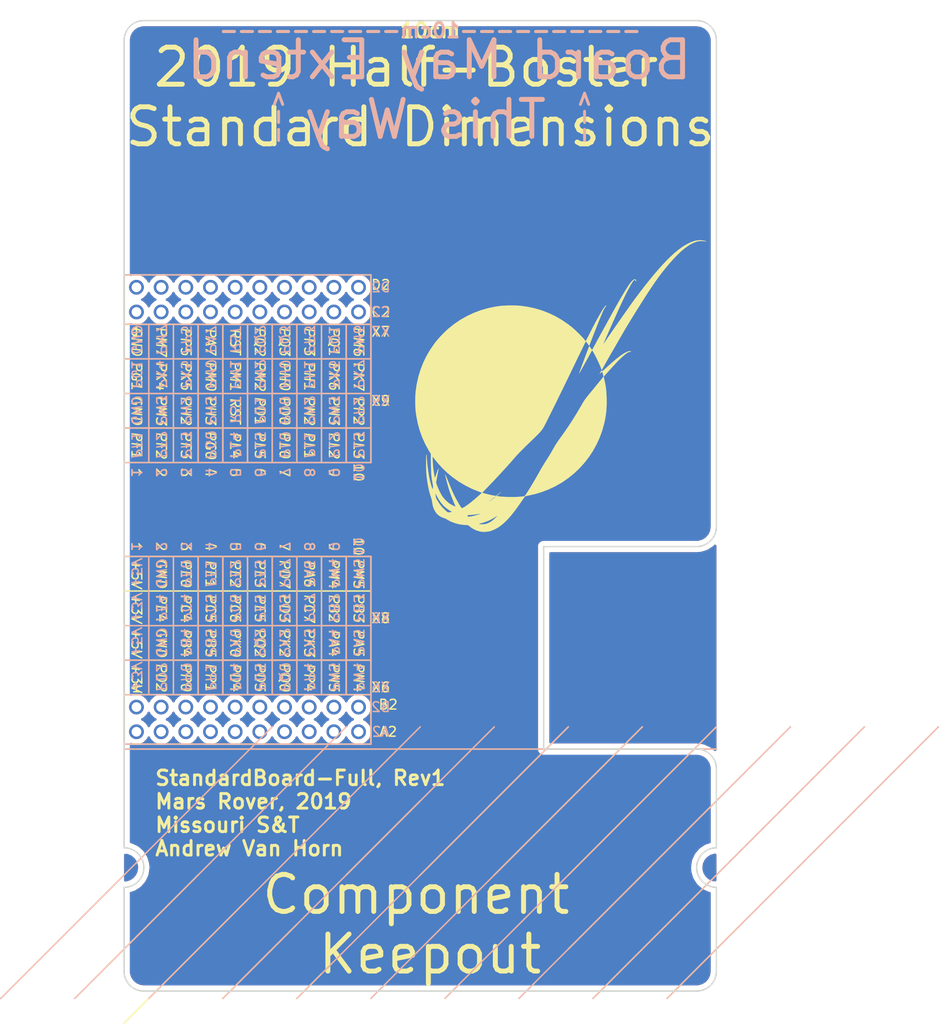
<source format=kicad_pcb>
(kicad_pcb (version 20171130) (host pcbnew "(5.0.0)")

  (general
    (thickness 1.6)
    (drawings 387)
    (tracks 0)
    (zones 0)
    (modules 2)
    (nets 1)
  )

  (page A4)
  (layers
    (0 F.Cu signal)
    (31 B.Cu signal)
    (32 B.Adhes user)
    (33 F.Adhes user)
    (34 B.Paste user)
    (35 F.Paste user)
    (36 B.SilkS user)
    (37 F.SilkS user)
    (38 B.Mask user)
    (39 F.Mask user)
    (40 Dwgs.User user)
    (41 Cmts.User user)
    (42 Eco1.User user)
    (43 Eco2.User user)
    (44 Edge.Cuts user)
    (45 Margin user)
    (46 B.CrtYd user)
    (47 F.CrtYd user)
    (48 B.Fab user)
    (49 F.Fab user)
  )

  (setup
    (last_trace_width 0.25)
    (user_trace_width 0.254)
    (user_trace_width 0.381)
    (trace_clearance 0.2)
    (zone_clearance 0.508)
    (zone_45_only no)
    (trace_min 0.2)
    (segment_width 0.15)
    (edge_width 0.15)
    (via_size 0.6)
    (via_drill 0.4)
    (via_min_size 0.4)
    (via_min_drill 0.3)
    (uvia_size 0.3)
    (uvia_drill 0.1)
    (uvias_allowed no)
    (uvia_min_size 0.2)
    (uvia_min_drill 0.1)
    (pcb_text_width 0.3)
    (pcb_text_size 1.5 1.5)
    (mod_edge_width 0.15)
    (mod_text_size 1 1)
    (mod_text_width 0.15)
    (pad_size 1.524 1.524)
    (pad_drill 0.762)
    (pad_to_mask_clearance 0.2)
    (aux_axis_origin 0 0)
    (visible_elements 7FFFFFFF)
    (pcbplotparams
      (layerselection 0x010fc_ffffffff)
      (usegerberextensions false)
      (usegerberattributes false)
      (usegerberadvancedattributes false)
      (creategerberjobfile false)
      (excludeedgelayer true)
      (linewidth 0.100000)
      (plotframeref false)
      (viasonmask false)
      (mode 1)
      (useauxorigin false)
      (hpglpennumber 1)
      (hpglpenspeed 20)
      (hpglpendiameter 15.000000)
      (psnegative false)
      (psa4output false)
      (plotreference true)
      (plotvalue true)
      (plotinvisibletext false)
      (padsonsilk false)
      (subtractmaskfromsilk false)
      (outputformat 1)
      (mirror false)
      (drillshape 0)
      (scaleselection 1)
      (outputdirectory "gerbs/"))
  )

  (net 0 "")

  (net_class Default "This is the default net class."
    (clearance 0.2)
    (trace_width 0.25)
    (via_dia 0.6)
    (via_drill 0.4)
    (uvia_dia 0.3)
    (uvia_drill 0.1)
  )

  (module MRDT_Shields:TM4C129E_Launchpad_X7 (layer F.Cu) (tedit 5BBFBEFB) (tstamp 5BBFC655)
    (at 154.94 118.618)
    (fp_text reference REF** (at 57.404 -0.762 180) (layer F.SilkS) hide
      (effects (font (size 1 1) (thickness 0.15)))
    )
    (fp_text value TM4C129E_Launchpad_X7 (at 32.512 1.016) (layer F.Fab) hide
      (effects (font (size 1 1) (thickness 0.15)))
    )
    (fp_line (start 58.928 -20.066) (end 58.928 -20.574) (layer F.Fab) (width 0.05))
    (fp_line (start 58.928 -22.098) (end 58.928 -22.606) (layer F.Fab) (width 0.05))
    (fp_line (start 58.674 -22.352) (end 59.182 -22.352) (layer F.Fab) (width 0.05))
    (fp_arc (start 58.928 -22.352) (end 60.96 -22.352) (angle 90) (layer F.Fab) (width 0.15))
    (fp_line (start 60.706 -22.352) (end 61.214 -22.352) (layer F.Fab) (width 0.05))
    (fp_line (start 58.928 0.762) (end 58.928 0.254) (layer F.Fab) (width 0.05))
    (fp_line (start 61.214 2.54) (end 60.706 2.54) (layer F.Fab) (width 0.05))
    (fp_line (start 58.928 2.794) (end 58.928 2.286) (layer F.Fab) (width 0.05))
    (fp_line (start 59.182 2.54) (end 58.674 2.54) (layer F.Fab) (width 0.05))
    (fp_line (start 59.182 12.7) (end 58.674 12.7) (layer F.Fab) (width 0.05))
    (fp_line (start 61.214 14.732) (end 60.706 14.732) (layer F.Fab) (width 0.05))
    (fp_line (start 60.96 14.986) (end 60.96 14.478) (layer F.Fab) (width 0.05))
    (fp_line (start 60.96 10.922) (end 60.96 10.414) (layer F.Fab) (width 0.05))
    (fp_line (start 61.214 10.668) (end 60.706 10.668) (layer F.Fab) (width 0.05))
    (fp_line (start 60.96 12.954) (end 60.96 12.446) (layer F.Fab) (width 0.05))
    (fp_line (start 61.214 12.7) (end 60.706 12.7) (layer F.Fab) (width 0.05))
    (fp_line (start 58.928 25.654) (end 58.928 25.146) (layer F.Fab) (width 0.05))
    (fp_line (start 61.214 23.368) (end 60.706 23.368) (layer F.Fab) (width 0.05))
    (fp_arc (start 58.928 23.368) (end 60.96 23.368) (angle 90) (layer F.Fab) (width 0.15))
    (fp_line (start 58.928 23.622) (end 58.928 23.114) (layer F.Fab) (width 0.05))
    (fp_line (start 59.182 23.368) (end 58.674 23.368) (layer F.Fab) (width 0.05))
    (fp_line (start 2.54 25.654) (end 2.54 25.146) (layer F.Fab) (width 0.05))
    (fp_line (start 0.254 22.86) (end -0.254 22.86) (layer F.Fab) (width 0.05))
    (fp_line (start 2.54 23.114) (end 2.54 22.606) (layer F.Fab) (width 0.05))
    (fp_line (start 2.794 22.86) (end 2.286 22.86) (layer F.Fab) (width 0.05))
    (fp_arc (start 2.032 23.368) (end 2.032 25.4) (angle 90) (layer F.Fab) (width 0.15))
    (fp_line (start 0.254 10.668) (end -0.254 10.668) (layer F.Fab) (width 0.05))
    (fp_line (start 0 10.922) (end 0 10.414) (layer F.Fab) (width 0.05))
    (fp_line (start 0.254 14.732) (end -0.254 14.732) (layer F.Fab) (width 0.05))
    (fp_line (start 0 14.986) (end 0 14.478) (layer F.Fab) (width 0.05))
    (fp_line (start 2.286 12.7) (end 1.778 12.7) (layer F.Fab) (width 0.05))
    (fp_line (start 0.254 12.7) (end -0.254 12.7) (layer F.Fab) (width 0.05))
    (fp_line (start 0 -48.26) (end 0 -43.18) (layer F.SilkS) (width 0.15))
    (fp_line (start 25.4 -48.26) (end 0 -48.26) (layer F.SilkS) (width 0.15))
    (fp_line (start 25.4 -43.18) (end 25.4 -48.26) (layer F.SilkS) (width 0.15))
    (fp_line (start 0 0) (end 25.4 0) (layer F.SilkS) (width 0.15))
    (fp_line (start 0 -5.08) (end 0 0) (layer F.SilkS) (width 0.15))
    (fp_line (start 25.4 0) (end 25.4 -5.08) (layer F.SilkS) (width 0.15))
    (fp_line (start 0 -43.18) (end 25.4 -43.18) (layer F.SilkS) (width 0.15))
    (fp_line (start 25.4 -5.08) (end 0 -5.08) (layer F.SilkS) (width 0.15))
    (fp_text user A2 (at 27.178 -1.27 180) (layer F.SilkS)
      (effects (font (size 1 1) (thickness 0.15)))
    )
    (fp_text user B2 (at 27.178 -4.064 180) (layer F.SilkS)
      (effects (font (size 1 1) (thickness 0.15)))
    )
    (fp_text user D2 (at 26.416 -47.244) (layer F.SilkS)
      (effects (font (size 1 1) (thickness 0.15)))
    )
    (fp_text user C2 (at 26.416 -44.45 180) (layer F.SilkS)
      (effects (font (size 1 1) (thickness 0.15)))
    )
    (fp_line (start 0 -74.6) (end 60.96 -74.6) (layer F.Fab) (width 0.15))
    (fp_line (start 0 0.508) (end 58.928 0.508) (layer F.Fab) (width 0.15))
    (fp_line (start 43.18 -20.32) (end 43.18 0.508) (layer F.Fab) (width 0.15))
    (fp_line (start 58.928 -20.32) (end 43.18 -20.32) (layer F.Fab) (width 0.15))
    (fp_text user "Boosterpack 2" (at 27.432 -75.692) (layer F.Fab)
      (effects (font (size 1 1) (thickness 0.15)))
    )
    (fp_text user X6 (at 26.416 -5.842) (layer F.SilkS)
      (effects (font (size 1 1) (thickness 0.15)))
    )
    (fp_text user X7 (at 26.416 -42.418 180) (layer F.SilkS)
      (effects (font (size 1 1) (thickness 0.15)))
    )
    (fp_text user 1 (at 1.27 -5.842 180) (layer F.SilkS)
      (effects (font (size 1 1) (thickness 0.15)))
    )
    (fp_text user 10 (at 29.718 -4.318 180) (layer F.SilkS) hide
      (effects (font (size 1 1) (thickness 0.15)))
    )
    (fp_text user 10 (at 24.13 -42.418 180) (layer F.SilkS) hide
      (effects (font (size 1 1) (thickness 0.15)))
    )
    (fp_text user 1 (at 1.27 -42.418 180) (layer F.SilkS)
      (effects (font (size 1 1) (thickness 0.15)))
    )
    (fp_text user "Expand out this way -->" (at -0.762 -64.6176 90) (layer F.Fab)
      (effects (font (size 1 1) (thickness 0.15)))
    )
    (fp_text user "Ethernet Jack" (at 49.022 -19.05) (layer F.Fab)
      (effects (font (size 1 1) (thickness 0.15)))
    )
    (fp_text user "Keep Out" (at 47.244 -17.526) (layer F.Fab)
      (effects (font (size 1 1) (thickness 0.15)))
    )
    (fp_line (start 0 0) (end 0 10.668) (layer F.Fab) (width 0.15))
    (fp_line (start 0 14.732) (end 0 22.86) (layer F.Fab) (width 0.15))
    (fp_arc (start 0 12.7) (end 2.032 12.7) (angle 90) (layer F.Fab) (width 0.15))
    (fp_arc (start 0 12.7) (end 0 10.668) (angle 90) (layer F.Fab) (width 0.15))
    (fp_line (start 60.96 2.54) (end 60.96 10.668) (layer F.Fab) (width 0.15))
    (fp_arc (start 60.96 12.7) (end 58.928 12.7) (angle 90) (layer F.Fab) (width 0.15))
    (fp_arc (start 60.96 12.7) (end 60.96 14.732) (angle 90) (layer F.Fab) (width 0.15))
    (fp_line (start 60.96 14.732) (end 60.96 22.86) (layer F.Fab) (width 0.15))
    (fp_line (start 58.928 25.4) (end 2.54 25.4) (layer F.Fab) (width 0.15))
    (fp_arc (start 58.928 2.54) (end 58.928 0.508) (angle 90) (layer F.Fab) (width 0.15))
    (fp_line (start 0 12.954) (end 0 12.446) (layer F.Fab) (width 0.05))
    (fp_line (start 0 23.368) (end 0 22.8346) (layer F.Fab) (width 0.15))
    (fp_line (start 2.032 25.4) (end 2.54 25.4) (layer F.Fab) (width 0.15))
    (fp_line (start 58.42 25.4) (end 58.928 25.4) (layer F.Fab) (width 0.15))
    (fp_line (start 60.96 23.368) (end 60.96 22.86) (layer F.Fab) (width 0.15))
    (fp_text user "10cm Line" (at 4.064 -75.438) (layer F.Fab)
      (effects (font (size 1 1) (thickness 0.15)))
    )
    (fp_line (start 60.96 -74.5998) (end 60.96 -22.352) (layer F.Fab) (width 0.15))
    (fp_line (start 0 0) (end 0 -74.5998) (layer F.Fab) (width 0.15))
    (pad PP5 thru_hole circle (at 6.35 -46.99 180) (size 1.52 1.52) (drill 1) (layers *.Cu *.Mask F.Paste))
    (pad PM7 thru_hole circle (at 3.81 -46.99 180) (size 1.52 1.52) (drill 1) (layers *.Cu *.Mask F.Paste))
    (pad GND thru_hole circle (at 1.27 -46.99 180) (size 1.52 1.52) (drill 1) (layers *.Cu *.Mask F.Paste))
    (pad PK7 thru_hole circle (at 24.13 -44.45 180) (size 1.52 1.52) (drill 1) (layers *.Cu *.Mask F.Paste))
    (pad PK6 thru_hole circle (at 21.59 -44.45 180) (size 1.52 1.52) (drill 1) (layers *.Cu *.Mask F.Paste))
    (pad PH1 thru_hole circle (at 19.05 -44.45 180) (size 1.52 1.52) (drill 1) (layers *.Cu *.Mask F.Paste))
    (pad PH0 thru_hole circle (at 16.51 -44.45 180) (size 1.52 1.52) (drill 1) (layers *.Cu *.Mask F.Paste))
    (pad PM2 thru_hole circle (at 13.97 -44.45 180) (size 1.52 1.52) (drill 1) (layers *.Cu *.Mask F.Paste))
    (pad PM1 thru_hole circle (at 11.43 -44.45 180) (size 1.52 1.52) (drill 1) (layers *.Cu *.Mask F.Paste))
    (pad PM0 thru_hole circle (at 8.89 -44.45 180) (size 1.52 1.52) (drill 1) (layers *.Cu *.Mask F.Paste))
    (pad PK5 thru_hole circle (at 6.35 -44.45 180) (size 1.52 1.52) (drill 1) (layers *.Cu *.Mask F.Paste))
    (pad PK4 thru_hole circle (at 3.81 -44.45 180) (size 1.52 1.52) (drill 1) (layers *.Cu *.Mask F.Paste))
    (pad PG1 thru_hole circle (at 1.27 -44.45 180) (size 1.52 1.52) (drill 1) (layers *.Cu *.Mask F.Paste))
    (pad PN4 thru_hole circle (at 24.13 -1.27 180) (size 1.52 1.52) (drill 1) (layers *.Cu *.Mask F.Paste))
    (pad PP4 thru_hole circle (at 19.05 -1.27 180) (size 1.52 1.52) (drill 1) (layers *.Cu *.Mask F.Paste))
    (pad PD5 thru_hole circle (at 13.97 -1.27 180) (size 1.52 1.52) (drill 1) (layers *.Cu *.Mask F.Paste))
    (pad PD4 thru_hole circle (at 11.43 -1.27 180) (size 1.52 1.52) (drill 1) (layers *.Cu *.Mask F.Paste))
    (pad PP1 thru_hole circle (at 8.89 -1.27 180) (size 1.52 1.52) (drill 1) (layers *.Cu *.Mask F.Paste))
    (pad PP0 thru_hole circle (at 6.35 -1.27 180) (size 1.52 1.52) (drill 1) (layers *.Cu *.Mask F.Paste))
    (pad PD2 thru_hole circle (at 3.81 -1.27 180) (size 1.52 1.52) (drill 1) (layers *.Cu *.Mask F.Paste))
    (pad PA5 thru_hole circle (at 24.13 -3.81 180) (size 1.52 1.52) (drill 1) (layers *.Cu *.Mask F.Paste))
    (pad PK3 thru_hole circle (at 19.05 -3.81 180) (size 1.52 1.52) (drill 1) (layers *.Cu *.Mask F.Paste))
    (pad PB5 thru_hole circle (at 8.89 -3.81 180) (size 1.52 1.52) (drill 1) (layers *.Cu *.Mask F.Paste))
    (pad PB4 thru_hole circle (at 6.35 -3.81 180) (size 1.52 1.52) (drill 1) (layers *.Cu *.Mask F.Paste))
    (pad GND thru_hole circle (at 3.81 -3.81 180) (size 1.52 1.52) (drill 1) (layers *.Cu *.Mask F.Paste))
    (pad +5V thru_hole circle (at 1.27 -3.81 180) (size 1.52 1.52) (drill 1) (layers *.Cu *.Mask F.Paste))
    (pad PK1 thru_hole circle (at 13.97 -3.81 180) (size 1.52 1.52) (drill 1) (layers *.Cu *.Mask F.Paste))
    (pad PK2 thru_hole circle (at 16.51 -3.81 180) (size 1.52 1.52) (drill 1) (layers *.Cu *.Mask F.Paste))
    (pad PN5 thru_hole circle (at 21.59 -1.27 180) (size 1.52 1.52) (drill 1) (layers *.Cu *.Mask F.Paste))
    (pad PA7 thru_hole circle (at 8.89 -46.99 180) (size 1.52 1.52) (drill 1) (layers *.Cu *.Mask F.Paste))
    (pad Rese thru_hole circle (at 11.43 -46.99 180) (size 1.52 1.52) (drill 1) (layers *.Cu *.Mask F.Paste))
    (pad PA4 thru_hole circle (at 21.59 -3.81 180) (size 1.52 1.52) (drill 1) (layers *.Cu *.Mask F.Paste))
    (pad PQ0 thru_hole circle (at 16.51 -1.27 180) (size 1.52 1.52) (drill 1) (layers *.Cu *.Mask F.Paste))
    (pad PP3 thru_hole circle (at 19.05 -46.99 180) (size 1.52 1.52) (drill 1) (layers *.Cu *.Mask F.Paste))
    (pad PQ3 thru_hole circle (at 16.51 -46.99 180) (size 1.52 1.52) (drill 1) (layers *.Cu *.Mask F.Paste))
    (pad PK0 thru_hole circle (at 11.43 -3.81 180) (size 1.52 1.52) (drill 1) (layers *.Cu *.Mask F.Paste))
    (pad PQ2 thru_hole circle (at 13.97 -46.99 180) (size 1.52 1.52) (drill 1) (layers *.Cu *.Mask F.Paste))
    (pad PQ1 thru_hole circle (at 21.59 -46.99 180) (size 1.52 1.52) (drill 1) (layers *.Cu *.Mask F.Paste))
    (pad PM6 thru_hole circle (at 24.13 -46.99 180) (size 1.52 1.52) (drill 1) (layers *.Cu *.Mask F.Paste))
    (pad +3V3 thru_hole circle (at 1.27 -1.27 180) (size 1.52 1.52) (drill 1) (layers *.Cu *.Mask F.Paste))
  )

  (module MRDT_Silkscreens:MRDT_Logo_30mm (layer F.Cu) (tedit 5AA4CAD6) (tstamp 5BBFFDCA)
    (at 199.898 81.788)
    (tags "Logo, MRDT")
    (fp_text reference G*** (at -4.6228 17.8054) (layer Dwgs.User) hide
      (effects (font (size 1.524 1.524) (thickness 0.3)))
    )
    (fp_text value LOGO (at -4.8768 -11.5316) (layer Dwgs.User) hide
      (effects (font (size 1.524 1.524) (thickness 0.3)))
    )
    (fp_poly (pts (xy 14.517925 -14.992288) (xy 14.714447 -14.963944) (xy 14.874454 -14.917427) (xy 14.89886 -14.906859)
      (xy 14.996808 -14.861469) (xy 14.906737 -14.876706) (xy 14.593257 -14.911863) (xy 14.299633 -14.909522)
      (xy 14.039203 -14.869828) (xy 14.02845 -14.867159) (xy 13.724969 -14.767357) (xy 13.408722 -14.617808)
      (xy 13.07863 -14.417633) (xy 12.733613 -14.165955) (xy 12.372593 -13.861895) (xy 11.994492 -13.504576)
      (xy 11.59823 -13.093119) (xy 11.18273 -12.626646) (xy 10.975685 -12.382396) (xy 10.783869 -12.150732)
      (xy 10.600616 -11.924824) (xy 10.423057 -11.700522) (xy 10.248317 -11.473675) (xy 10.073527 -11.240131)
      (xy 9.895813 -10.995739) (xy 9.712305 -10.736349) (xy 9.520131 -10.457808) (xy 9.316419 -10.155966)
      (xy 9.098297 -9.826671) (xy 8.862894 -9.465772) (xy 8.607338 -9.069119) (xy 8.328758 -8.632559)
      (xy 8.02428 -8.151943) (xy 7.768407 -7.746099) (xy 7.184914 -6.805174) (xy 6.623699 -5.872384)
      (xy 6.093785 -4.962786) (xy 5.96042 -4.728724) (xy 5.839894 -4.517252) (xy 5.70026 -4.27403)
      (xy 5.553014 -4.018971) (xy 5.40965 -3.771987) (xy 5.283861 -3.556732) (xy 5.158572 -3.34196)
      (xy 5.021137 -3.104113) (xy 4.882163 -2.861696) (xy 4.752257 -2.633213) (xy 4.642027 -2.437171)
      (xy 4.6385 -2.430845) (xy 4.543434 -2.260575) (xy 4.453248 -2.099585) (xy 4.373941 -1.958543)
      (xy 4.311516 -1.848122) (xy 4.27197 -1.77899) (xy 4.270725 -1.77685) (xy 4.1952 -1.647198)
      (xy 4.078642 -1.956992) (xy 4.017509 -2.110205) (xy 3.941504 -2.286169) (xy 3.854441 -2.477403)
      (xy 3.760133 -2.676427) (xy 3.662393 -2.875761) (xy 3.565034 -3.067923) (xy 3.471868 -3.245435)
      (xy 3.38671 -3.400814) (xy 3.313372 -3.526582) (xy 3.255666 -3.615257) (xy 3.217406 -3.659359)
      (xy 3.209094 -3.662884) (xy 3.188921 -3.637783) (xy 3.145616 -3.568177) (xy 3.084174 -3.462615)
      (xy 3.009592 -3.329644) (xy 2.941524 -3.205024) (xy 2.831614 -3.002285) (xy 2.713757 -2.786271)
      (xy 2.591541 -2.563435) (xy 2.468557 -2.340228) (xy 2.348394 -2.123103) (xy 2.234641 -1.918511)
      (xy 2.130887 -1.732904) (xy 2.040721 -1.572735) (xy 1.967734 -1.444456) (xy 1.915514 -1.354517)
      (xy 1.887651 -1.309373) (xy 1.885087 -1.306029) (xy 1.883005 -1.319208) (xy 1.898964 -1.378402)
      (xy 1.929931 -1.473399) (xy 1.960901 -1.561229) (xy 2.036116 -1.767894) (xy 2.119723 -1.995875)
      (xy 2.209333 -2.238807) (xy 2.302557 -2.490325) (xy 2.397004 -2.744065) (xy 2.490285 -2.993661)
      (xy 2.580011 -3.232749) (xy 2.663791 -3.454962) (xy 2.739236 -3.653937) (xy 2.803956 -3.823308)
      (xy 2.855562 -3.95671) (xy 2.891663 -4.047778) (xy 2.909869 -4.090147) (xy 2.911157 -4.092222)
      (xy 2.936481 -4.080481) (xy 2.983978 -4.027925) (xy 3.044554 -3.944999) (xy 3.061434 -3.919586)
      (xy 3.124058 -3.827029) (xy 3.175101 -3.758132) (xy 3.205427 -3.725053) (xy 3.20855 -3.72379)
      (xy 3.227559 -3.749349) (xy 3.270295 -3.82047) (xy 3.332483 -3.929596) (xy 3.409851 -4.06917)
      (xy 3.498126 -4.231633) (xy 3.542789 -4.314913) (xy 3.64797 -4.510749) (xy 3.773899 -4.743443)
      (xy 3.912082 -4.997405) (xy 4.054024 -5.257048) (xy 4.191229 -5.506783) (xy 4.274512 -5.657613)
      (xy 4.395405 -5.876399) (xy 4.537415 -6.134018) (xy 4.69291 -6.416584) (xy 4.854255 -6.710211)
      (xy 5.013819 -7.001016) (xy 5.163967 -7.275113) (xy 5.216313 -7.370804) (xy 5.459594 -7.8122)
      (xy 5.698553 -8.238884) (xy 5.930601 -8.646514) (xy 6.15315 -9.030746) (xy 6.363611 -9.38724)
      (xy 6.559396 -9.711651) (xy 6.737916 -9.999638) (xy 6.896583 -10.246857) (xy 7.032809 -10.448967)
      (xy 7.135703 -10.590829) (xy 7.279832 -10.764618) (xy 7.408376 -10.889571) (xy 7.519204 -10.964497)
      (xy 7.610185 -10.988207) (xy 7.679191 -10.959512) (xy 7.711256 -10.912181) (xy 7.740979 -10.83198)
      (xy 7.746094 -10.784829) (xy 7.729179 -10.778533) (xy 7.69281 -10.820896) (xy 7.685136 -10.833075)
      (xy 7.6272 -10.903445) (xy 7.573373 -10.923113) (xy 7.57266 -10.922985) (xy 7.516235 -10.88697)
      (xy 7.438089 -10.797037) (xy 7.33917 -10.65487) (xy 7.220429 -10.462155) (xy 7.082814 -10.220577)
      (xy 6.927275 -9.93182) (xy 6.754761 -9.59757) (xy 6.566223 -9.219511) (xy 6.362609 -8.799328)
      (xy 6.289944 -8.646809) (xy 6.218381 -8.494319) (xy 6.131035 -8.305433) (xy 6.030103 -8.085092)
      (xy 5.917784 -7.838236) (xy 5.796275 -7.569808) (xy 5.667774 -7.284748) (xy 5.534479 -6.987998)
      (xy 5.398587 -6.684499) (xy 5.262297 -6.379191) (xy 5.127805 -6.077017) (xy 4.997311 -5.782917)
      (xy 4.873011 -5.501833) (xy 4.757103 -5.238705) (xy 4.651785 -4.998475) (xy 4.559255 -4.786085)
      (xy 4.481711 -4.606475) (xy 4.421351 -4.464586) (xy 4.380371 -4.365361) (xy 4.360971 -4.313739)
      (xy 4.359834 -4.307383) (xy 4.378215 -4.328866) (xy 4.425285 -4.393605) (xy 4.496388 -4.494915)
      (xy 4.586868 -4.626114) (xy 4.692068 -4.780518) (xy 4.773759 -4.901483) (xy 4.909938 -5.102597)
      (xy 5.071162 -5.338578) (xy 5.253315 -5.603547) (xy 5.452283 -5.891626) (xy 5.663949 -6.196934)
      (xy 5.884199 -6.513593) (xy 6.108917 -6.835722) (xy 6.333988 -7.157442) (xy 6.555297 -7.472874)
      (xy 6.768728 -7.776138) (xy 6.970168 -8.061355) (xy 7.155499 -8.322645) (xy 7.320607 -8.554129)
      (xy 7.461377 -8.749927) (xy 7.573694 -8.904161) (xy 7.60538 -8.947045) (xy 8.153447 -9.675816)
      (xy 8.676115 -10.351902) (xy 9.174516 -10.976483) (xy 9.649785 -11.550743) (xy 10.103054 -12.075861)
      (xy 10.535456 -12.55302) (xy 10.948125 -12.983402) (xy 11.342194 -13.368189) (xy 11.718796 -13.708561)
      (xy 12.079064 -14.0057) (xy 12.424133 -14.260789) (xy 12.755134 -14.475009) (xy 13.073202 -14.649541)
      (xy 13.075295 -14.650581) (xy 13.312388 -14.763734) (xy 13.51418 -14.848677) (xy 13.695453 -14.910328)
      (xy 13.870986 -14.953607) (xy 14.055563 -14.983431) (xy 14.087273 -14.987325) (xy 14.302873 -15.000676)
      (xy 14.517925 -14.992288)) (layer F.SilkS) (width 0.01))
    (fp_poly (pts (xy 1.861466 -1.245981) (xy 1.846454 -1.230969) (xy 1.831442 -1.245981) (xy 1.846454 -1.260993)
      (xy 1.861466 -1.245981)) (layer F.SilkS) (width 0.01))
    (fp_poly (pts (xy 4.678269 -8.298685) (xy 4.662547 -8.262497) (xy 4.611416 -8.185518) (xy 4.582081 -8.143982)
      (xy 4.527205 -8.062979) (xy 4.473438 -7.974069) (xy 4.417406 -7.87014) (xy 4.355736 -7.744082)
      (xy 4.285053 -7.588787) (xy 4.201984 -7.397143) (xy 4.103155 -7.162041) (xy 4.015169 -6.949294)
      (xy 3.94034 -6.765597) (xy 3.84805 -6.536001) (xy 3.742301 -6.270691) (xy 3.627093 -5.979848)
      (xy 3.506429 -5.673657) (xy 3.384309 -5.362299) (xy 3.264734 -5.055959) (xy 3.151706 -4.764818)
      (xy 3.049226 -4.49906) (xy 2.961294 -4.268868) (xy 2.943798 -4.222684) (xy 2.911389 -4.136976)
      (xy 2.742985 -4.367575) (xy 2.668527 -4.463984) (xy 2.605654 -4.53516) (xy 2.563066 -4.571781)
      (xy 2.55095 -4.573378) (xy 2.534149 -4.542726) (xy 2.493539 -4.462526) (xy 2.431351 -4.337339)
      (xy 2.349816 -4.171725) (xy 2.251165 -3.970243) (xy 2.137628 -3.737454) (xy 2.011437 -3.477918)
      (xy 1.874822 -3.196195) (xy 1.730014 -2.896844) (xy 1.672226 -2.777187) (xy 1.339527 -2.088374)
      (xy 1.030801 -1.450058) (xy 0.744227 -0.858512) (xy 0.477981 -0.310009) (xy 0.23024 0.199178)
      (xy -0.000817 0.672775) (xy -0.217014 1.114509) (xy -0.420173 1.528107) (xy -0.612117 1.917297)
      (xy -0.79467 2.285804) (xy -0.969653 2.637355) (xy -1.138889 2.975678) (xy -1.235222 3.167494)
      (xy -1.365785 3.428634) (xy -1.477275 3.653124) (xy -1.573656 3.846118) (xy -1.658893 4.01277)
      (xy -1.736953 4.158237) (xy -1.811799 4.287672) (xy -1.887397 4.406229) (xy -1.967712 4.519064)
      (xy -2.05671 4.631331) (xy -2.158355 4.748185) (xy -2.276612 4.87478) (xy -2.415448 5.016272)
      (xy -2.578825 5.177814) (xy -2.770711 5.364561) (xy -2.99507 5.581668) (xy -3.255867 5.83429)
      (xy -3.37766 5.952649) (xy -3.597341 6.167604) (xy -3.812264 6.380153) (xy -4.016822 6.584597)
      (xy -4.205405 6.775234) (xy -4.372408 6.946365) (xy -4.51222 7.092287) (xy -4.619236 7.207302)
      (xy -4.681528 7.278064) (xy -4.850943 7.47726) (xy -5.056377 7.7128) (xy -5.291823 7.978139)
      (xy -5.551271 8.266734) (xy -5.828715 8.572041) (xy -6.118144 8.887516) (xy -6.413551 9.206616)
      (xy -6.708928 9.522796) (xy -6.998266 9.829512) (xy -7.275557 10.120221) (xy -7.534793 10.388379)
      (xy -7.577212 10.431842) (xy -7.720679 10.579031) (xy -7.848778 10.711254) (xy -7.955972 10.82273)
      (xy -8.036726 10.907678) (xy -8.085502 10.960318) (xy -8.097748 10.975324) (xy -8.060845 10.988472)
      (xy -7.977234 11.012527) (xy -7.858621 11.044505) (xy -7.716718 11.08142) (xy -7.563232 11.120289)
      (xy -7.409873 11.158126) (xy -7.26835 11.191948) (xy -7.150372 11.218768) (xy -7.104792 11.228433)
      (xy -6.91197 11.264791) (xy -6.771837 11.28394) (xy -6.679663 11.28623) (xy -6.630715 11.272013)
      (xy -6.623467 11.264129) (xy -6.594782 11.235829) (xy -6.529877 11.179583) (xy -6.439644 11.104677)
      (xy -6.374 11.051524) (xy -6.139835 10.863679) (xy -6.376776 11.087155) (xy -6.613717 11.310632)
      (xy -6.511882 11.328857) (xy -6.331383 11.354964) (xy -6.115041 11.376113) (xy -5.871056 11.392361)
      (xy -5.607623 11.403771) (xy -5.332939 11.410401) (xy -5.055203 11.412312) (xy -4.782611 11.409563)
      (xy -4.52336 11.402216) (xy -4.285648 11.390329) (xy -4.077672 11.373962) (xy -3.907628 11.353177)
      (xy -3.783715 11.328032) (xy -3.730025 11.308493) (xy -3.695694 11.27307) (xy -3.634931 11.190746)
      (xy -3.550973 11.066826) (xy -3.44706 10.906613) (xy -3.326427 10.715411) (xy -3.192313 10.498526)
      (xy -3.047956 10.261261) (xy -2.896593 10.00892) (xy -2.741463 9.746808) (xy -2.585803 9.480229)
      (xy -2.432851 9.214487) (xy -2.285845 8.954887) (xy -2.206087 8.811938) (xy -2.079525 8.587606)
      (xy -1.943597 8.353396) (xy -1.806227 8.122501) (xy -1.675338 7.908115) (xy -1.558857 7.723431)
      (xy -1.484799 7.610993) (xy -1.373997 7.441806) (xy -1.245317 7.236252) (xy -1.108889 7.011079)
      (xy -0.974845 6.783035) (xy -0.853314 6.568867) (xy -0.841155 6.546893) (xy -0.691946 6.283288)
      (xy -0.54522 6.039655) (xy -0.390424 5.799616) (xy -0.217001 5.546793) (xy -0.018839 5.270888)
      (xy 0.405509 4.677996) (xy 0.806504 4.092221) (xy 1.19347 3.499116) (xy 1.575728 2.884236)
      (xy 1.9626 2.233132) (xy 2.142372 1.921513) (xy 2.250246 1.736146) (xy 2.348409 1.576141)
      (xy 2.44571 1.428959) (xy 2.550996 1.282062) (xy 2.673116 1.122913) (xy 2.820918 0.938974)
      (xy 2.926315 0.810638) (xy 3.071778 0.634192) (xy 3.216467 0.458192) (xy 3.35218 0.292654)
      (xy 3.470711 0.147596) (xy 3.563856 0.033033) (xy 3.602628 -0.015012) (xy 3.695939 -0.12996)
      (xy 3.814081 -0.273693) (xy 3.943018 -0.429224) (xy 4.068716 -0.579566) (xy 4.089498 -0.604272)
      (xy 4.191843 -0.728195) (xy 4.278685 -0.837905) (xy 4.343242 -0.924468) (xy 4.378729 -0.978951)
      (xy 4.383451 -0.991342) (xy 4.375442 -1.036428) (xy 4.354831 -1.118365) (xy 4.326748 -1.219507)
      (xy 4.29632 -1.322206) (xy 4.268676 -1.408815) (xy 4.248945 -1.461685) (xy 4.244563 -1.469286)
      (xy 4.218348 -1.457129) (xy 4.162014 -1.412513) (xy 4.09215 -1.349191) (xy 4.022862 -1.286753)
      (xy 3.990426 -1.266064) (xy 3.996715 -1.288286) (xy 3.998369 -1.291017) (xy 4.040345 -1.364004)
      (xy 4.091985 -1.459864) (xy 4.112359 -1.499262) (xy 4.153331 -1.576276) (xy 4.178459 -1.606181)
      (xy 4.198244 -1.595827) (xy 4.215481 -1.566538) (xy 4.231639 -1.541972) (xy 4.252047 -1.533554)
      (xy 4.284422 -1.546108) (xy 4.33648 -1.584462) (xy 4.415941 -1.653439) (xy 4.530522 -1.757866)
      (xy 4.549787 -1.775572) (xy 4.889604 -2.085387) (xy 5.192338 -2.355587) (xy 5.462463 -2.589902)
      (xy 5.70445 -2.792062) (xy 5.922771 -2.965799) (xy 6.121901 -3.114841) (xy 6.30631 -3.24292)
      (xy 6.319976 -3.251986) (xy 6.564396 -3.403331) (xy 6.773546 -3.511064) (xy 6.946386 -3.574819)
      (xy 7.081875 -3.594224) (xy 7.178974 -3.568913) (xy 7.190662 -3.560855) (xy 7.222713 -3.532781)
      (xy 7.216746 -3.519071) (xy 7.164065 -3.51438) (xy 7.113975 -3.513721) (xy 6.980123 -3.493869)
      (xy 6.847317 -3.430341) (xy 6.841403 -3.426621) (xy 6.736244 -3.35232) (xy 6.600045 -3.244882)
      (xy 6.443871 -3.113982) (xy 6.278788 -2.969292) (xy 6.115862 -2.820488) (xy 5.96616 -2.677243)
      (xy 5.85461 -2.563955) (xy 5.761967 -2.465203) (xy 5.644607 -2.338595) (xy 5.508691 -2.190919)
      (xy 5.36038 -2.028963) (xy 5.205834 -1.859513) (xy 5.051213 -1.689356) (xy 4.902678 -1.52528)
      (xy 4.76639 -1.374072) (xy 4.648509 -1.242518) (xy 4.555195 -1.137407) (xy 4.492609 -1.065525)
      (xy 4.472078 -1.0408) (xy 4.405904 -0.956673) (xy 4.487109 -0.590925) (xy 4.553815 -0.273245)
      (xy 4.605683 0.017493) (xy 4.644675 0.29826) (xy 4.672754 0.586032) (xy 4.691883 0.897781)
      (xy 4.704024 1.250482) (xy 4.70505 1.293933) (xy 4.708813 1.782029) (xy 4.695729 2.227584)
      (xy 4.664242 2.646122) (xy 4.612797 3.053171) (xy 4.539836 3.464256) (xy 4.444795 3.890818)
      (xy 4.236967 4.622668) (xy 3.97423 5.332816) (xy 3.6587 6.018377) (xy 3.292491 6.676467)
      (xy 2.877717 7.3042) (xy 2.416493 7.898693) (xy 1.910933 8.457061) (xy 1.363152 8.976418)
      (xy 0.775264 9.453881) (xy 0.149384 9.886565) (xy -0.033181 9.999783) (xy -0.656258 10.345676)
      (xy -1.308038 10.648249) (xy -1.978534 10.903741) (xy -2.65776 11.108388) (xy -3.335727 11.258428)
      (xy -3.407683 11.271075) (xy -3.56551 11.3032) (xy -3.667345 11.336334) (xy -3.716463 11.370675)
      (xy -3.743699 11.409513) (xy -3.799807 11.49041) (xy -3.879655 11.605934) (xy -3.978109 11.748654)
      (xy -4.090037 11.911137) (xy -4.178349 12.03948) (xy -4.507834 12.507248) (xy -4.817786 12.923272)
      (xy -5.111585 13.291312) (xy -5.392613 13.615125) (xy -5.66425 13.898473) (xy -5.929876 14.145113)
      (xy -6.192873 14.358806) (xy -6.391355 14.500338) (xy -6.566286 14.607146) (xy -6.767668 14.713003)
      (xy -6.976398 14.809066) (xy -7.173374 14.886495) (xy -7.327302 14.933551) (xy -7.573518 14.977265)
      (xy -7.839947 14.996705) (xy -8.100418 14.990972) (xy -8.292325 14.966644) (xy -8.648118 14.868712)
      (xy -8.989111 14.712696) (xy -9.314846 14.498821) (xy -9.427601 14.408285) (xy -9.514633 14.34051)
      (xy -9.585478 14.30533) (xy -9.666023 14.292498) (xy -9.723269 14.291253) (xy -10.125622 14.267672)
      (xy -10.533881 14.199572) (xy -10.630975 14.17322) (xy -8.41215 14.17322) (xy -8.370585 14.199291)
      (xy -8.33156 14.211478) (xy -8.274615 14.218029) (xy -8.176119 14.22124) (xy -8.054501 14.220633)
      (xy -8.016312 14.219637) (xy -7.841175 14.206992) (xy -7.69666 14.177901) (xy -7.572599 14.134509)
      (xy -7.369652 14.041845) (xy -7.188029 13.93573) (xy -7.011537 13.80504) (xy -6.823985 13.638653)
      (xy -6.757494 13.574591) (xy -6.659371 13.476842) (xy -6.586439 13.400778) (xy -6.544101 13.352335)
      (xy -6.53776 13.337446) (xy -6.545154 13.341331) (xy -6.855475 13.534066) (xy -7.12361 13.687763)
      (xy -7.351844 13.803729) (xy -7.362767 13.8088) (xy -7.523889 13.87786) (xy -7.70842 13.948433)
      (xy -7.899669 14.014908) (xy -8.080943 14.071671) (xy -8.235551 14.113108) (xy -8.316922 14.129665)
      (xy -8.394153 14.149396) (xy -8.41215 14.17322) (xy -10.630975 14.17322) (xy -10.934217 14.090918)
      (xy -11.312796 13.945677) (xy -11.655787 13.767811) (xy -11.745174 13.711646) (xy -11.848561 13.651491)
      (xy -11.950185 13.604736) (xy -12.009456 13.586025) (xy -12.087632 13.5628) (xy -12.197507 13.520848)
      (xy -12.317231 13.468608) (xy -12.334693 13.460405) (xy -12.574869 13.313643) (xy -12.575259 13.313277)
      (xy -9.651475 13.313277) (xy -9.641516 13.33708) (xy -9.613452 13.369264) (xy -9.606829 13.376315)
      (xy -9.569268 13.413354) (xy -9.53194 13.436253) (xy -9.483234 13.445363) (xy -9.41154 13.441034)
      (xy -9.305248 13.423616) (xy -9.152746 13.39346) (xy -9.137998 13.390466) (xy -9.015306 13.363109)
      (xy -8.874745 13.327917) (xy -8.727181 13.288103) (xy -8.583481 13.246882) (xy -8.454512 13.207467)
      (xy -8.351139 13.173072) (xy -8.28423 13.146911) (xy -8.26465 13.132198) (xy -8.264673 13.132175)
      (xy -8.297146 13.132051) (xy -8.374329 13.141165) (xy -8.48191 13.157702) (xy -8.527732 13.165545)
      (xy -8.658714 13.185473) (xy -8.82757 13.206724) (xy -9.012252 13.226721) (xy -9.186196 13.242523)
      (xy -9.371118 13.257615) (xy -9.50315 13.270024) (xy -9.589249 13.281962) (xy -9.636372 13.295642)
      (xy -9.651475 13.313277) (xy -12.575259 13.313277) (xy -12.783121 13.118221) (xy -12.957437 12.877543)
      (xy -13.095809 12.595015) (xy -13.196226 12.274039) (xy -13.25668 11.918023) (xy -13.259123 11.894309)
      (xy -13.280248 11.765204) (xy -13.31735 11.612114) (xy -13.362768 11.466253) (xy -13.367195 11.454019)
      (xy -13.484714 11.092309) (xy -13.499835 11.033688) (xy -12.914772 11.033688) (xy -12.901675 11.248438)
      (xy -12.888405 11.379212) (xy -12.861381 11.48643) (xy -12.811964 11.59861) (xy -12.77433 11.668769)
      (xy -12.51885 12.082004) (xy -12.241467 12.440978) (xy -11.940271 12.748048) (xy -11.814303 12.855573)
      (xy -11.634161 13.001508) (xy -11.439007 12.982899) (xy -11.337352 12.971666) (xy -11.262349 12.960488)
      (xy -11.231344 12.95224) (xy -11.224911 12.944156) (xy -11.230642 12.933496) (xy -11.257974 12.913577)
      (xy -11.316346 12.877716) (xy -11.415197 12.819228) (xy -11.439007 12.805198) (xy -11.767146 12.584094)
      (xy -12.061788 12.32555) (xy -12.327732 12.024215) (xy -12.569772 11.674742) (xy -12.765538 11.325613)
      (xy -12.914772 11.033688) (xy -13.499835 11.033688) (xy -13.59152 10.678246) (xy -13.686168 10.218801)
      (xy -13.767214 9.720948) (xy -13.830456 9.217258) (xy -13.844251 9.060057) (xy -13.855825 8.868791)
      (xy -13.865115 8.652567) (xy -13.872057 8.420495) (xy -13.876587 8.181683) (xy -13.878642 7.945239)
      (xy -13.878158 7.720272) (xy -13.875071 7.51589) (xy -13.869317 7.341202) (xy -13.860833 7.205316)
      (xy -13.849554 7.117341) (xy -13.845278 7.100591) (xy -13.828729 7.055172) (xy -13.819535 7.052872)
      (xy -13.81511 7.099755) (xy -13.813285 7.17565) (xy -13.803537 7.414187) (xy -13.782528 7.697455)
      (xy -13.752034 8.011569) (xy -13.713828 8.342644) (xy -13.669688 8.676796) (xy -13.621387 9.00014)
      (xy -13.570703 9.298793) (xy -13.51941 9.558868) (xy -13.494575 9.668084) (xy -13.448702 9.850938)
      (xy -13.400081 10.031279) (xy -13.351489 10.200183) (xy -13.305703 10.348724) (xy -13.2655 10.467978)
      (xy -13.233658 10.549018) (xy -13.212952 10.582921) (xy -13.209898 10.583022) (xy -13.18232 10.53442)
      (xy -13.168534 10.438946) (xy -13.168521 10.308165) (xy -13.182256 10.153641) (xy -13.209718 9.98694)
      (xy -13.211052 9.98042) (xy -13.254543 9.756646) (xy -13.289882 9.542464) (xy -13.317908 9.327679)
      (xy -13.339455 9.102099) (xy -13.35536 8.855529) (xy -13.366458 8.577777) (xy -13.373587 8.25865)
      (xy -13.377078 7.956265) (xy -13.381757 7.371559) (xy -13.208933 7.371559) (xy -13.206049 7.488222)
      (xy -13.200093 7.633483) (xy -13.191588 7.796919) (xy -13.181054 7.968106) (xy -13.169016 8.136623)
      (xy -13.155994 8.292045) (xy -13.147726 8.376596) (xy -13.131047 8.517521) (xy -13.108887 8.679117)
      (xy -13.083217 8.849596) (xy -13.056007 9.01717) (xy -13.029229 9.170051) (xy -13.004855 9.296451)
      (xy -12.984856 9.384582) (xy -12.973298 9.419672) (xy -12.957087 9.407479) (xy -12.927352 9.347342)
      (xy -12.888156 9.248735) (xy -12.843562 9.121128) (xy -12.838076 9.104424) (xy -12.770531 8.902996)
      (xy -12.710127 8.733849) (xy -12.65915 8.602734) (xy -12.619886 8.515403) (xy -12.594618 8.477608)
      (xy -12.589037 8.477551) (xy -12.590046 8.510059) (xy -12.602006 8.58958) (xy -12.622933 8.704489)
      (xy -12.650846 8.843161) (xy -12.65366 8.856535) (xy -12.691995 9.045826) (xy -12.732824 9.260017)
      (xy -12.77021 9.467418) (xy -12.789444 9.581076) (xy -12.847893 9.939345) (xy -12.756659 10.201292)
      (xy -12.680317 10.402161) (xy -12.585915 10.622429) (xy -12.481405 10.845553) (xy -12.374736 11.054988)
      (xy -12.273859 11.234191) (xy -12.217543 11.323107) (xy -12.074371 11.512724) (xy -11.900629 11.70806)
      (xy -11.71452 11.890212) (xy -11.534247 12.040278) (xy -11.509271 12.058541) (xy -11.418402 12.118292)
      (xy -11.306502 12.184125) (xy -11.185562 12.249975) (xy -11.067572 12.309779) (xy -10.964523 12.357473)
      (xy -10.888405 12.386993) (xy -10.851209 12.392276) (xy -10.85048 12.391693) (xy -10.856007 12.36048)
      (xy -10.881969 12.289217) (xy -10.923083 12.192116) (xy -10.932217 12.171819) (xy -11.020858 11.967831)
      (xy -11.120572 11.723657) (xy -11.22483 11.456523) (xy -11.327106 11.183651) (xy -11.420871 10.922266)
      (xy -11.499598 10.689593) (xy -11.528534 10.598345) (xy -11.578568 10.431101) (xy -11.632552 10.242079)
      (xy -11.688057 10.040717) (xy -11.742652 9.836451) (xy -11.793909 9.638717) (xy -11.839399 9.456954)
      (xy -11.87669 9.300597) (xy -11.903355 9.179084) (xy -11.916964 9.10185) (xy -11.9182 9.084736)
      (xy -11.907253 9.096239) (xy -11.876718 9.157609) (xy -11.829175 9.262905) (xy -11.767205 9.406189)
      (xy -11.69339 9.581523) (xy -11.610311 9.782967) (xy -11.547424 9.937825) (xy -11.415576 10.261859)
      (xy -11.299651 10.54006) (xy -11.194754 10.782916) (xy -11.095987 11.000915) (xy -10.998453 11.204547)
      (xy -10.897256 11.404299) (xy -10.787499 11.610661) (xy -10.664284 11.834121) (xy -10.650971 11.857922)
      (xy -10.531221 12.070237) (xy -10.435704 12.235213) (xy -10.36045 12.358521) (xy -10.301489 12.445836)
      (xy -10.254851 12.502829) (xy -10.216565 12.535173) (xy -10.182661 12.54854) (xy -10.166661 12.549882)
      (xy -10.112247 12.533889) (xy -10.022586 12.490724) (xy -9.911654 12.427609) (xy -9.828272 12.375057)
      (xy -9.705888 12.290852) (xy -9.554322 12.180783) (xy -9.390504 12.057448) (xy -9.231367 11.933443)
      (xy -9.186984 11.897926) (xy -9.158203 11.87435) (xy -7.415839 11.87435) (xy -7.400828 11.889362)
      (xy -7.385816 11.87435) (xy -7.400828 11.859338) (xy -7.415839 11.87435) (xy -9.158203 11.87435)
      (xy -9.127216 11.848967) (xy -7.355792 11.848967) (xy -7.332841 11.84328) (xy -7.264239 11.799291)
      (xy -7.150358 11.717265) (xy -6.991573 11.597465) (xy -6.911049 11.535535) (xy -6.809938 11.45522)
      (xy -6.731274 11.388488) (xy -6.684292 11.343451) (xy -6.675512 11.328665) (xy -6.701957 11.341386)
      (xy -6.764837 11.38382) (xy -6.853799 11.448045) (xy -6.958485 11.526141) (xy -7.068541 11.610188)
      (xy -7.17361 11.692266) (xy -7.263337 11.764454) (xy -7.327366 11.818831) (xy -7.355342 11.847478)
      (xy -7.355792 11.848967) (xy -9.127216 11.848967) (xy -9.057757 11.79207) (xy -8.915874 11.672993)
      (xy -8.768211 11.546784) (xy -8.621641 11.41953) (xy -8.483039 11.297319) (xy -8.359281 11.186238)
      (xy -8.25724 11.092376) (xy -8.183791 11.021821) (xy -8.145809 10.98066) (xy -8.142375 10.972876)
      (xy -8.172408 10.959715) (xy -8.247675 10.930302) (xy -8.356985 10.888924) (xy -8.489147 10.83987)
      (xy -8.4959 10.837386) (xy -9.195186 10.549617) (xy -9.870224 10.210398) (xy -10.516959 9.822728)
      (xy -11.131337 9.389602) (xy -11.709303 8.914016) (xy -12.246802 8.398969) (xy -12.739781 7.847455)
      (xy -13.013919 7.498404) (xy -13.089734 7.398902) (xy -13.152262 7.320638) (xy -13.192978 7.274081)
      (xy -13.203395 7.265721) (xy -13.208222 7.293918) (xy -13.208933 7.371559) (xy -13.381757 7.371559)
      (xy -13.384888 6.980496) (xy -13.585631 6.650236) (xy -13.952041 5.990116) (xy -14.264878 5.303429)
      (xy -14.524252 4.589842) (xy -14.730274 3.84902) (xy -14.883056 3.080631) (xy -14.955489 2.552009)
      (xy -14.969486 2.384807) (xy -14.979865 2.171387) (xy -14.986626 1.92547) (xy -14.989769 1.660776)
      (xy -14.989293 1.391026) (xy -14.985199 1.12994) (xy -14.977487 0.891239) (xy -14.966156 0.688643)
      (xy -14.955489 0.570449) (xy -14.837676 -0.218028) (xy -14.665836 -0.980321) (xy -14.439912 -1.716566)
      (xy -14.15985 -2.426899) (xy -13.825592 -3.111457) (xy -13.437083 -3.770377) (xy -12.994266 -4.403794)
      (xy -12.823121 -4.623641) (xy -12.670273 -4.805735) (xy -12.484089 -5.01343) (xy -12.277195 -5.233685)
      (xy -12.062217 -5.453461) (xy -11.851782 -5.659715) (xy -11.658515 -5.839409) (xy -11.574114 -5.913634)
      (xy -10.970277 -6.392954) (xy -10.335383 -6.821337) (xy -9.671709 -7.19779) (xy -8.981534 -7.521321)
      (xy -8.267134 -7.790937) (xy -7.530788 -8.005646) (xy -6.774773 -8.164456) (xy -6.229906 -8.242432)
      (xy -6.006471 -8.262649) (xy -5.74014 -8.277582) (xy -5.446495 -8.287109) (xy -5.141123 -8.291112)
      (xy -4.839608 -8.289469) (xy -4.557534 -8.282059) (xy -4.310487 -8.268764) (xy -4.188298 -8.258196)
      (xy -3.410773 -8.149325) (xy -2.657417 -7.985559) (xy -1.92759 -7.766633) (xy -1.220651 -7.492283)
      (xy -0.535961 -7.162244) (xy 0.12712 -6.776253) (xy 0.769232 -6.334044) (xy 1.110875 -6.069043)
      (xy 1.241927 -5.958056) (xy 1.398242 -5.817405) (xy 1.570709 -5.656075) (xy 1.750217 -5.483056)
      (xy 1.927656 -5.307336) (xy 2.093915 -5.137902) (xy 2.239884 -4.983742) (xy 2.356452 -4.853845)
      (xy 2.416903 -4.780591) (xy 2.480422 -4.701463) (xy 2.529266 -4.645432) (xy 2.552009 -4.625178)
      (xy 2.568615 -4.650771) (xy 2.608793 -4.723795) (xy 2.669268 -4.83797) (xy 2.746767 -4.987015)
      (xy 2.838014 -5.164651) (xy 2.939737 -5.364596) (xy 3.009226 -5.502165) (xy 3.224684 -5.925484)
      (xy 3.431895 -6.323929) (xy 3.629065 -6.694394) (xy 3.814398 -7.03377) (xy 3.986098 -7.338952)
      (xy 4.142372 -7.606832) (xy 4.281422 -7.834304) (xy 4.401454 -8.018261) (xy 4.500673 -8.155595)
      (xy 4.577283 -8.243201) (xy 4.607434 -8.26797) (xy 4.65957 -8.298902) (xy 4.678269 -8.298685)) (layer F.SilkS) (width 0.01))
  )

  (gr_line (start 154.94 141.986) (end 154.94 133.35) (layer Edge.Cuts) (width 0.15))
  (gr_line (start 213.868 144.018) (end 156.972 144.018) (layer Edge.Cuts) (width 0.15))
  (gr_line (start 154.94 46.228) (end 154.94 129.286) (layer Edge.Cuts) (width 0.15))
  (gr_line (start 213.868 44.196) (end 156.972 44.196) (layer Edge.Cuts) (width 0.15))
  (gr_line (start 215.9 46.228) (end 215.9 58.42) (layer Edge.Cuts) (width 0.15))
  (gr_arc (start 213.868 46.228) (end 213.868 44.196) (angle 90) (layer Edge.Cuts) (width 0.15) (tstamp 5BC005AE))
  (gr_arc (start 156.972 46.228) (end 154.94 46.228) (angle 90) (layer Edge.Cuts) (width 0.15) (tstamp 5BC005AB))
  (gr_arc (start 154.94 131.318) (end 154.94 129.286) (angle 90) (layer Edge.Cuts) (width 0.15) (tstamp 5BC005A8))
  (gr_arc (start 154.94 131.318) (end 156.972 131.318) (angle 90) (layer Edge.Cuts) (width 0.15) (tstamp 5BC005A5))
  (gr_arc (start 156.972 141.986) (end 156.972 144.018) (angle 90) (layer Edge.Cuts) (width 0.15) (tstamp 5BC005A0))
  (gr_line (start 157.48 137.16) (end 152.4 142.24) (layer F.SilkS) (width 0.15))
  (gr_line (start 142.24 144.78) (end 170.18 116.84) (layer B.SilkS) (width 0.15) (tstamp 5BBFFF78))
  (gr_line (start 149.86 144.78) (end 177.8 116.84) (layer B.SilkS) (width 0.15) (tstamp 5BBFFF77))
  (gr_line (start 157.48 144.78) (end 185.42 116.84) (layer B.SilkS) (width 0.15) (tstamp 5BBFFF76))
  (gr_line (start 165.1 144.78) (end 193.04 116.84) (layer B.SilkS) (width 0.15) (tstamp 5BBFFF75))
  (gr_line (start 172.72 144.78) (end 200.66 116.84) (layer B.SilkS) (width 0.15) (tstamp 5BBFFF74))
  (gr_line (start 180.34 144.78) (end 208.28 116.84) (layer B.SilkS) (width 0.15) (tstamp 5BBFFF73))
  (gr_line (start 187.96 144.78) (end 215.9 116.84) (layer B.SilkS) (width 0.15) (tstamp 5BBFFF72))
  (gr_line (start 195.58 144.78) (end 223.52 116.84) (layer B.SilkS) (width 0.15) (tstamp 5BBFFF71))
  (gr_line (start 203.2 144.78) (end 231.14 116.84) (layer B.SilkS) (width 0.15) (tstamp 5BBFFF70))
  (gr_line (start 210.82 144.78) (end 238.76 116.84) (layer B.SilkS) (width 0.15))
  (gr_line (start 200.66 116.84) (end 198.12 119.38) (layer F.SilkS) (width 0.15))
  (gr_line (start 208.28 116.84) (end 205.74 119.38) (layer F.SilkS) (width 0.15))
  (gr_line (start 215.9 116.84) (end 213.36 119.38) (layer F.SilkS) (width 0.15))
  (gr_line (start 210.82 144.78) (end 218.44 137.16) (layer F.SilkS) (width 0.15))
  (gr_line (start 203.2 144.78) (end 205.74 142.24) (layer F.SilkS) (width 0.15))
  (gr_line (start 205.74 142.24) (end 215.9 132.08) (layer F.SilkS) (width 0.15))
  (gr_line (start 200.66 139.7) (end 215.9 124.46) (layer F.SilkS) (width 0.15))
  (gr_line (start 200.66 132.08) (end 213.36 119.38) (layer F.SilkS) (width 0.15))
  (gr_line (start 193.04 132.08) (end 205.74 119.38) (layer F.SilkS) (width 0.15))
  (gr_line (start 185.42 132.08) (end 198.12 119.38) (layer F.SilkS) (width 0.15))
  (gr_line (start 177.8 132.08) (end 180.34 129.54) (layer F.SilkS) (width 0.15))
  (gr_line (start 180.34 129.54) (end 185.42 124.46) (layer F.SilkS) (width 0.15))
  (gr_line (start 172.72 144.78) (end 175.26 142.24) (layer F.SilkS) (width 0.15))
  (gr_line (start 165.1 144.78) (end 172.72 137.16) (layer F.SilkS) (width 0.15))
  (gr_line (start 167.64 134.62) (end 154.94 147.32) (layer F.SilkS) (width 0.15))
  (gr_line (start 162.56 132.08) (end 157.48 137.16) (layer F.SilkS) (width 0.15))
  (gr_line (start 154.94 119.126) (end 215.9 119.126) (layer B.SilkS) (width 0.15) (tstamp 5BBFFEC5))
  (gr_line (start 154.94 119.126) (end 215.9 119.126) (layer F.SilkS) (width 0.15))
  (gr_text ----------10cm---------- (at 186.436 45.212) (layer B.SilkS) (tstamp 5BBFF808)
    (effects (font (size 1.5 1.5) (thickness 0.3)) (justify mirror))
  )
  (gr_text ----------10cm---------- (at 186.436 45.212) (layer F.SilkS)
    (effects (font (size 1.5 1.5) (thickness 0.3)))
  )
  (gr_text X8 (at 181.356 105.664) (layer F.SilkS) (tstamp 5BBFE8E3)
    (effects (font (size 1 1) (thickness 0.15)))
  )
  (gr_text X9 (at 181.356 83.312) (layer F.SilkS) (tstamp 5BBFE867)
    (effects (font (size 1 1) (thickness 0.15)))
  )
  (gr_line (start 154.94 106.426) (end 180.34 106.426) (layer B.SilkS) (width 0.15) (tstamp 5BBFCD00))
  (gr_text "X8\n" (at 181.356 105.664) (layer B.SilkS) (tstamp 5BBFCCD0)
    (effects (font (size 1 1) (thickness 0.15)) (justify mirror))
  )
  (gr_text B2 (at 181.356 114.808) (layer B.SilkS) (tstamp 5BC05657)
    (effects (font (size 1 1) (thickness 0.15)) (justify mirror))
  )
  (gr_text A2 (at 181.356 117.348) (layer B.SilkS) (tstamp 5BC05656)
    (effects (font (size 1 1) (thickness 0.15)) (justify mirror))
  )
  (gr_text X6 (at 181.356 112.776) (layer B.SilkS) (tstamp 5BC05655)
    (effects (font (size 1 1) (thickness 0.15)) (justify mirror))
  )
  (gr_text X7 (at 181.356 76.2) (layer B.SilkS) (tstamp 5BC054DE)
    (effects (font (size 1 1) (thickness 0.15)) (justify mirror))
  )
  (gr_text C2 (at 181.356 74.168) (layer B.SilkS) (tstamp 5BC054DD)
    (effects (font (size 1 1) (thickness 0.15)) (justify mirror))
  )
  (gr_text D2 (at 181.356 71.628) (layer B.SilkS) (tstamp 5BC054DC)
    (effects (font (size 1 1) (thickness 0.15)) (justify mirror))
  )
  (gr_text X9 (at 181.356 83.312) (layer B.SilkS)
    (effects (font (size 1 1) (thickness 0.15)) (justify mirror))
  )
  (gr_line (start 180.34 82.55) (end 154.94 82.55) (layer B.SilkS) (width 0.15))
  (gr_line (start 154.94 89.662) (end 154.94 82.55) (layer B.SilkS) (width 0.15) (tstamp 5BC05341))
  (gr_line (start 157.48 89.662) (end 157.48 82.55) (layer B.SilkS) (width 0.15) (tstamp 5BC05340))
  (gr_line (start 160.02 89.662) (end 160.02 82.55) (layer B.SilkS) (width 0.15) (tstamp 5BC0533F))
  (gr_line (start 162.56 89.662) (end 162.56 82.55) (layer B.SilkS) (width 0.15) (tstamp 5BC0533E))
  (gr_line (start 165.1 89.662) (end 165.1 82.55) (layer B.SilkS) (width 0.15) (tstamp 5BC0533D))
  (gr_line (start 167.64 89.662) (end 167.64 82.55) (layer B.SilkS) (width 0.15) (tstamp 5BC0533C))
  (gr_line (start 170.18 89.662) (end 170.18 82.55) (layer B.SilkS) (width 0.15) (tstamp 5BC0533B))
  (gr_line (start 172.72 89.662) (end 172.72 82.55) (layer B.SilkS) (width 0.15) (tstamp 5BC0533A))
  (gr_line (start 175.26 89.662) (end 175.26 82.55) (layer B.SilkS) (width 0.15) (tstamp 5BC05339))
  (gr_line (start 177.8 89.662) (end 177.8 82.55) (layer B.SilkS) (width 0.15) (tstamp 5BC05338))
  (gr_line (start 180.34 89.662) (end 180.34 82.55) (layer B.SilkS) (width 0.15) (tstamp 5BC052C2))
  (gr_line (start 180.34 89.662) (end 154.94 89.662) (layer B.SilkS) (width 0.15) (tstamp 5BC052C1))
  (gr_line (start 154.94 86.106) (end 180.34 86.106) (layer B.SilkS) (width 0.15) (tstamp 5BC052BF))
  (gr_text PN2 (at 173.99 84.328 270) (layer B.SilkS) (tstamp 5BC052B4)
    (effects (font (size 1 1) (thickness 0.1484) italic) (justify mirror))
  )
  (gr_text PP2 (at 179.07 84.328 270) (layer B.SilkS) (tstamp 5BC052B3)
    (effects (font (size 1 1) (thickness 0.1484) italic) (justify mirror))
  )
  (gr_text 4 (at 163.83 90.678 270) (layer B.SilkS) (tstamp 5BC052B2)
    (effects (font (size 1 1) (thickness 0.15)) (justify mirror))
  )
  (gr_text PH3 (at 163.83 84.328 270) (layer B.SilkS) (tstamp 5BC052B1)
    (effects (font (size 1 1) (thickness 0.1484) italic) (justify mirror))
  )
  (gr_text RST (at 166.37 84.328 270) (layer B.SilkS) (tstamp 5BC052B0)
    (effects (font (size 1 1) (thickness 0.1484) italic) (justify mirror))
  )
  (gr_text PL0 (at 171.45 87.884 270) (layer B.SilkS) (tstamp 5BC052AF)
    (effects (font (size 1 1) (thickness 0.1484) italic) (justify mirror))
  )
  (gr_text PF3 (at 161.29 87.884 270) (layer B.SilkS) (tstamp 5BC052AE)
    (effects (font (size 1 1) (thickness 0.1484) italic) (justify mirror))
  )
  (gr_text 9 (at 176.53 90.678 270) (layer B.SilkS) (tstamp 5BC052AD)
    (effects (font (size 1 1) (thickness 0.15)) (justify mirror))
  )
  (gr_text PL5 (at 168.91 87.884 270) (layer B.SilkS) (tstamp 5BC052AC)
    (effects (font (size 1 1) (thickness 0.1484) italic) (justify mirror))
  )
  (gr_text PL4 (at 166.37 87.884 270) (layer B.SilkS) (tstamp 5BC052AB)
    (effects (font (size 1 1) (thickness 0.1484) italic) (justify mirror))
  )
  (gr_text 7 (at 171.45 90.678 270) (layer B.SilkS) (tstamp 5BC052AA)
    (effects (font (size 1 1) (thickness 0.15)) (justify mirror))
  )
  (gr_text PM3 (at 158.75 84.328 270) (layer B.SilkS) (tstamp 5BC052A9)
    (effects (font (size 1 1) (thickness 0.1484) italic) (justify mirror))
  )
  (gr_text PD0 (at 171.45 84.328 270) (layer B.SilkS) (tstamp 5BC052A8)
    (effects (font (size 1 1) (thickness 0.1484) italic) (justify mirror))
  )
  (gr_text PD1 (at 168.91 84.328 270) (layer B.SilkS) (tstamp 5BC052A7)
    (effects (font (size 1 1) (thickness 0.1484) italic) (justify mirror))
  )
  (gr_text 5 (at 166.37 90.678 270) (layer B.SilkS) (tstamp 5BC052A6)
    (effects (font (size 1 1) (thickness 0.15)) (justify mirror))
  )
  (gr_text 2 (at 158.75 90.678 270) (layer B.SilkS) (tstamp 5BC052A5)
    (effects (font (size 1 1) (thickness 0.15)) (justify mirror))
  )
  (gr_text 6 (at 168.91 90.678 270) (layer B.SilkS) (tstamp 5BC052A4)
    (effects (font (size 1 1) (thickness 0.15)) (justify mirror))
  )
  (gr_text PL2 (at 176.53 87.884 270) (layer B.SilkS) (tstamp 5BC052A3)
    (effects (font (size 1 1) (thickness 0.1484) italic) (justify mirror))
  )
  (gr_text PL1 (at 173.99 87.884 270) (layer B.SilkS) (tstamp 5BC052A2)
    (effects (font (size 1 1) (thickness 0.1484) italic) (justify mirror))
  )
  (gr_text GND (at 156.21 84.328 270) (layer B.SilkS) (tstamp 5BC052A1)
    (effects (font (size 1 1) (thickness 0.1484) italic) (justify mirror))
  )
  (gr_text PH2 (at 161.29 84.328 270) (layer B.SilkS) (tstamp 5BC052A0)
    (effects (font (size 1 1) (thickness 0.1484) italic) (justify mirror))
  )
  (gr_text PF2 (at 158.75 87.884 270) (layer B.SilkS) (tstamp 5BC0529F)
    (effects (font (size 1 1) (thickness 0.1484) italic) (justify mirror))
  )
  (gr_text PF1 (at 156.21 87.884 270) (layer B.SilkS) (tstamp 5BC0529E)
    (effects (font (size 1 1) (thickness 0.1484) italic) (justify mirror))
  )
  (gr_text 8 (at 173.99 90.678 270) (layer B.SilkS) (tstamp 5BC0529D)
    (effects (font (size 1 1) (thickness 0.15)) (justify mirror))
  )
  (gr_text 3 (at 161.29 90.678 270) (layer B.SilkS) (tstamp 5BC0529C)
    (effects (font (size 1 1) (thickness 0.15)) (justify mirror))
  )
  (gr_text PL3 (at 179.07 87.884 270) (layer B.SilkS) (tstamp 5BC0529B)
    (effects (font (size 1 1) (thickness 0.1484) italic) (justify mirror))
  )
  (gr_text 1 (at 156.21 90.678 270) (layer B.SilkS) (tstamp 5BC0529A)
    (effects (font (size 1 1) (thickness 0.15)) (justify mirror))
  )
  (gr_text PN3 (at 176.53 84.328 270) (layer B.SilkS) (tstamp 5BC05299)
    (effects (font (size 1 1) (thickness 0.1484) italic) (justify mirror))
  )
  (gr_text 10 (at 179.07 90.678 270) (layer B.SilkS) (tstamp 5BC05298)
    (effects (font (size 1 1) (thickness 0.15)) (justify mirror))
  )
  (gr_text PG0 (at 163.83 87.884 270) (layer B.SilkS) (tstamp 5BC05297)
    (effects (font (size 1 1) (thickness 0.1484) italic) (justify mirror))
  )
  (gr_line (start 154.94 106.426) (end 154.94 99.314) (layer B.SilkS) (width 0.15) (tstamp 5BBFCCEE))
  (gr_line (start 157.48 106.426) (end 157.48 99.314) (layer B.SilkS) (width 0.15) (tstamp 5BBFCCDF))
  (gr_line (start 160.02 106.426) (end 160.02 99.314) (layer B.SilkS) (width 0.15) (tstamp 5BBFCCEB))
  (gr_line (start 162.56 106.426) (end 162.56 99.314) (layer B.SilkS) (width 0.15) (tstamp 5BBFCCE8))
  (gr_line (start 165.1 106.426) (end 165.1 99.314) (layer B.SilkS) (width 0.15) (tstamp 5BBFCCDC))
  (gr_line (start 167.64 106.426) (end 167.64 99.314) (layer B.SilkS) (width 0.15) (tstamp 5BBFCCD9))
  (gr_line (start 170.18 106.426) (end 170.18 99.314) (layer B.SilkS) (width 0.15) (tstamp 5BBFCCE5))
  (gr_line (start 172.72 106.426) (end 172.72 99.314) (layer B.SilkS) (width 0.15) (tstamp 5BBFCCF7))
  (gr_line (start 175.26 106.426) (end 175.26 99.314) (layer B.SilkS) (width 0.15) (tstamp 5BBFCCF4))
  (gr_line (start 177.8 106.426) (end 177.8 99.314) (layer B.SilkS) (width 0.15) (tstamp 5BBFCCF1))
  (gr_text PC4 (at 161.29 104.648 270) (layer B.SilkS) (tstamp 5BBFCCD6)
    (effects (font (size 1 1) (thickness 0.1484) italic) (justify mirror))
  )
  (gr_text PE4 (at 158.75 104.648 270) (layer B.SilkS) (tstamp 5BBFCCD3)
    (effects (font (size 1 1) (thickness 0.1484) italic) (justify mirror))
  )
  (gr_text PM5 (at 179.07 101.092 270) (layer B.SilkS) (tstamp 5BBFCCFD)
    (effects (font (size 1 1) (thickness 0.1484) italic) (justify mirror))
  )
  (gr_text GND (at 158.75 101.092 270) (layer B.SilkS) (tstamp 5BBFCCFA)
    (effects (font (size 1 1) (thickness 0.1484) italic) (justify mirror))
  )
  (gr_text PE5 (at 168.91 104.648 270) (layer B.SilkS) (tstamp 5BBFCCAC)
    (effects (font (size 1 1) (thickness 0.1484) italic) (justify mirror))
  )
  (gr_text PE3 (at 168.91 101.092 270) (layer B.SilkS) (tstamp 5BBFCCA3)
    (effects (font (size 1 1) (thickness 0.1484) italic) (justify mirror))
  )
  (gr_text 5 (at 166.37 98.298 270) (layer B.SilkS) (tstamp 5BBFCCB2)
    (effects (font (size 1 1) (thickness 0.15)) (justify mirror))
  )
  (gr_text 3 (at 161.29 98.298 270) (layer B.SilkS) (tstamp 5BBFCCCD)
    (effects (font (size 1 1) (thickness 0.15)) (justify mirror))
  )
  (gr_text 10 (at 179.07 98.298 270) (layer B.SilkS) (tstamp 5BBFCC82)
    (effects (font (size 1 1) (thickness 0.15)) (justify mirror))
  )
  (gr_text 4 (at 163.83 98.298 270) (layer B.SilkS) (tstamp 5BBFCC97)
    (effects (font (size 1 1) (thickness 0.15)) (justify mirror))
  )
  (gr_text 9 (at 176.53 98.298 270) (layer B.SilkS) (tstamp 5BBFCCC4)
    (effects (font (size 1 1) (thickness 0.15)) (justify mirror))
  )
  (gr_text PE1 (at 163.83 101.092 270) (layer B.SilkS) (tstamp 5BBFCC85)
    (effects (font (size 1 1) (thickness 0.1484) italic) (justify mirror))
  )
  (gr_text 1 (at 156.21 98.298 270) (layer B.SilkS) (tstamp 5BBFCCBE)
    (effects (font (size 1 1) (thickness 0.15)) (justify mirror))
  )
  (gr_text "+3V\n" (at 156.21 104.648 270) (layer B.SilkS) (tstamp 5BBFCCBB)
    (effects (font (size 1 1) (thickness 0.1484) italic) (justify mirror))
  )
  (gr_text PC5 (at 163.83 104.648 270) (layer B.SilkS) (tstamp 5BBFCCA0)
    (effects (font (size 1 1) (thickness 0.1484) italic) (justify mirror))
  )
  (gr_text PD3 (at 171.45 104.648 270) (layer B.SilkS) (tstamp 5BBFCC8E)
    (effects (font (size 1 1) (thickness 0.1484) italic) (justify mirror))
  )
  (gr_text PM4 (at 176.53 101.092 270) (layer B.SilkS) (tstamp 5BBFCCC1)
    (effects (font (size 1 1) (thickness 0.1484) italic) (justify mirror))
  )
  (gr_text 8 (at 173.99 98.298 270) (layer B.SilkS) (tstamp 5BBFCC8B)
    (effects (font (size 1 1) (thickness 0.15)) (justify mirror))
  )
  (gr_text 7 (at 171.45 98.298 270) (layer B.SilkS) (tstamp 5BBFCCB5)
    (effects (font (size 1 1) (thickness 0.15)) (justify mirror))
  )
  (gr_text PB2 (at 176.53 104.648 270) (layer B.SilkS) (tstamp 5BBFCC88)
    (effects (font (size 1 1) (thickness 0.1484) italic) (justify mirror))
  )
  (gr_text PC7 (at 173.99 104.648 270) (layer B.SilkS) (tstamp 5BBFCC9D)
    (effects (font (size 1 1) (thickness 0.1484) italic) (justify mirror))
  )
  (gr_text PB3 (at 179.07 104.648 270) (layer B.SilkS) (tstamp 5BBFCC94)
    (effects (font (size 1 1) (thickness 0.1484) italic) (justify mirror))
  )
  (gr_text 6 (at 168.91 98.298 270) (layer B.SilkS) (tstamp 5BBFCCCA)
    (effects (font (size 1 1) (thickness 0.15)) (justify mirror))
  )
  (gr_text 2 (at 158.75 98.298 270) (layer B.SilkS) (tstamp 5BBFCCB8)
    (effects (font (size 1 1) (thickness 0.15)) (justify mirror))
  )
  (gr_line (start 180.34 106.426) (end 180.34 99.314) (layer B.SilkS) (width 0.15) (tstamp 5BBFCCE2))
  (gr_line (start 180.34 99.314) (end 154.94 99.314) (layer B.SilkS) (width 0.15) (tstamp 5BBFCC6D))
  (gr_text +5V (at 156.21 101.092 270) (layer B.SilkS) (tstamp 5BBFCCAF)
    (effects (font (size 1 1) (thickness 0.1484) italic) (justify mirror))
  )
  (gr_text PE0 (at 161.29 101.092 270) (layer B.SilkS) (tstamp 5BBFCCA9)
    (effects (font (size 1 1) (thickness 0.1484) italic) (justify mirror))
  )
  (gr_text PD7 (at 171.45 101.092 270) (layer B.SilkS) (tstamp 5BBFCCA6)
    (effects (font (size 1 1) (thickness 0.1484) italic) (justify mirror))
  )
  (gr_text PC6 (at 166.37 104.648 270) (layer B.SilkS) (tstamp 5BBFCCC7)
    (effects (font (size 1 1) (thickness 0.1484) italic) (justify mirror))
  )
  (gr_text PA6 (at 173.99 101.092 270) (layer B.SilkS) (tstamp 5BBFCC91)
    (effects (font (size 1 1) (thickness 0.1484) italic) (justify mirror))
  )
  (gr_text PE2 (at 166.37 101.092 270) (layer B.SilkS) (tstamp 5BBFCC9A)
    (effects (font (size 1 1) (thickness 0.1484) italic) (justify mirror))
  )
  (gr_line (start 180.34 78.994) (end 154.94 78.994) (layer B.SilkS) (width 0.15))
  (gr_line (start 180.34 75.438) (end 180.34 82.55) (layer B.SilkS) (width 0.15) (tstamp 5BC041C4))
  (gr_line (start 177.8 75.438) (end 177.8 82.55) (layer B.SilkS) (width 0.15) (tstamp 5BC041C3))
  (gr_line (start 175.26 75.438) (end 175.26 82.55) (layer B.SilkS) (width 0.15) (tstamp 5BC041C2))
  (gr_line (start 172.72 75.438) (end 172.72 82.55) (layer B.SilkS) (width 0.15) (tstamp 5BC041C1))
  (gr_line (start 170.18 75.438) (end 170.18 82.55) (layer B.SilkS) (width 0.15) (tstamp 5BC041C0))
  (gr_line (start 167.64 75.438) (end 167.64 82.55) (layer B.SilkS) (width 0.15) (tstamp 5BC041BF))
  (gr_line (start 165.1 75.438) (end 165.1 82.55) (layer B.SilkS) (width 0.15) (tstamp 5BC041BE))
  (gr_line (start 162.56 75.438) (end 162.56 82.55) (layer B.SilkS) (width 0.15) (tstamp 5BC041BD))
  (gr_line (start 160.02 75.438) (end 160.02 82.55) (layer B.SilkS) (width 0.15) (tstamp 5BC041BC))
  (gr_line (start 157.48 75.438) (end 157.48 82.55) (layer B.SilkS) (width 0.15) (tstamp 5BC041BB))
  (gr_line (start 154.94 75.438) (end 154.94 82.55) (layer B.SilkS) (width 0.15))
  (gr_line (start 180.34 70.358) (end 180.34 75.438) (layer B.SilkS) (width 0.15))
  (gr_line (start 154.94 70.358) (end 180.34 70.358) (layer B.SilkS) (width 0.15))
  (gr_line (start 154.94 75.438) (end 154.94 70.358) (layer B.SilkS) (width 0.15))
  (gr_line (start 180.34 75.438) (end 154.94 75.438) (layer B.SilkS) (width 0.15))
  (gr_line (start 180.34 82.55) (end 180.34 75.438) (layer B.SilkS) (width 0.15))
  (gr_line (start 154.94 118.618) (end 180.34 118.618) (layer B.SilkS) (width 0.15))
  (gr_line (start 154.94 113.538) (end 154.94 118.618) (layer B.SilkS) (width 0.15))
  (gr_line (start 154.94 113.538) (end 154.94 109.982) (layer B.SilkS) (width 0.15))
  (gr_line (start 180.34 113.538) (end 154.94 113.538) (layer B.SilkS) (width 0.15))
  (gr_line (start 180.34 118.618) (end 180.34 113.538) (layer B.SilkS) (width 0.15))
  (gr_text PK6 (at 176.53 80.62246 270) (layer B.SilkS) (tstamp 5BC03EBB)
    (effects (font (size 1 1) (thickness 0.1484) italic) (justify mirror))
  )
  (gr_text PK7 (at 179.07 80.62246 270) (layer B.SilkS) (tstamp 5BC03EBA)
    (effects (font (size 1 1) (thickness 0.1484) italic) (justify mirror))
  )
  (gr_text PH1 (at 173.99 80.62246 270) (layer B.SilkS) (tstamp 5BC03EB9)
    (effects (font (size 1 1) (thickness 0.1484) italic) (justify mirror))
  )
  (gr_text PA7 (at 163.83 77.06646 270) (layer B.SilkS) (tstamp 5BC03EB8)
    (effects (font (size 1 1) (thickness 0.1484) italic) (justify mirror))
  )
  (gr_text PP3 (at 173.99 77.06646 270) (layer B.SilkS) (tstamp 5BC03EB7)
    (effects (font (size 1 1) (thickness 0.1484) italic) (justify mirror))
  )
  (gr_text PM1 (at 166.37 80.62246 270) (layer B.SilkS) (tstamp 5BC03EB6)
    (effects (font (size 1 1) (thickness 0.1484) italic) (justify mirror))
  )
  (gr_text GND (at 156.21 77.06646 270) (layer B.SilkS) (tstamp 5BC03EB5)
    (effects (font (size 1 1) (thickness 0.1484) italic) (justify mirror))
  )
  (gr_text PP5 (at 161.29 77.06646 270) (layer B.SilkS) (tstamp 5BC03EB4)
    (effects (font (size 1 1) (thickness 0.1484) italic) (justify mirror))
  )
  (gr_text PK4 (at 158.75 80.62246 270) (layer B.SilkS) (tstamp 5BC03EB3)
    (effects (font (size 1 1) (thickness 0.1484) italic) (justify mirror))
  )
  (gr_text PM2 (at 168.91 80.62246 270) (layer B.SilkS) (tstamp 5BC03EB2)
    (effects (font (size 1 1) (thickness 0.1484) italic) (justify mirror))
  )
  (gr_text PQ3 (at 171.45 77.06646 270) (layer B.SilkS) (tstamp 5BC03EB1)
    (effects (font (size 1 1) (thickness 0.1484) italic) (justify mirror))
  )
  (gr_text PM0 (at 163.83 80.62246 270) (layer B.SilkS) (tstamp 5BC03EB0)
    (effects (font (size 1 1) (thickness 0.1484) italic) (justify mirror))
  )
  (gr_text PH0 (at 171.45 80.62246 270) (layer B.SilkS) (tstamp 5BC03EAF)
    (effects (font (size 1 1) (thickness 0.1484) italic) (justify mirror))
  )
  (gr_text PM7 (at 158.75 77.06646 270) (layer B.SilkS) (tstamp 5BC03EAE)
    (effects (font (size 1 1) (thickness 0.1484) italic) (justify mirror))
  )
  (gr_text RST (at 166.37 77.06646 270) (layer B.SilkS) (tstamp 5BC03EAD)
    (effects (font (size 1 1) (thickness 0.1484) italic) (justify mirror))
  )
  (gr_text PQ2 (at 168.91 77.06646 270) (layer B.SilkS) (tstamp 5BC03EAC)
    (effects (font (size 1 1) (thickness 0.1484) italic) (justify mirror))
  )
  (gr_text PG1 (at 156.21 80.62246 270) (layer B.SilkS) (tstamp 5BC03EAA)
    (effects (font (size 1 1) (thickness 0.1484) italic) (justify mirror))
  )
  (gr_text PK5 (at 161.29 80.62246 270) (layer B.SilkS) (tstamp 5BC03EA9)
    (effects (font (size 1 1) (thickness 0.1484) italic) (justify mirror))
  )
  (gr_text PQ1 (at 176.53 77.06646 270) (layer B.SilkS) (tstamp 5BC03EA8)
    (effects (font (size 1 1) (thickness 0.1484) italic) (justify mirror))
  )
  (gr_text PM6 (at 179.07 77.06646 270) (layer B.SilkS) (tstamp 5BC03EA7)
    (effects (font (size 1 1) (thickness 0.1484) italic) (justify mirror))
  )
  (gr_line (start 180.34 82.55) (end 154.94 82.55) (layer B.SilkS) (width 0.15) (tstamp 5BC03E99))
  (gr_line (start 157.48 113.538) (end 157.48 106.426) (layer B.SilkS) (width 0.15) (tstamp 5BC03E8E))
  (gr_line (start 160.02 113.538) (end 160.02 106.426) (layer B.SilkS) (width 0.15) (tstamp 5BC03E8D))
  (gr_line (start 162.56 113.538) (end 162.56 106.426) (layer B.SilkS) (width 0.15) (tstamp 5BC03E8C))
  (gr_line (start 165.1 113.538) (end 165.1 106.426) (layer B.SilkS) (width 0.15) (tstamp 5BC03E8B))
  (gr_line (start 167.64 113.538) (end 167.64 106.426) (layer B.SilkS) (width 0.15) (tstamp 5BC03E8A))
  (gr_line (start 170.18 113.538) (end 170.18 106.426) (layer B.SilkS) (width 0.15) (tstamp 5BC03E89))
  (gr_line (start 172.72 113.538) (end 172.72 106.426) (layer B.SilkS) (width 0.15) (tstamp 5BC03E88))
  (gr_line (start 175.26 113.538) (end 175.26 106.426) (layer B.SilkS) (width 0.15) (tstamp 5BC03E87))
  (gr_line (start 177.8 113.538) (end 177.8 106.426) (layer B.SilkS) (width 0.15) (tstamp 5BC03E86))
  (gr_text PK0 (at 166.37 108.204 270) (layer B.SilkS) (tstamp 5BC02548)
    (effects (font (size 1 1) (thickness 0.1484) italic) (justify mirror))
  )
  (gr_text PK3 (at 173.99 108.204 270) (layer B.SilkS) (tstamp 5BC02547)
    (effects (font (size 1 1) (thickness 0.1484) italic) (justify mirror))
  )
  (gr_text PD4 (at 166.37 111.76 270) (layer B.SilkS) (tstamp 5BC02546)
    (effects (font (size 1 1) (thickness 0.1484) italic) (justify mirror))
  )
  (gr_text +5V (at 156.21 108.204 270) (layer B.SilkS) (tstamp 5BC02545)
    (effects (font (size 1 1) (thickness 0.1484) italic) (justify mirror))
  )
  (gr_text PB4 (at 161.29 108.204 270) (layer B.SilkS) (tstamp 5BC02544)
    (effects (font (size 1 1) (thickness 0.1484) italic) (justify mirror))
  )
  (gr_text PK2 (at 171.45 108.204 270) (layer B.SilkS) (tstamp 5BC02543)
    (effects (font (size 1 1) (thickness 0.1484) italic) (justify mirror))
  )
  (gr_text PD2 (at 158.75 111.76 270) (layer B.SilkS) (tstamp 5BC02542)
    (effects (font (size 1 1) (thickness 0.1484) italic) (justify mirror))
  )
  (gr_text PA5 (at 179.07 108.204 270) (layer B.SilkS) (tstamp 5BC02541)
    (effects (font (size 1 1) (thickness 0.1484) italic) (justify mirror))
  )
  (gr_text GND (at 158.75 108.204 270) (layer B.SilkS) (tstamp 5BC02540)
    (effects (font (size 1 1) (thickness 0.1484) italic) (justify mirror))
  )
  (gr_text PD5 (at 168.91 111.76 270) (layer B.SilkS) (tstamp 5BC0253F)
    (effects (font (size 1 1) (thickness 0.1484) italic) (justify mirror))
  )
  (gr_text PP1 (at 163.83 111.76 270) (layer B.SilkS) (tstamp 5BC0253E)
    (effects (font (size 1 1) (thickness 0.1484) italic) (justify mirror))
  )
  (gr_text PA4 (at 176.53 108.204 270) (layer B.SilkS) (tstamp 5BC0253D)
    (effects (font (size 1 1) (thickness 0.1484) italic) (justify mirror))
  )
  (gr_text PQ0 (at 171.45 111.76 270) (layer B.SilkS) (tstamp 5BC0253C)
    (effects (font (size 1 1) (thickness 0.1484) italic) (justify mirror))
  )
  (gr_text PQ2 (at 168.91 108.204 270) (layer B.SilkS) (tstamp 5BC0253B)
    (effects (font (size 1 1) (thickness 0.1484) italic) (justify mirror))
  )
  (gr_text "+3V\n" (at 156.21 111.76 270) (layer B.SilkS) (tstamp 5BC0253A)
    (effects (font (size 1 1) (thickness 0.1484) italic) (justify mirror))
  )
  (gr_text PP0 (at 161.29 111.76 270) (layer B.SilkS) (tstamp 5BC02539)
    (effects (font (size 1 1) (thickness 0.1484) italic) (justify mirror))
  )
  (gr_text PN4 (at 179.07 111.76 270) (layer B.SilkS) (tstamp 5BC02534)
    (effects (font (size 1 1) (thickness 0.1484) italic) (justify mirror))
  )
  (gr_text PB5 (at 163.83 108.204 270) (layer B.SilkS) (tstamp 5BC02531)
    (effects (font (size 1 1) (thickness 0.1484) italic) (justify mirror))
  )
  (gr_text PN5 (at 176.53 111.76 270) (layer B.SilkS) (tstamp 5BC0252C)
    (effects (font (size 1 1) (thickness 0.1484) italic) (justify mirror))
  )
  (gr_text PP4 (at 173.99 111.76 270) (layer B.SilkS) (tstamp 5BC0252B)
    (effects (font (size 1 1) (thickness 0.1484) italic) (justify mirror))
  )
  (gr_line (start 180.34 113.538) (end 180.34 106.426) (layer B.SilkS) (width 0.15) (tstamp 5BC02526))
  (gr_line (start 154.94 106.68) (end 154.94 109.982) (layer B.SilkS) (width 0.15) (tstamp 5BC02523))
  (gr_line (start 180.34 106.426) (end 154.94 106.426) (layer B.SilkS) (width 0.15) (tstamp 5BC02520))
  (gr_line (start 154.94 109.982) (end 180.34 109.982) (layer B.SilkS) (width 0.15) (tstamp 5BC0251E))
  (gr_text PE2 (at 166.37 101.092 270) (layer F.SilkS) (tstamp 5BBFCC7F)
    (effects (font (size 1 1) (thickness 0.1484) italic))
  )
  (gr_text PA6 (at 173.99 101.092 270) (layer F.SilkS) (tstamp 5BBFCC7C)
    (effects (font (size 1 1) (thickness 0.1484) italic))
  )
  (gr_text PC6 (at 166.37 104.648 270) (layer F.SilkS) (tstamp 5BBFCC73)
    (effects (font (size 1 1) (thickness 0.1484) italic))
  )
  (gr_text +5V (at 156.21 101.092 270) (layer F.SilkS) (tstamp 5BBFCC79)
    (effects (font (size 1 1) (thickness 0.1484) italic))
  )
  (gr_text PE0 (at 161.29 101.092 270) (layer F.SilkS) (tstamp 5BBFCC76)
    (effects (font (size 1 1) (thickness 0.1484) italic))
  )
  (gr_text PD7 (at 171.45 101.092 270) (layer F.SilkS) (tstamp 5BBFCC70)
    (effects (font (size 1 1) (thickness 0.1484) italic))
  )
  (gr_text PE4 (at 158.75 104.648 270) (layer F.SilkS) (tstamp 5BBFCC31)
    (effects (font (size 1 1) (thickness 0.1484) italic))
  )
  (gr_text PM5 (at 179.07 101.092 270) (layer F.SilkS) (tstamp 5BBFCC22)
    (effects (font (size 1 1) (thickness 0.1484) italic))
  )
  (gr_text GND (at 158.75 101.092 270) (layer F.SilkS) (tstamp 5BBFCC28)
    (effects (font (size 1 1) (thickness 0.1484) italic))
  )
  (gr_text PE5 (at 168.91 104.648 270) (layer F.SilkS) (tstamp 5BBFCC10)
    (effects (font (size 1 1) (thickness 0.1484) italic))
  )
  (gr_text PC5 (at 163.83 104.648 270) (layer F.SilkS) (tstamp 5BBFCC1F)
    (effects (font (size 1 1) (thickness 0.1484) italic))
  )
  (gr_text PM4 (at 176.53 101.092 270) (layer F.SilkS) (tstamp 5BBFCC01)
    (effects (font (size 1 1) (thickness 0.1484) italic))
  )
  (gr_text PD3 (at 171.45 104.648 270) (layer F.SilkS) (tstamp 5BBFCC2E)
    (effects (font (size 1 1) (thickness 0.1484) italic))
  )
  (gr_text PE3 (at 168.91 101.092 270) (layer F.SilkS) (tstamp 5BBFCC25)
    (effects (font (size 1 1) (thickness 0.1484) italic))
  )
  (gr_text "+3V\n" (at 156.21 104.648 270) (layer F.SilkS) (tstamp 5BBFCC0D)
    (effects (font (size 1 1) (thickness 0.1484) italic))
  )
  (gr_text PC4 (at 161.29 104.648 270) (layer F.SilkS) (tstamp 5BBFCBFB)
    (effects (font (size 1 1) (thickness 0.1484) italic))
  )
  (gr_text 5 (at 166.37 98.298 270) (layer F.SilkS) (tstamp 5BBFCC1C)
    (effects (font (size 1 1) (thickness 0.15)))
  )
  (gr_text 3 (at 161.29 98.298 270) (layer F.SilkS) (tstamp 5BBFCC19)
    (effects (font (size 1 1) (thickness 0.15)))
  )
  (gr_text 10 (at 179.07 98.298 270) (layer F.SilkS) (tstamp 5BBFCC37)
    (effects (font (size 1 1) (thickness 0.15)))
  )
  (gr_text 1 (at 156.21 98.298 270) (layer F.SilkS) (tstamp 5BBFCC3A)
    (effects (font (size 1 1) (thickness 0.15)))
  )
  (gr_text PB3 (at 179.07 104.648 270) (layer F.SilkS) (tstamp 5BBFCC3D)
    (effects (font (size 1 1) (thickness 0.1484) italic))
  )
  (gr_text 4 (at 163.83 98.298 270) (layer F.SilkS) (tstamp 5BBFCC40)
    (effects (font (size 1 1) (thickness 0.15)))
  )
  (gr_text 9 (at 176.53 98.298 270) (layer F.SilkS) (tstamp 5BBFCC0A)
    (effects (font (size 1 1) (thickness 0.15)))
  )
  (gr_text PE1 (at 163.83 101.092 270) (layer F.SilkS) (tstamp 5BBFCC16)
    (effects (font (size 1 1) (thickness 0.1484) italic))
  )
  (gr_text 7 (at 171.45 98.298 270) (layer F.SilkS) (tstamp 5BBFCBFE)
    (effects (font (size 1 1) (thickness 0.15)))
  )
  (gr_text 2 (at 158.75 98.298 270) (layer F.SilkS) (tstamp 5BBFCC13)
    (effects (font (size 1 1) (thickness 0.15)))
  )
  (gr_text 8 (at 173.99 98.298 270) (layer F.SilkS) (tstamp 5BBFCC04)
    (effects (font (size 1 1) (thickness 0.15)))
  )
  (gr_text 6 (at 168.91 98.298 270) (layer F.SilkS) (tstamp 5BBFCC34)
    (effects (font (size 1 1) (thickness 0.15)))
  )
  (gr_text PB2 (at 176.53 104.648 270) (layer F.SilkS) (tstamp 5BBFCC2B)
    (effects (font (size 1 1) (thickness 0.1484) italic))
  )
  (gr_text PC7 (at 173.99 104.648 270) (layer F.SilkS) (tstamp 5BBFCC07)
    (effects (font (size 1 1) (thickness 0.1484) italic))
  )
  (gr_line (start 172.72 99.314) (end 172.72 106.426) (layer F.SilkS) (width 0.15) (tstamp 5BBFCC55))
  (gr_line (start 170.18 99.314) (end 170.18 106.426) (layer F.SilkS) (width 0.15) (tstamp 5BBFCC61))
  (gr_line (start 157.48 99.314) (end 157.48 106.426) (layer F.SilkS) (width 0.15) (tstamp 5BBFCC52))
  (gr_line (start 175.26 99.314) (end 175.26 106.426) (layer F.SilkS) (width 0.15) (tstamp 5BBFCC4F))
  (gr_line (start 180.34 99.314) (end 180.34 106.426) (layer F.SilkS) (width 0.15) (tstamp 5BBFCC58))
  (gr_line (start 167.64 99.314) (end 167.64 106.426) (layer F.SilkS) (width 0.15) (tstamp 5BBFCC4C))
  (gr_line (start 177.8 99.314) (end 177.8 106.426) (layer F.SilkS) (width 0.15) (tstamp 5BBFCC49))
  (gr_line (start 154.94 102.616) (end 154.94 99.314) (layer F.SilkS) (width 0.15) (tstamp 5BBFCC64))
  (gr_line (start 154.94 106.426) (end 154.94 102.616) (layer F.SilkS) (width 0.15) (tstamp 5BBFCC46))
  (gr_line (start 165.1 99.314) (end 165.1 106.426) (layer F.SilkS) (width 0.15) (tstamp 5BBFCC43))
  (gr_line (start 180.34 99.314) (end 154.94 99.314) (layer F.SilkS) (width 0.15) (tstamp 5BBFCC67))
  (gr_line (start 162.56 99.314) (end 162.56 106.426) (layer F.SilkS) (width 0.15) (tstamp 5BBFCC5E))
  (gr_line (start 154.94 102.87) (end 180.34 102.87) (layer F.SilkS) (width 0.15) (tstamp 5BBFCC6A))
  (gr_line (start 160.02 99.314) (end 160.02 106.426) (layer F.SilkS) (width 0.15) (tstamp 5BBFCC5B))
  (gr_text PN5 (at 176.53 111.76 270) (layer F.SilkS) (tstamp 5BBFF00D)
    (effects (font (size 1 1) (thickness 0.1484) italic))
  )
  (gr_text PN4 (at 179.07 111.76 270) (layer F.SilkS) (tstamp 5BBFF00C)
    (effects (font (size 1 1) (thickness 0.1484) italic))
  )
  (gr_text PP4 (at 173.99 111.76 270) (layer F.SilkS) (tstamp 5BBFF00B)
    (effects (font (size 1 1) (thickness 0.1484) italic))
  )
  (gr_text PB5 (at 163.83 108.204 270) (layer F.SilkS) (tstamp 5BBFF00A)
    (effects (font (size 1 1) (thickness 0.1484) italic))
  )
  (gr_text PK3 (at 173.99 108.204 270) (layer F.SilkS) (tstamp 5BBFF009)
    (effects (font (size 1 1) (thickness 0.1484) italic))
  )
  (gr_text PD4 (at 166.37 111.76 270) (layer F.SilkS) (tstamp 5BBFF008)
    (effects (font (size 1 1) (thickness 0.1484) italic))
  )
  (gr_text +5V (at 156.21 108.204 270) (layer F.SilkS) (tstamp 5BBFF007)
    (effects (font (size 1 1) (thickness 0.1484) italic))
  )
  (gr_text PB4 (at 161.29 108.204 270) (layer F.SilkS) (tstamp 5BBFF006)
    (effects (font (size 1 1) (thickness 0.1484) italic))
  )
  (gr_text PD2 (at 158.75 111.76 270) (layer F.SilkS) (tstamp 5BBFF005)
    (effects (font (size 1 1) (thickness 0.1484) italic))
  )
  (gr_text PD5 (at 168.91 111.76 270) (layer F.SilkS) (tstamp 5BBFF004)
    (effects (font (size 1 1) (thickness 0.1484) italic))
  )
  (gr_text PK2 (at 171.45 108.204 270) (layer F.SilkS) (tstamp 5BBFF003)
    (effects (font (size 1 1) (thickness 0.1484) italic))
  )
  (gr_text PP1 (at 163.83 111.76 270) (layer F.SilkS) (tstamp 5BBFF002)
    (effects (font (size 1 1) (thickness 0.1484) italic))
  )
  (gr_text PQ0 (at 171.45 111.76 270) (layer F.SilkS) (tstamp 5BBFF001)
    (effects (font (size 1 1) (thickness 0.1484) italic))
  )
  (gr_text GND (at 158.75 108.204 270) (layer F.SilkS) (tstamp 5BBFF000)
    (effects (font (size 1 1) (thickness 0.1484) italic))
  )
  (gr_text PK0 (at 166.37 108.204 270) (layer F.SilkS) (tstamp 5BBFEFFF)
    (effects (font (size 1 1) (thickness 0.1484) italic))
  )
  (gr_text PQ2 (at 168.91 108.204 270) (layer F.SilkS) (tstamp 5BBFEFFE)
    (effects (font (size 1 1) (thickness 0.1484) italic))
  )
  (gr_text "+3V\n" (at 156.21 111.76 270) (layer F.SilkS) (tstamp 5BBFEFFC)
    (effects (font (size 1 1) (thickness 0.1484) italic))
  )
  (gr_text PP0 (at 161.29 111.76 270) (layer F.SilkS) (tstamp 5BBFEFFB)
    (effects (font (size 1 1) (thickness 0.1484) italic))
  )
  (gr_text PA4 (at 176.53 108.204 270) (layer F.SilkS) (tstamp 5BBFEFFA)
    (effects (font (size 1 1) (thickness 0.1484) italic))
  )
  (gr_text PA5 (at 179.07 108.204 270) (layer F.SilkS) (tstamp 5BBFEFF9)
    (effects (font (size 1 1) (thickness 0.1484) italic))
  )
  (gr_line (start 165.1 106.426) (end 165.1 113.538) (layer F.SilkS) (width 0.15) (tstamp 5BBFEFF8))
  (gr_line (start 162.56 106.426) (end 162.56 113.538) (layer F.SilkS) (width 0.15) (tstamp 5BBFEFF7))
  (gr_line (start 175.26 106.426) (end 175.26 113.538) (layer F.SilkS) (width 0.15) (tstamp 5BBFEFF6))
  (gr_line (start 160.02 106.426) (end 160.02 113.538) (layer F.SilkS) (width 0.15) (tstamp 5BBFEFF5))
  (gr_line (start 180.34 106.426) (end 180.34 113.538) (layer F.SilkS) (width 0.15) (tstamp 5BBFEFF4))
  (gr_line (start 177.8 106.426) (end 177.8 113.538) (layer F.SilkS) (width 0.15) (tstamp 5BBFEFF3))
  (gr_line (start 167.64 106.426) (end 167.64 113.538) (layer F.SilkS) (width 0.15) (tstamp 5BBFEFF2))
  (gr_line (start 172.72 106.426) (end 172.72 113.538) (layer F.SilkS) (width 0.15) (tstamp 5BBFEFF1))
  (gr_line (start 170.18 106.426) (end 170.18 113.538) (layer F.SilkS) (width 0.15) (tstamp 5BBFEFF0))
  (gr_line (start 157.48 106.426) (end 157.48 113.538) (layer F.SilkS) (width 0.15) (tstamp 5BBFEFEF))
  (gr_line (start 154.94 109.982) (end 180.34 109.982) (layer F.SilkS) (width 0.15) (tstamp 5BBFEFEE))
  (gr_line (start 154.94 109.728) (end 154.94 106.426) (layer F.SilkS) (width 0.15) (tstamp 5BBFEFED))
  (gr_line (start 154.94 113.538) (end 154.94 109.728) (layer F.SilkS) (width 0.15) (tstamp 5BBFEFEC))
  (gr_line (start 180.34 106.426) (end 154.94 106.426) (layer F.SilkS) (width 0.15) (tstamp 5BBFEFEB))
  (gr_text 9 (at 176.53 90.678 270) (layer F.SilkS) (tstamp 5BBFE6FB)
    (effects (font (size 1 1) (thickness 0.15)))
  )
  (gr_text 7 (at 171.45 90.678 270) (layer F.SilkS) (tstamp 5BBFE6FA)
    (effects (font (size 1 1) (thickness 0.15)))
  )
  (gr_text 2 (at 158.75 90.678 270) (layer F.SilkS) (tstamp 5BBFE6F9)
    (effects (font (size 1 1) (thickness 0.15)))
  )
  (gr_text 8 (at 173.99 90.678 270) (layer F.SilkS) (tstamp 5BBFE6F8)
    (effects (font (size 1 1) (thickness 0.15)))
  )
  (gr_text 6 (at 168.91 90.678 270) (layer F.SilkS) (tstamp 5BBFE6F7)
    (effects (font (size 1 1) (thickness 0.15)))
  )
  (gr_text 4 (at 163.83 90.678 270) (layer F.SilkS) (tstamp 5BBFE6F6)
    (effects (font (size 1 1) (thickness 0.15)))
  )
  (gr_text 5 (at 166.37 90.678 270) (layer F.SilkS) (tstamp 5BBFE6F5)
    (effects (font (size 1 1) (thickness 0.15)))
  )
  (gr_text 3 (at 161.29 90.678 270) (layer F.SilkS) (tstamp 5BBFE6F4)
    (effects (font (size 1 1) (thickness 0.15)))
  )
  (gr_text 10 (at 179.07 90.678 270) (layer F.SilkS) (tstamp 5BBFE6F3)
    (effects (font (size 1 1) (thickness 0.15)))
  )
  (gr_text PL2 (at 176.53 87.884 270) (layer F.SilkS) (tstamp 5BBFE6F2)
    (effects (font (size 1 1) (thickness 0.1484) italic))
  )
  (gr_text PL3 (at 179.07 87.884 270) (layer F.SilkS) (tstamp 5BBFE6F1)
    (effects (font (size 1 1) (thickness 0.1484) italic))
  )
  (gr_text PL1 (at 173.99 87.884 270) (layer F.SilkS) (tstamp 5BBFE6F0)
    (effects (font (size 1 1) (thickness 0.1484) italic))
  )
  (gr_text PH3 (at 163.83 84.328 270) (layer F.SilkS) (tstamp 5BBFE6EF)
    (effects (font (size 1 1) (thickness 0.1484) italic))
  )
  (gr_text PN2 (at 173.99 84.328 270) (layer F.SilkS) (tstamp 5BBFE6EE)
    (effects (font (size 1 1) (thickness 0.1484) italic))
  )
  (gr_text PL4 (at 166.37 87.884 270) (layer F.SilkS) (tstamp 5BBFE6ED)
    (effects (font (size 1 1) (thickness 0.1484) italic))
  )
  (gr_text GND (at 156.21 84.328 270) (layer F.SilkS) (tstamp 5BBFE6EC)
    (effects (font (size 1 1) (thickness 0.1484) italic))
  )
  (gr_text PH2 (at 161.29 84.328 270) (layer F.SilkS) (tstamp 5BBFE6EB)
    (effects (font (size 1 1) (thickness 0.1484) italic))
  )
  (gr_text PF2 (at 158.75 87.884 270) (layer F.SilkS) (tstamp 5BBFE6EA)
    (effects (font (size 1 1) (thickness 0.1484) italic))
  )
  (gr_text PL5 (at 168.91 87.884 270) (layer F.SilkS) (tstamp 5BBFE6E9)
    (effects (font (size 1 1) (thickness 0.1484) italic))
  )
  (gr_text PD0 (at 171.45 84.328 270) (layer F.SilkS) (tstamp 5BBFE6E8)
    (effects (font (size 1 1) (thickness 0.1484) italic))
  )
  (gr_text PG0 (at 163.83 87.884 270) (layer F.SilkS) (tstamp 5BBFE6E7)
    (effects (font (size 1 1) (thickness 0.1484) italic))
  )
  (gr_text PL0 (at 171.45 87.884 270) (layer F.SilkS) (tstamp 5BBFE6E6)
    (effects (font (size 1 1) (thickness 0.1484) italic))
  )
  (gr_text PM3 (at 158.75 84.328 270) (layer F.SilkS) (tstamp 5BBFE6E5)
    (effects (font (size 1 1) (thickness 0.1484) italic))
  )
  (gr_text RST (at 166.37 84.328 270) (layer F.SilkS) (tstamp 5BBFE6E4)
    (effects (font (size 1 1) (thickness 0.1484) italic))
  )
  (gr_text PD1 (at 168.91 84.328 270) (layer F.SilkS) (tstamp 5BBFE6E3)
    (effects (font (size 1 1) (thickness 0.1484) italic))
  )
  (gr_text 1 (at 156.21 90.678 270) (layer F.SilkS) (tstamp 5BBFE6E2)
    (effects (font (size 1 1) (thickness 0.15)))
  )
  (gr_text PF1 (at 156.21 87.884 270) (layer F.SilkS) (tstamp 5BBFE6E1)
    (effects (font (size 1 1) (thickness 0.1484) italic))
  )
  (gr_text PF3 (at 161.29 87.884 270) (layer F.SilkS) (tstamp 5BBFE6E0)
    (effects (font (size 1 1) (thickness 0.1484) italic))
  )
  (gr_text PN3 (at 176.53 84.328 270) (layer F.SilkS) (tstamp 5BBFE6DF)
    (effects (font (size 1 1) (thickness 0.1484) italic))
  )
  (gr_text PP2 (at 179.07 84.328 270) (layer F.SilkS) (tstamp 5BBFE6DE)
    (effects (font (size 1 1) (thickness 0.1484) italic))
  )
  (gr_line (start 165.1 82.55) (end 165.1 89.662) (layer F.SilkS) (width 0.15) (tstamp 5BBFE6DD))
  (gr_line (start 162.56 82.55) (end 162.56 89.662) (layer F.SilkS) (width 0.15) (tstamp 5BBFE6DC))
  (gr_line (start 175.26 82.55) (end 175.26 89.662) (layer F.SilkS) (width 0.15) (tstamp 5BBFE6DB))
  (gr_line (start 160.02 82.55) (end 160.02 89.662) (layer F.SilkS) (width 0.15) (tstamp 5BBFE6DA))
  (gr_line (start 180.34 82.55) (end 180.34 89.662) (layer F.SilkS) (width 0.15) (tstamp 5BBFE6D9))
  (gr_line (start 177.8 82.55) (end 177.8 89.662) (layer F.SilkS) (width 0.15) (tstamp 5BBFE6D8))
  (gr_line (start 167.64 82.55) (end 167.64 89.662) (layer F.SilkS) (width 0.15) (tstamp 5BBFE6D7))
  (gr_line (start 172.72 82.55) (end 172.72 89.662) (layer F.SilkS) (width 0.15) (tstamp 5BBFE6D6))
  (gr_line (start 170.18 82.55) (end 170.18 89.662) (layer F.SilkS) (width 0.15) (tstamp 5BBFE6D5))
  (gr_line (start 157.48 82.55) (end 157.48 89.662) (layer F.SilkS) (width 0.15) (tstamp 5BBFE6D4))
  (gr_line (start 154.94 86.106) (end 180.34 86.106) (layer F.SilkS) (width 0.15) (tstamp 5BBFE6D3))
  (gr_line (start 154.94 85.852) (end 154.94 82.55) (layer F.SilkS) (width 0.15) (tstamp 5BBFE6D2))
  (gr_line (start 154.94 89.662) (end 154.94 85.852) (layer F.SilkS) (width 0.15) (tstamp 5BBFE6D1))
  (gr_line (start 180.34 89.662) (end 154.94 89.662) (layer F.SilkS) (width 0.15) (tstamp 5BBFE6D0))
  (gr_line (start 180.34 75.438) (end 180.34 82.55) (layer F.SilkS) (width 0.15) (tstamp 5BBFDD48))
  (gr_line (start 177.8 75.438) (end 177.8 82.55) (layer F.SilkS) (width 0.15) (tstamp 5BBFDD47))
  (gr_line (start 175.26 75.438) (end 175.26 82.55) (layer F.SilkS) (width 0.15) (tstamp 5BBFDD46))
  (gr_line (start 172.72 75.438) (end 172.72 82.55) (layer F.SilkS) (width 0.15) (tstamp 5BBFDD45))
  (gr_line (start 170.18 75.438) (end 170.18 82.55) (layer F.SilkS) (width 0.15) (tstamp 5BBFDD44))
  (gr_line (start 167.64 75.438) (end 167.64 82.55) (layer F.SilkS) (width 0.15) (tstamp 5BBFDD43))
  (gr_line (start 165.1 75.438) (end 165.1 82.55) (layer F.SilkS) (width 0.15) (tstamp 5BBFDD42))
  (gr_line (start 162.56 75.438) (end 162.56 82.55) (layer F.SilkS) (width 0.15) (tstamp 5BBFDD41))
  (gr_line (start 160.02 75.438) (end 160.02 82.55) (layer F.SilkS) (width 0.15) (tstamp 5BBFDD40))
  (gr_line (start 157.48 75.438) (end 157.48 82.55) (layer F.SilkS) (width 0.15))
  (gr_line (start 154.94 78.994) (end 180.34 78.994) (layer F.SilkS) (width 0.15))
  (gr_line (start 154.94 82.55) (end 154.94 78.74) (layer F.SilkS) (width 0.15))
  (gr_line (start 180.34 82.55) (end 154.94 82.55) (layer F.SilkS) (width 0.15))
  (gr_line (start 154.94 78.74) (end 154.94 75.438) (layer F.SilkS) (width 0.15))
  (gr_text PG1 (at 156.21 80.772 270) (layer F.SilkS) (tstamp 5BBFD684)
    (effects (font (size 1 1) (thickness 0.1484) italic))
  )
  (gr_text PK4 (at 158.75 80.772 270) (layer F.SilkS) (tstamp 5BBFD683)
    (effects (font (size 1 1) (thickness 0.1484) italic))
  )
  (gr_text PK5 (at 161.29 80.772 270) (layer F.SilkS) (tstamp 5BBFD682)
    (effects (font (size 1 1) (thickness 0.1484) italic))
  )
  (gr_text PM0 (at 163.83 80.772 270) (layer F.SilkS) (tstamp 5BBFD681)
    (effects (font (size 1 1) (thickness 0.1484) italic))
  )
  (gr_text PM1 (at 166.37 80.772 270) (layer F.SilkS) (tstamp 5BBFD680)
    (effects (font (size 1 1) (thickness 0.1484) italic))
  )
  (gr_text PM2 (at 168.91 80.772 270) (layer F.SilkS) (tstamp 5BBFD67F)
    (effects (font (size 1 1) (thickness 0.1484) italic))
  )
  (gr_text PH0 (at 171.45 80.772 270) (layer F.SilkS) (tstamp 5BBFD67E)
    (effects (font (size 1 1) (thickness 0.1484) italic))
  )
  (gr_text PH1 (at 173.99 80.772 270) (layer F.SilkS) (tstamp 5BBFD67D)
    (effects (font (size 1 1) (thickness 0.1484) italic))
  )
  (gr_text PK6 (at 176.53 80.772 270) (layer F.SilkS) (tstamp 5BBFD67C)
    (effects (font (size 1 1) (thickness 0.1484) italic))
  )
  (gr_text GND (at 156.21 77.216 270) (layer F.SilkS) (tstamp 5BBFD678)
    (effects (font (size 1 1) (thickness 0.1484) italic))
  )
  (gr_text PM7 (at 158.75 77.216 270) (layer F.SilkS) (tstamp 5BBFD677)
    (effects (font (size 1 1) (thickness 0.1484) italic))
  )
  (gr_text PP5 (at 161.29 77.216 270) (layer F.SilkS) (tstamp 5BBFD676)
    (effects (font (size 1 1) (thickness 0.1484) italic))
  )
  (gr_text PA7 (at 163.83 77.216 270) (layer F.SilkS) (tstamp 5BBFD675)
    (effects (font (size 1 1) (thickness 0.1484) italic))
  )
  (gr_text RST (at 166.37 77.216 270) (layer F.SilkS) (tstamp 5BBFD674)
    (effects (font (size 1 1) (thickness 0.1484) italic))
  )
  (gr_text PQ2 (at 168.91 77.216 270) (layer F.SilkS) (tstamp 5BBFD673)
    (effects (font (size 1 1) (thickness 0.1484) italic))
  )
  (gr_text PQ3 (at 171.45 77.216 270) (layer F.SilkS) (tstamp 5BBFD672)
    (effects (font (size 1 1) (thickness 0.1484) italic))
  )
  (gr_text PP3 (at 173.99 77.216 270) (layer F.SilkS) (tstamp 5BBFD68E)
    (effects (font (size 1 1) (thickness 0.1484) italic))
  )
  (gr_text PQ1 (at 176.53 77.216 270) (layer F.SilkS) (tstamp 5BBFD670)
    (effects (font (size 1 1) (thickness 0.1484) italic))
  )
  (gr_text PK7 (at 179.07 80.772 270) (layer F.SilkS) (tstamp 5BBFD64F)
    (effects (font (size 1 1) (thickness 0.1484) italic))
  )
  (gr_text PM6 (at 179.07 77.216 270) (layer F.SilkS)
    (effects (font (size 1 1) (thickness 0.1484) italic))
  )
  (gr_line (start 215.9 96.266) (end 215.9 58.42) (layer Edge.Cuts) (width 0.15))
  (gr_text "StandardBoard-Full, Rev1\nMars Rover, 2019\nMissouri S&T\nAndrew Van Horn" (at 157.988 125.73) (layer F.SilkS)
    (effects (font (size 1.5 1.5) (thickness 0.3)) (justify left))
  )
  (gr_text "Component \nKeepout" (at 186.436 137.16) (layer F.SilkS) (tstamp 5BBFB507)
    (effects (font (size 3.81 3.81) (thickness 0.508)))
  )
  (gr_text --> (at 170.942 54.102 270) (layer B.SilkS) (tstamp 5BBFB372)
    (effects (font (size 1.5 1.5) (thickness 0.3)) (justify mirror))
  )
  (gr_text --> (at 202.438 54.102 270) (layer B.SilkS)
    (effects (font (size 1.5 1.5) (thickness 0.3)) (justify mirror))
  )
  (gr_text "Board May Extend \nThis Way" (at 185.928 51.308) (layer B.SilkS) (tstamp 5BBFB360)
    (effects (font (size 3.81 3.81) (thickness 0.508)) (justify mirror))
  )
  (gr_text "2019 Half-Boster \nStandard Dimensions" (at 185.42 52.07) (layer F.SilkS) (tstamp 5BBFB36A)
    (effects (font (size 3.81 3.81) (thickness 0.508)))
  )
  (gr_arc (start 213.868 141.986) (end 215.9 141.986) (angle 90) (layer Edge.Cuts) (width 0.15) (tstamp 5B7F52A0))
  (gr_arc (start 215.9 131.318) (end 215.9 133.35) (angle 90) (layer Edge.Cuts) (width 0.15) (tstamp 5B7F529F))
  (gr_arc (start 215.9 131.318) (end 213.868 131.318) (angle 90) (layer Edge.Cuts) (width 0.15) (tstamp 5B7F529D))
  (gr_arc (start 213.868 121.158) (end 213.868 119.126) (angle 90) (layer Edge.Cuts) (width 0.15) (tstamp 5B7F529B))
  (gr_arc (start 213.868 96.266) (end 215.9 96.266) (angle 90) (layer Edge.Cuts) (width 0.15))
  (gr_line (start 213.868 98.298) (end 198.12 98.298) (layer Edge.Cuts) (width 0.15))
  (gr_line (start 198.12 119.126) (end 198.12 98.298) (layer Edge.Cuts) (width 0.15))
  (gr_line (start 213.868 119.126) (end 198.12 119.126) (layer Edge.Cuts) (width 0.15))
  (gr_line (start 215.9 129.286) (end 215.9 121.158) (layer Edge.Cuts) (width 0.15))
  (gr_line (start 215.9 141.986) (end 215.9 133.35) (layer Edge.Cuts) (width 0.15))

  (zone (net 0) (net_name "") (layer F.Cu) (tstamp 5BBFC3A8) (hatch edge 0.508)
    (connect_pads (clearance 0.508))
    (min_thickness 0.254)
    (fill yes (arc_segments 16) (thermal_gap 0.508) (thermal_bridge_width 0.508))
    (polygon
      (pts
        (xy 154.94 44.196) (xy 215.9 44.196) (xy 215.9 144.018) (xy 154.94 144.018)
      )
    )
    (filled_polygon
      (pts
        (xy 214.237009 44.96609) (xy 214.576352 45.120381) (xy 214.858752 45.363712) (xy 215.061506 45.676523) (xy 215.175348 46.057184)
        (xy 215.19 46.25435) (xy 215.190001 58.350074) (xy 215.19 96.215419) (xy 215.12991 96.635009) (xy 214.975619 96.974352)
        (xy 214.732288 97.256752) (xy 214.419479 97.459506) (xy 214.038815 97.573348) (xy 213.841649 97.588) (xy 198.189926 97.588)
        (xy 198.12 97.574091) (xy 198.050075 97.588) (xy 198.050074 97.588) (xy 197.842972 97.629195) (xy 197.608119 97.786119)
        (xy 197.451195 98.020972) (xy 197.396091 98.298) (xy 197.410001 98.367931) (xy 197.41 119.056074) (xy 197.396091 119.126)
        (xy 197.451195 119.403028) (xy 197.608119 119.637881) (xy 197.842972 119.794805) (xy 198.002571 119.826551) (xy 198.12 119.849909)
        (xy 198.189925 119.836) (xy 213.817419 119.836) (xy 214.237009 119.89609) (xy 214.576352 120.050381) (xy 214.858752 120.293712)
        (xy 215.061506 120.606523) (xy 215.175348 120.987184) (xy 215.190001 121.184363) (xy 215.19 128.68976) (xy 214.844241 128.793164)
        (xy 214.756769 128.833582) (xy 214.668806 128.872929) (xy 214.661502 128.877601) (xy 214.661498 128.877603) (xy 214.661499 128.877603)
        (xy 214.17804 129.190966) (xy 214.105447 129.254293) (xy 214.032045 129.316763) (xy 214.026343 129.3233) (xy 213.650266 129.759759)
        (xy 213.598347 129.840942) (xy 213.545446 129.921475) (xy 213.541808 129.92935) (xy 213.303347 130.453817) (xy 213.2763 130.546309)
        (xy 213.248129 130.638452) (xy 213.246847 130.647031) (xy 213.165171 131.217346) (xy 213.165171 131.289766) (xy 213.159362 131.361963)
        (xy 213.159952 131.370618) (xy 213.182272 131.670966) (xy 213.197826 131.741711) (xy 213.207654 131.813455) (xy 213.210088 131.821781)
        (xy 213.375164 132.373758) (xy 213.415591 132.46125) (xy 213.45493 132.549194) (xy 213.459603 132.556501) (xy 213.772966 133.039961)
        (xy 213.836328 133.112594) (xy 213.898763 133.185955) (xy 213.905296 133.191654) (xy 213.9053 133.191658) (xy 213.905305 133.191661)
        (xy 214.341759 133.567734) (xy 214.422942 133.619653) (xy 214.503475 133.672554) (xy 214.511346 133.67619) (xy 214.511349 133.676192)
        (xy 214.511352 133.676193) (xy 215.035817 133.914653) (xy 215.128309 133.9417) (xy 215.190001 133.960561) (xy 215.19 141.935418)
        (xy 215.12991 142.355009) (xy 214.975619 142.694352) (xy 214.732288 142.976752) (xy 214.419479 143.179506) (xy 214.038815 143.293348)
        (xy 213.841649 143.308) (xy 157.022581 143.308) (xy 156.602991 143.24791) (xy 156.263648 143.093619) (xy 155.981248 142.850288)
        (xy 155.778494 142.537479) (xy 155.664652 142.156815) (xy 155.65 141.959649) (xy 155.65 133.946239) (xy 155.995758 133.842836)
        (xy 156.08325 133.802409) (xy 156.171194 133.76307) (xy 156.178498 133.758399) (xy 156.178502 133.758397) (xy 156.661961 133.445034)
        (xy 156.734594 133.381672) (xy 156.807955 133.319237) (xy 156.813654 133.312704) (xy 156.813658 133.3127) (xy 156.813661 133.312695)
        (xy 157.189734 132.876241) (xy 157.241653 132.795058) (xy 157.294554 132.714525) (xy 157.298192 132.70665) (xy 157.536653 132.182183)
        (xy 157.5637 132.089691) (xy 157.591871 131.997548) (xy 157.593153 131.988969) (xy 157.674829 131.418653) (xy 157.674829 131.346233)
        (xy 157.680638 131.274036) (xy 157.680048 131.265382) (xy 157.657728 130.965033) (xy 157.642174 130.894288) (xy 157.632346 130.822544)
        (xy 157.629912 130.814219) (xy 157.464836 130.262241) (xy 157.424418 130.174769) (xy 157.385071 130.086806) (xy 157.380397 130.079499)
        (xy 157.067034 129.59604) (xy 157.003707 129.523447) (xy 156.941237 129.450045) (xy 156.9347 129.444343) (xy 156.498241 129.068266)
        (xy 156.417058 129.016347) (xy 156.336525 128.963446) (xy 156.328654 128.95981) (xy 156.328651 128.959808) (xy 156.328648 128.959807)
        (xy 155.804183 128.721347) (xy 155.711691 128.6943) (xy 155.65 128.675439) (xy 155.65 118.629346) (xy 155.708493 118.650206)
        (xy 155.932517 118.743) (xy 155.968696 118.743) (xy 156.00278 118.755155) (xy 156.245001 118.743) (xy 156.487483 118.743)
        (xy 156.520909 118.729155) (xy 156.557049 118.727341) (xy 156.939941 118.568742) (xy 156.94421 118.553817) (xy 157.000204 118.530624)
        (xy 157.392624 118.138204) (xy 157.415817 118.08221) (xy 157.430742 118.077941) (xy 157.47632 117.950137) (xy 157.529258 118.077941)
        (xy 157.544183 118.08221) (xy 157.567376 118.138204) (xy 157.959796 118.530624) (xy 158.01579 118.553817) (xy 158.020059 118.568742)
        (xy 158.248493 118.650206) (xy 158.472517 118.743) (xy 158.508696 118.743) (xy 158.54278 118.755155) (xy 158.785001 118.743)
        (xy 159.027483 118.743) (xy 159.060909 118.729155) (xy 159.097049 118.727341) (xy 159.479941 118.568742) (xy 159.48421 118.553817)
        (xy 159.540204 118.530624) (xy 159.932624 118.138204) (xy 159.955817 118.08221) (xy 159.970742 118.077941) (xy 160.01632 117.950137)
        (xy 160.069258 118.077941) (xy 160.084183 118.08221) (xy 160.107376 118.138204) (xy 160.499796 118.530624) (xy 160.55579 118.553817)
        (xy 160.560059 118.568742) (xy 160.788493 118.650206) (xy 161.012517 118.743) (xy 161.048696 118.743) (xy 161.08278 118.755155)
        (xy 161.325001 118.743) (xy 161.567483 118.743) (xy 161.600909 118.729155) (xy 161.637049 118.727341) (xy 162.019941 118.568742)
        (xy 162.02421 118.553817) (xy 162.080204 118.530624) (xy 162.472624 118.138204) (xy 162.495817 118.08221) (xy 162.510742 118.077941)
        (xy 162.55632 117.950137) (xy 162.609258 118.077941) (xy 162.624183 118.08221) (xy 162.647376 118.138204) (xy 163.039796 118.530624)
        (xy 163.09579 118.553817) (xy 163.100059 118.568742) (xy 163.328493 118.650206) (xy 163.552517 118.743) (xy 163.588696 118.743)
        (xy 163.62278 118.755155) (xy 163.865001 118.743) (xy 164.107483 118.743) (xy 164.140909 118.729155) (xy 164.177049 118.727341)
        (xy 164.559941 118.568742) (xy 164.56421 118.553817) (xy 164.620204 118.530624) (xy 165.012624 118.138204) (xy 165.035817 118.08221)
        (xy 165.050742 118.077941) (xy 165.09632 117.950137) (xy 165.149258 118.077941) (xy 165.164183 118.08221) (xy 165.187376 118.138204)
        (xy 165.579796 118.530624) (xy 165.63579 118.553817) (xy 165.640059 118.568742) (xy 165.868493 118.650206) (xy 166.092517 118.743)
        (xy 166.128696 118.743) (xy 166.16278 118.755155) (xy 166.405001 118.743) (xy 166.647483 118.743) (xy 166.680909 118.729155)
        (xy 166.717049 118.727341) (xy 167.099941 118.568742) (xy 167.10421 118.553817) (xy 167.160204 118.530624) (xy 167.552624 118.138204)
        (xy 167.575817 118.08221) (xy 167.590742 118.077941) (xy 167.63632 117.950137) (xy 167.689258 118.077941) (xy 167.704183 118.08221)
        (xy 167.727376 118.138204) (xy 168.119796 118.530624) (xy 168.17579 118.553817) (xy 168.180059 118.568742) (xy 168.408493 118.650206)
        (xy 168.632517 118.743) (xy 168.668696 118.743) (xy 168.70278 118.755155) (xy 168.945001 118.743) (xy 169.187483 118.743)
        (xy 169.220909 118.729155) (xy 169.257049 118.727341) (xy 169.639941 118.568742) (xy 169.64421 118.553817) (xy 169.700204 118.530624)
        (xy 170.092624 118.138204) (xy 170.115817 118.08221) (xy 170.130742 118.077941) (xy 170.17632 117.950137) (xy 170.229258 118.077941)
        (xy 170.244183 118.08221) (xy 170.267376 118.138204) (xy 170.659796 118.530624) (xy 170.71579 118.553817) (xy 170.720059 118.568742)
        (xy 170.948493 118.650206) (xy 171.172517 118.743) (xy 171.208696 118.743) (xy 171.24278 118.755155) (xy 171.485001 118.743)
        (xy 171.727483 118.743) (xy 171.760909 118.729155) (xy 171.797049 118.727341) (xy 172.179941 118.568742) (xy 172.18421 118.553817)
        (xy 172.240204 118.530624) (xy 172.632624 118.138204) (xy 172.655817 118.08221) (xy 172.670742 118.077941) (xy 172.71632 117.950137)
        (xy 172.769258 118.077941) (xy 172.784183 118.08221) (xy 172.807376 118.138204) (xy 173.199796 118.530624) (xy 173.25579 118.553817)
        (xy 173.260059 118.568742) (xy 173.488493 118.650206) (xy 173.712517 118.743) (xy 173.748696 118.743) (xy 173.78278 118.755155)
        (xy 174.025001 118.743) (xy 174.267483 118.743) (xy 174.300909 118.729155) (xy 174.337049 118.727341) (xy 174.719941 118.568742)
        (xy 174.72421 118.553817) (xy 174.780204 118.530624) (xy 175.172624 118.138204) (xy 175.195817 118.08221) (xy 175.210742 118.077941)
        (xy 175.25632 117.950137) (xy 175.309258 118.077941) (xy 175.324183 118.08221) (xy 175.347376 118.138204) (xy 175.739796 118.530624)
        (xy 175.79579 118.553817) (xy 175.800059 118.568742) (xy 176.028493 118.650206) (xy 176.252517 118.743) (xy 176.288696 118.743)
        (xy 176.32278 118.755155) (xy 176.565001 118.743) (xy 176.807483 118.743) (xy 176.840909 118.729155) (xy 176.877049 118.727341)
        (xy 177.259941 118.568742) (xy 177.26421 118.553817) (xy 177.320204 118.530624) (xy 177.712624 118.138204) (xy 177.735817 118.08221)
        (xy 177.750742 118.077941) (xy 177.79632 117.950137) (xy 177.849258 118.077941) (xy 177.864183 118.08221) (xy 177.887376 118.138204)
        (xy 178.279796 118.530624) (xy 178.33579 118.553817) (xy 178.340059 118.568742) (xy 178.568493 118.650206) (xy 178.792517 118.743)
        (xy 178.828696 118.743) (xy 178.86278 118.755155) (xy 179.105001 118.743) (xy 179.347483 118.743) (xy 179.380909 118.729155)
        (xy 179.417049 118.727341) (xy 179.799941 118.568742) (xy 179.80421 118.553817) (xy 179.860204 118.530624) (xy 180.252624 118.138204)
        (xy 180.275817 118.08221) (xy 180.290742 118.077941) (xy 180.372206 117.849507) (xy 180.465 117.625483) (xy 180.465 117.589304)
        (xy 180.477155 117.55522) (xy 180.465 117.312999) (xy 180.465 117.070517) (xy 180.451155 117.037091) (xy 180.449341 117.000951)
        (xy 180.290742 116.618059) (xy 180.275817 116.61379) (xy 180.252624 116.557796) (xy 179.860204 116.165376) (xy 179.80421 116.142183)
        (xy 179.799941 116.127258) (xy 179.672137 116.08168) (xy 179.799941 116.028742) (xy 179.80421 116.013817) (xy 179.860204 115.990624)
        (xy 180.252624 115.598204) (xy 180.275817 115.54221) (xy 180.290742 115.537941) (xy 180.372206 115.309507) (xy 180.465 115.085483)
        (xy 180.465 115.049304) (xy 180.477155 115.01522) (xy 180.465 114.772999) (xy 180.465 114.530517) (xy 180.451155 114.497091)
        (xy 180.449341 114.460951) (xy 180.290742 114.078059) (xy 180.275817 114.07379) (xy 180.252624 114.017796) (xy 179.860204 113.625376)
        (xy 179.80421 113.602183) (xy 179.799941 113.587258) (xy 179.571507 113.505794) (xy 179.347483 113.413) (xy 179.311304 113.413)
        (xy 179.27722 113.400845) (xy 179.034999 113.413) (xy 178.792517 113.413) (xy 178.759091 113.426845) (xy 178.722951 113.428659)
        (xy 178.340059 113.587258) (xy 178.33579 113.602183) (xy 178.279796 113.625376) (xy 177.887376 114.017796) (xy 177.864183 114.07379)
        (xy 177.849258 114.078059) (xy 177.80368 114.205863) (xy 177.750742 114.078059) (xy 177.735817 114.07379) (xy 177.712624 114.017796)
        (xy 177.320204 113.625376) (xy 177.26421 113.602183) (xy 177.259941 113.587258) (xy 177.031507 113.505794) (xy 176.807483 113.413)
        (xy 176.771304 113.413) (xy 176.73722 113.400845) (xy 176.494999 113.413) (xy 176.252517 113.413) (xy 176.219091 113.426845)
        (xy 176.182951 113.428659) (xy 175.800059 113.587258) (xy 175.79579 113.602183) (xy 175.739796 113.625376) (xy 175.347376 114.017796)
        (xy 175.324183 114.07379) (xy 175.309258 114.078059) (xy 175.26368 114.205863) (xy 175.210742 114.078059) (xy 175.195817 114.07379)
        (xy 175.172624 114.017796) (xy 174.780204 113.625376) (xy 174.72421 113.602183) (xy 174.719941 113.587258) (xy 174.491507 113.505794)
        (xy 174.267483 113.413) (xy 174.231304 113.413) (xy 174.19722 113.400845) (xy 173.954999 113.413) (xy 173.712517 113.413)
        (xy 173.679091 113.426845) (xy 173.642951 113.428659) (xy 173.260059 113.587258) (xy 173.25579 113.602183) (xy 173.199796 113.625376)
        (xy 172.807376 114.017796) (xy 172.784183 114.07379) (xy 172.769258 114.078059) (xy 172.72368 114.205863) (xy 172.670742 114.078059)
        (xy 172.655817 114.07379) (xy 172.632624 114.017796) (xy 172.240204 113.625376) (xy 172.18421 113.602183) (xy 172.179941 113.587258)
        (xy 171.951507 113.505794) (xy 171.727483 113.413) (xy 171.691304 113.413) (xy 171.65722 113.400845) (xy 171.414999 113.413)
        (xy 171.172517 113.413) (xy 171.139091 113.426845) (xy 171.102951 113.428659) (xy 170.720059 113.587258) (xy 170.71579 113.602183)
        (xy 170.659796 113.625376) (xy 170.267376 114.017796) (xy 170.244183 114.07379) (xy 170.229258 114.078059) (xy 170.18368 114.205863)
        (xy 170.130742 114.078059) (xy 170.115817 114.07379) (xy 170.092624 114.017796) (xy 169.700204 113.625376) (xy 169.64421 113.602183)
        (xy 169.639941 113.587258) (xy 169.411507 113.505794) (xy 169.187483 113.413) (xy 169.151304 113.413) (xy 169.11722 113.400845)
        (xy 168.874999 113.413) (xy 168.632517 113.413) (xy 168.599091 113.426845) (xy 168.562951 113.428659) (xy 168.180059 113.587258)
        (xy 168.17579 113.602183) (xy 168.119796 113.625376) (xy 167.727376 114.017796) (xy 167.704183 114.07379) (xy 167.689258 114.078059)
        (xy 167.64368 114.205863) (xy 167.590742 114.078059) (xy 167.575817 114.07379) (xy 167.552624 114.017796) (xy 167.160204 113.625376)
        (xy 167.10421 113.602183) (xy 167.099941 113.587258) (xy 166.871507 113.505794) (xy 166.647483 113.413) (xy 166.611304 113.413)
        (xy 166.57722 113.400845) (xy 166.334999 113.413) (xy 166.092517 113.413) (xy 166.059091 113.426845) (xy 166.022951 113.428659)
        (xy 165.640059 113.587258) (xy 165.63579 113.602183) (xy 165.579796 113.625376) (xy 165.187376 114.017796) (xy 165.164183 114.07379)
        (xy 165.149258 114.078059) (xy 165.10368 114.205863) (xy 165.050742 114.078059) (xy 165.035817 114.07379) (xy 165.012624 114.017796)
        (xy 164.620204 113.625376) (xy 164.56421 113.602183) (xy 164.559941 113.587258) (xy 164.331507 113.505794) (xy 164.107483 113.413)
        (xy 164.071304 113.413) (xy 164.03722 113.400845) (xy 163.794999 113.413) (xy 163.552517 113.413) (xy 163.519091 113.426845)
        (xy 163.482951 113.428659) (xy 163.100059 113.587258) (xy 163.09579 113.602183) (xy 163.039796 113.625376) (xy 162.647376 114.017796)
        (xy 162.624183 114.07379) (xy 162.609258 114.078059) (xy 162.56368 114.205863) (xy 162.510742 114.078059) (xy 162.495817 114.07379)
        (xy 162.472624 114.017796) (xy 162.080204 113.625376) (xy 162.02421 113.602183) (xy 162.019941 113.587258) (xy 161.791507 113.505794)
        (xy 161.567483 113.413) (xy 161.531304 113.413) (xy 161.49722 113.400845) (xy 161.254999 113.413) (xy 161.012517 113.413)
        (xy 160.979091 113.426845) (xy 160.942951 113.428659) (xy 160.560059 113.587258) (xy 160.55579 113.602183) (xy 160.499796 113.625376)
        (xy 160.107376 114.017796) (xy 160.084183 114.07379) (xy 160.069258 114.078059) (xy 160.02368 114.205863) (xy 159.970742 114.078059)
        (xy 159.955817 114.07379) (xy 159.932624 114.017796) (xy 159.540204 113.625376) (xy 159.48421 113.602183) (xy 159.479941 113.587258)
        (xy 159.251507 113.505794) (xy 159.027483 113.413) (xy 158.991304 113.413) (xy 158.95722 113.400845) (xy 158.714999 113.413)
        (xy 158.472517 113.413) (xy 158.439091 113.426845) (xy 158.402951 113.428659) (xy 158.020059 113.587258) (xy 158.01579 113.602183)
        (xy 157.959796 113.625376) (xy 157.567376 114.017796) (xy 157.544183 114.07379) (xy 157.529258 114.078059) (xy 157.48368 114.205863)
        (xy 157.430742 114.078059) (xy 157.415817 114.07379) (xy 157.392624 114.017796) (xy 157.000204 113.625376) (xy 156.94421 113.602183)
        (xy 156.939941 113.587258) (xy 156.711507 113.505794) (xy 156.487483 113.413) (xy 156.451304 113.413) (xy 156.41722 113.400845)
        (xy 156.174999 113.413) (xy 155.932517 113.413) (xy 155.899091 113.426845) (xy 155.862951 113.428659) (xy 155.65 113.516866)
        (xy 155.65 75.449346) (xy 155.708493 75.470206) (xy 155.932517 75.563) (xy 155.968696 75.563) (xy 156.00278 75.575155)
        (xy 156.245001 75.563) (xy 156.487483 75.563) (xy 156.520909 75.549155) (xy 156.557049 75.547341) (xy 156.939941 75.388742)
        (xy 156.94421 75.373817) (xy 157.000204 75.350624) (xy 157.392624 74.958204) (xy 157.415817 74.90221) (xy 157.430742 74.897941)
        (xy 157.47632 74.770137) (xy 157.529258 74.897941) (xy 157.544183 74.90221) (xy 157.567376 74.958204) (xy 157.959796 75.350624)
        (xy 158.01579 75.373817) (xy 158.020059 75.388742) (xy 158.248493 75.470206) (xy 158.472517 75.563) (xy 158.508696 75.563)
        (xy 158.54278 75.575155) (xy 158.785001 75.563) (xy 159.027483 75.563) (xy 159.060909 75.549155) (xy 159.097049 75.547341)
        (xy 159.479941 75.388742) (xy 159.48421 75.373817) (xy 159.540204 75.350624) (xy 159.932624 74.958204) (xy 159.955817 74.90221)
        (xy 159.970742 74.897941) (xy 160.01632 74.770137) (xy 160.069258 74.897941) (xy 160.084183 74.90221) (xy 160.107376 74.958204)
        (xy 160.499796 75.350624) (xy 160.55579 75.373817) (xy 160.560059 75.388742) (xy 160.788493 75.470206) (xy 161.012517 75.563)
        (xy 161.048696 75.563) (xy 161.08278 75.575155) (xy 161.325001 75.563) (xy 161.567483 75.563) (xy 161.600909 75.549155)
        (xy 161.637049 75.547341) (xy 162.019941 75.388742) (xy 162.02421 75.373817) (xy 162.080204 75.350624) (xy 162.472624 74.958204)
        (xy 162.495817 74.90221) (xy 162.510742 74.897941) (xy 162.55632 74.770137) (xy 162.609258 74.897941) (xy 162.624183 74.90221)
        (xy 162.647376 74.958204) (xy 163.039796 75.350624) (xy 163.09579 75.373817) (xy 163.100059 75.388742) (xy 163.328493 75.470206)
        (xy 163.552517 75.563) (xy 163.588696 75.563) (xy 163.62278 75.575155) (xy 163.865001 75.563) (xy 164.107483 75.563)
        (xy 164.140909 75.549155) (xy 164.177049 75.547341) (xy 164.559941 75.388742) (xy 164.56421 75.373817) (xy 164.620204 75.350624)
        (xy 165.012624 74.958204) (xy 165.035817 74.90221) (xy 165.050742 74.897941) (xy 165.09632 74.770137) (xy 165.149258 74.897941)
        (xy 165.164183 74.90221) (xy 165.187376 74.958204) (xy 165.579796 75.350624) (xy 165.63579 75.373817) (xy 165.640059 75.388742)
        (xy 165.868493 75.470206) (xy 166.092517 75.563) (xy 166.128696 75.563) (xy 166.16278 75.575155) (xy 166.405001 75.563)
        (xy 166.647483 75.563) (xy 166.680909 75.549155) (xy 166.717049 75.547341) (xy 167.099941 75.388742) (xy 167.10421 75.373817)
        (xy 167.160204 75.350624) (xy 167.552624 74.958204) (xy 167.575817 74.90221) (xy 167.590742 74.897941) (xy 167.63632 74.770137)
        (xy 167.689258 74.897941) (xy 167.704183 74.90221) (xy 167.727376 74.958204) (xy 168.119796 75.350624) (xy 168.17579 75.373817)
        (xy 168.180059 75.388742) (xy 168.408493 75.470206) (xy 168.632517 75.563) (xy 168.668696 75.563) (xy 168.70278 75.575155)
        (xy 168.945001 75.563) (xy 169.187483 75.563) (xy 169.220909 75.549155) (xy 169.257049 75.547341) (xy 169.639941 75.388742)
        (xy 169.64421 75.373817) (xy 169.700204 75.350624) (xy 170.092624 74.958204) (xy 170.115817 74.90221) (xy 170.130742 74.897941)
        (xy 170.17632 74.770137) (xy 170.229258 74.897941) (xy 170.244183 74.90221) (xy 170.267376 74.958204) (xy 170.659796 75.350624)
        (xy 170.71579 75.373817) (xy 170.720059 75.388742) (xy 170.948493 75.470206) (xy 171.172517 75.563) (xy 171.208696 75.563)
        (xy 171.24278 75.575155) (xy 171.485001 75.563) (xy 171.727483 75.563) (xy 171.760909 75.549155) (xy 171.797049 75.547341)
        (xy 172.179941 75.388742) (xy 172.18421 75.373817) (xy 172.240204 75.350624) (xy 172.632624 74.958204) (xy 172.655817 74.90221)
        (xy 172.670742 74.897941) (xy 172.71632 74.770137) (xy 172.769258 74.897941) (xy 172.784183 74.90221) (xy 172.807376 74.958204)
        (xy 173.199796 75.350624) (xy 173.25579 75.373817) (xy 173.260059 75.388742) (xy 173.488493 75.470206) (xy 173.712517 75.563)
        (xy 173.748696 75.563) (xy 173.78278 75.575155) (xy 174.025001 75.563) (xy 174.267483 75.563) (xy 174.300909 75.549155)
        (xy 174.337049 75.547341) (xy 174.719941 75.388742) (xy 174.72421 75.373817) (xy 174.780204 75.350624) (xy 175.172624 74.958204)
        (xy 175.195817 74.90221) (xy 175.210742 74.897941) (xy 175.25632 74.770137) (xy 175.309258 74.897941) (xy 175.324183 74.90221)
        (xy 175.347376 74.958204) (xy 175.739796 75.350624) (xy 175.79579 75.373817) (xy 175.800059 75.388742) (xy 176.028493 75.470206)
        (xy 176.252517 75.563) (xy 176.288696 75.563) (xy 176.32278 75.575155) (xy 176.565001 75.563) (xy 176.807483 75.563)
        (xy 176.840909 75.549155) (xy 176.877049 75.547341) (xy 177.259941 75.388742) (xy 177.26421 75.373817) (xy 177.320204 75.350624)
        (xy 177.712624 74.958204) (xy 177.735817 74.90221) (xy 177.750742 74.897941) (xy 177.79632 74.770137) (xy 177.849258 74.897941)
        (xy 177.864183 74.90221) (xy 177.887376 74.958204) (xy 178.279796 75.350624) (xy 178.33579 75.373817) (xy 178.340059 75.388742)
        (xy 178.568493 75.470206) (xy 178.792517 75.563) (xy 178.828696 75.563) (xy 178.86278 75.575155) (xy 179.105001 75.563)
        (xy 179.347483 75.563) (xy 179.380909 75.549155) (xy 179.417049 75.547341) (xy 179.799941 75.388742) (xy 179.80421 75.373817)
        (xy 179.860204 75.350624) (xy 180.252624 74.958204) (xy 180.275817 74.90221) (xy 180.290742 74.897941) (xy 180.372206 74.669507)
        (xy 180.465 74.445483) (xy 180.465 74.409304) (xy 180.477155 74.37522) (xy 180.465 74.132999) (xy 180.465 73.890517)
        (xy 180.451155 73.857091) (xy 180.449341 73.820951) (xy 180.290742 73.438059) (xy 180.275817 73.43379) (xy 180.252624 73.377796)
        (xy 179.860204 72.985376) (xy 179.80421 72.962183) (xy 179.799941 72.947258) (xy 179.672137 72.90168) (xy 179.799941 72.848742)
        (xy 179.80421 72.833817) (xy 179.860204 72.810624) (xy 180.252624 72.418204) (xy 180.275817 72.36221) (xy 180.290742 72.357941)
        (xy 180.372206 72.129507) (xy 180.465 71.905483) (xy 180.465 71.869304) (xy 180.477155 71.83522) (xy 180.465 71.592999)
        (xy 180.465 71.350517) (xy 180.451155 71.317091) (xy 180.449341 71.280951) (xy 180.290742 70.898059) (xy 180.275817 70.89379)
        (xy 180.252624 70.837796) (xy 179.860204 70.445376) (xy 179.80421 70.422183) (xy 179.799941 70.407258) (xy 179.571507 70.325794)
        (xy 179.347483 70.233) (xy 179.311304 70.233) (xy 179.27722 70.220845) (xy 179.034999 70.233) (xy 178.792517 70.233)
        (xy 178.759091 70.246845) (xy 178.722951 70.248659) (xy 178.340059 70.407258) (xy 178.33579 70.422183) (xy 178.279796 70.445376)
        (xy 177.887376 70.837796) (xy 177.864183 70.89379) (xy 177.849258 70.898059) (xy 177.80368 71.025863) (xy 177.750742 70.898059)
        (xy 177.735817 70.89379) (xy 177.712624 70.837796) (xy 177.320204 70.445376) (xy 177.26421 70.422183) (xy 177.259941 70.407258)
        (xy 177.031507 70.325794) (xy 176.807483 70.233) (xy 176.771304 70.233) (xy 176.73722 70.220845) (xy 176.494999 70.233)
        (xy 176.252517 70.233) (xy 176.219091 70.246845) (xy 176.182951 70.248659) (xy 175.800059 70.407258) (xy 175.79579 70.422183)
        (xy 175.739796 70.445376) (xy 175.347376 70.837796) (xy 175.324183 70.89379) (xy 175.309258 70.898059) (xy 175.26368 71.025863)
        (xy 175.210742 70.898059) (xy 175.195817 70.89379) (xy 175.172624 70.837796) (xy 174.780204 70.445376) (xy 174.72421 70.422183)
        (xy 174.719941 70.407258) (xy 174.491507 70.325794) (xy 174.267483 70.233) (xy 174.231304 70.233) (xy 174.19722 70.220845)
        (xy 173.954999 70.233) (xy 173.712517 70.233) (xy 173.679091 70.246845) (xy 173.642951 70.248659) (xy 173.260059 70.407258)
        (xy 173.25579 70.422183) (xy 173.199796 70.445376) (xy 172.807376 70.837796) (xy 172.784183 70.89379) (xy 172.769258 70.898059)
        (xy 172.72368 71.025863) (xy 172.670742 70.898059) (xy 172.655817 70.89379) (xy 172.632624 70.837796) (xy 172.240204 70.445376)
        (xy 172.18421 70.422183) (xy 172.179941 70.407258) (xy 171.951507 70.325794) (xy 171.727483 70.233) (xy 171.691304 70.233)
        (xy 171.65722 70.220845) (xy 171.414999 70.233) (xy 171.172517 70.233) (xy 171.139091 70.246845) (xy 171.102951 70.248659)
        (xy 170.720059 70.407258) (xy 170.71579 70.422183) (xy 170.659796 70.445376) (xy 170.267376 70.837796) (xy 170.244183 70.89379)
        (xy 170.229258 70.898059) (xy 170.18368 71.025863) (xy 170.130742 70.898059) (xy 170.115817 70.89379) (xy 170.092624 70.837796)
        (xy 169.700204 70.445376) (xy 169.64421 70.422183) (xy 169.639941 70.407258) (xy 169.411507 70.325794) (xy 169.187483 70.233)
        (xy 169.151304 70.233) (xy 169.11722 70.220845) (xy 168.874999 70.233) (xy 168.632517 70.233) (xy 168.599091 70.246845)
        (xy 168.562951 70.248659) (xy 168.180059 70.407258) (xy 168.17579 70.422183) (xy 168.119796 70.445376) (xy 167.727376 70.837796)
        (xy 167.704183 70.89379) (xy 167.689258 70.898059) (xy 167.64368 71.025863) (xy 167.590742 70.898059) (xy 167.575817 70.89379)
        (xy 167.552624 70.837796) (xy 167.160204 70.445376) (xy 167.10421 70.422183) (xy 167.099941 70.407258) (xy 166.871507 70.325794)
        (xy 166.647483 70.233) (xy 166.611304 70.233) (xy 166.57722 70.220845) (xy 166.334999 70.233) (xy 166.092517 70.233)
        (xy 166.059091 70.246845) (xy 166.022951 70.248659) (xy 165.640059 70.407258) (xy 165.63579 70.422183) (xy 165.579796 70.445376)
        (xy 165.187376 70.837796) (xy 165.164183 70.89379) (xy 165.149258 70.898059) (xy 165.10368 71.025863) (xy 165.050742 70.898059)
        (xy 165.035817 70.89379) (xy 165.012624 70.837796) (xy 164.620204 70.445376) (xy 164.56421 70.422183) (xy 164.559941 70.407258)
        (xy 164.331507 70.325794) (xy 164.107483 70.233) (xy 164.071304 70.233) (xy 164.03722 70.220845) (xy 163.794999 70.233)
        (xy 163.552517 70.233) (xy 163.519091 70.246845) (xy 163.482951 70.248659) (xy 163.100059 70.407258) (xy 163.09579 70.422183)
        (xy 163.039796 70.445376) (xy 162.647376 70.837796) (xy 162.624183 70.89379) (xy 162.609258 70.898059) (xy 162.56368 71.025863)
        (xy 162.510742 70.898059) (xy 162.495817 70.89379) (xy 162.472624 70.837796) (xy 162.080204 70.445376) (xy 162.02421 70.422183)
        (xy 162.019941 70.407258) (xy 161.791507 70.325794) (xy 161.567483 70.233) (xy 161.531304 70.233) (xy 161.49722 70.220845)
        (xy 161.254999 70.233) (xy 161.012517 70.233) (xy 160.979091 70.246845) (xy 160.942951 70.248659) (xy 160.560059 70.407258)
        (xy 160.55579 70.422183) (xy 160.499796 70.445376) (xy 160.107376 70.837796) (xy 160.084183 70.89379) (xy 160.069258 70.898059)
        (xy 160.02368 71.025863) (xy 159.970742 70.898059) (xy 159.955817 70.89379) (xy 159.932624 70.837796) (xy 159.540204 70.445376)
        (xy 159.48421 70.422183) (xy 159.479941 70.407258) (xy 159.251507 70.325794) (xy 159.027483 70.233) (xy 158.991304 70.233)
        (xy 158.95722 70.220845) (xy 158.714999 70.233) (xy 158.472517 70.233) (xy 158.439091 70.246845) (xy 158.402951 70.248659)
        (xy 158.020059 70.407258) (xy 158.01579 70.422183) (xy 157.959796 70.445376) (xy 157.567376 70.837796) (xy 157.544183 70.89379)
        (xy 157.529258 70.898059) (xy 157.48368 71.025863) (xy 157.430742 70.898059) (xy 157.415817 70.89379) (xy 157.392624 70.837796)
        (xy 157.000204 70.445376) (xy 156.94421 70.422183) (xy 156.939941 70.407258) (xy 156.711507 70.325794) (xy 156.487483 70.233)
        (xy 156.451304 70.233) (xy 156.41722 70.220845) (xy 156.174999 70.233) (xy 155.932517 70.233) (xy 155.899091 70.246845)
        (xy 155.862951 70.248659) (xy 155.65 70.336866) (xy 155.65 46.278581) (xy 155.71009 45.858991) (xy 155.864381 45.519648)
        (xy 156.107712 45.237248) (xy 156.420523 45.034494) (xy 156.801184 44.920652) (xy 156.99835 44.906) (xy 213.817419 44.906)
      )
    )
    (filled_polygon
      (pts
        (xy 155.309009 130.05609) (xy 155.648352 130.210381) (xy 155.930752 130.453712) (xy 156.133506 130.766523) (xy 156.247348 131.147184)
        (xy 156.258236 131.293701) (xy 156.20191 131.687009) (xy 156.047619 132.026352) (xy 155.804288 132.308752) (xy 155.491479 132.511506)
        (xy 155.110815 132.625348) (xy 155.067 132.628604) (xy 155.067 130.021432)
      )
    )
    (filled_polygon
      (pts
        (xy 215.773 132.614568) (xy 215.530991 132.57991) (xy 215.191648 132.425619) (xy 214.909248 132.182288) (xy 214.706494 131.869479)
        (xy 214.592652 131.488815) (xy 214.581764 131.342299) (xy 214.63809 130.948991) (xy 214.792381 130.609648) (xy 215.035712 130.327248)
        (xy 215.348523 130.124494) (xy 215.729184 130.010652) (xy 215.773 130.007396)
      )
    )
    (filled_polygon
      (pts
        (xy 215.773 119.207053) (xy 215.426241 118.908266) (xy 215.345058 118.856347) (xy 215.264525 118.803446) (xy 215.256654 118.79981)
        (xy 215.256651 118.799808) (xy 215.256648 118.799807) (xy 214.732183 118.561347) (xy 214.639691 118.5343) (xy 214.547548 118.506129)
        (xy 214.538969 118.504847) (xy 213.987664 118.425893) (xy 213.937926 118.416) (xy 198.83 118.416) (xy 198.83 99.008)
        (xy 213.937926 99.008) (xy 213.963915 99.00283) (xy 214.220966 98.983728) (xy 214.291711 98.968174) (xy 214.363455 98.958346)
        (xy 214.371781 98.955912) (xy 214.923758 98.790836) (xy 215.01125 98.750409) (xy 215.099194 98.71107) (xy 215.106498 98.706399)
        (xy 215.106502 98.706397) (xy 215.589961 98.393034) (xy 215.662594 98.329672) (xy 215.735955 98.267237) (xy 215.741654 98.260704)
        (xy 215.741658 98.2607) (xy 215.741661 98.260695) (xy 215.773 98.224324)
      )
    )
    (filled_polygon
      (pts
        (xy 175.309258 115.537941) (xy 175.324183 115.54221) (xy 175.347376 115.598204) (xy 175.739796 115.990624) (xy 175.79579 116.013817)
        (xy 175.800059 116.028742) (xy 175.927863 116.07432) (xy 175.800059 116.127258) (xy 175.79579 116.142183) (xy 175.739796 116.165376)
        (xy 175.347376 116.557796) (xy 175.324183 116.61379) (xy 175.309258 116.618059) (xy 175.26368 116.745863) (xy 175.210742 116.618059)
        (xy 175.195817 116.61379) (xy 175.172624 116.557796) (xy 174.780204 116.165376) (xy 174.72421 116.142183) (xy 174.719941 116.127258)
        (xy 174.592137 116.08168) (xy 174.719941 116.028742) (xy 174.72421 116.013817) (xy 174.780204 115.990624) (xy 175.172624 115.598204)
        (xy 175.195817 115.54221) (xy 175.210742 115.537941) (xy 175.25632 115.410137)
      )
    )
    (filled_polygon
      (pts
        (xy 172.769258 115.537941) (xy 172.784183 115.54221) (xy 172.807376 115.598204) (xy 173.199796 115.990624) (xy 173.25579 116.013817)
        (xy 173.260059 116.028742) (xy 173.387863 116.07432) (xy 173.260059 116.127258) (xy 173.25579 116.142183) (xy 173.199796 116.165376)
        (xy 172.807376 116.557796) (xy 172.784183 116.61379) (xy 172.769258 116.618059) (xy 172.72368 116.745863) (xy 172.670742 116.618059)
        (xy 172.655817 116.61379) (xy 172.632624 116.557796) (xy 172.240204 116.165376) (xy 172.18421 116.142183) (xy 172.179941 116.127258)
        (xy 172.052137 116.08168) (xy 172.179941 116.028742) (xy 172.18421 116.013817) (xy 172.240204 115.990624) (xy 172.632624 115.598204)
        (xy 172.655817 115.54221) (xy 172.670742 115.537941) (xy 172.71632 115.410137)
      )
    )
    (filled_polygon
      (pts
        (xy 177.849258 115.537941) (xy 177.864183 115.54221) (xy 177.887376 115.598204) (xy 178.279796 115.990624) (xy 178.33579 116.013817)
        (xy 178.340059 116.028742) (xy 178.467863 116.07432) (xy 178.340059 116.127258) (xy 178.33579 116.142183) (xy 178.279796 116.165376)
        (xy 177.887376 116.557796) (xy 177.864183 116.61379) (xy 177.849258 116.618059) (xy 177.80368 116.745863) (xy 177.750742 116.618059)
        (xy 177.735817 116.61379) (xy 177.712624 116.557796) (xy 177.320204 116.165376) (xy 177.26421 116.142183) (xy 177.259941 116.127258)
        (xy 177.132137 116.08168) (xy 177.259941 116.028742) (xy 177.26421 116.013817) (xy 177.320204 115.990624) (xy 177.712624 115.598204)
        (xy 177.735817 115.54221) (xy 177.750742 115.537941) (xy 177.79632 115.410137)
      )
    )
    (filled_polygon
      (pts
        (xy 170.229258 115.537941) (xy 170.244183 115.54221) (xy 170.267376 115.598204) (xy 170.659796 115.990624) (xy 170.71579 116.013817)
        (xy 170.720059 116.028742) (xy 170.847863 116.07432) (xy 170.720059 116.127258) (xy 170.71579 116.142183) (xy 170.659796 116.165376)
        (xy 170.267376 116.557796) (xy 170.244183 116.61379) (xy 170.229258 116.618059) (xy 170.18368 116.745863) (xy 170.130742 116.618059)
        (xy 170.115817 116.61379) (xy 170.092624 116.557796) (xy 169.700204 116.165376) (xy 169.64421 116.142183) (xy 169.639941 116.127258)
        (xy 169.512137 116.08168) (xy 169.639941 116.028742) (xy 169.64421 116.013817) (xy 169.700204 115.990624) (xy 170.092624 115.598204)
        (xy 170.115817 115.54221) (xy 170.130742 115.537941) (xy 170.17632 115.410137)
      )
    )
    (filled_polygon
      (pts
        (xy 167.689258 115.537941) (xy 167.704183 115.54221) (xy 167.727376 115.598204) (xy 168.119796 115.990624) (xy 168.17579 116.013817)
        (xy 168.180059 116.028742) (xy 168.307863 116.07432) (xy 168.180059 116.127258) (xy 168.17579 116.142183) (xy 168.119796 116.165376)
        (xy 167.727376 116.557796) (xy 167.704183 116.61379) (xy 167.689258 116.618059) (xy 167.64368 116.745863) (xy 167.590742 116.618059)
        (xy 167.575817 116.61379) (xy 167.552624 116.557796) (xy 167.160204 116.165376) (xy 167.10421 116.142183) (xy 167.099941 116.127258)
        (xy 166.972137 116.08168) (xy 167.099941 116.028742) (xy 167.10421 116.013817) (xy 167.160204 115.990624) (xy 167.552624 115.598204)
        (xy 167.575817 115.54221) (xy 167.590742 115.537941) (xy 167.63632 115.410137)
      )
    )
    (filled_polygon
      (pts
        (xy 165.149258 115.537941) (xy 165.164183 115.54221) (xy 165.187376 115.598204) (xy 165.579796 115.990624) (xy 165.63579 116.013817)
        (xy 165.640059 116.028742) (xy 165.767863 116.07432) (xy 165.640059 116.127258) (xy 165.63579 116.142183) (xy 165.579796 116.165376)
        (xy 165.187376 116.557796) (xy 165.164183 116.61379) (xy 165.149258 116.618059) (xy 165.10368 116.745863) (xy 165.050742 116.618059)
        (xy 165.035817 116.61379) (xy 165.012624 116.557796) (xy 164.620204 116.165376) (xy 164.56421 116.142183) (xy 164.559941 116.127258)
        (xy 164.432137 116.08168) (xy 164.559941 116.028742) (xy 164.56421 116.013817) (xy 164.620204 115.990624) (xy 165.012624 115.598204)
        (xy 165.035817 115.54221) (xy 165.050742 115.537941) (xy 165.09632 115.410137)
      )
    )
    (filled_polygon
      (pts
        (xy 162.609258 115.537941) (xy 162.624183 115.54221) (xy 162.647376 115.598204) (xy 163.039796 115.990624) (xy 163.09579 116.013817)
        (xy 163.100059 116.028742) (xy 163.227863 116.07432) (xy 163.100059 116.127258) (xy 163.09579 116.142183) (xy 163.039796 116.165376)
        (xy 162.647376 116.557796) (xy 162.624183 116.61379) (xy 162.609258 116.618059) (xy 162.56368 116.745863) (xy 162.510742 116.618059)
        (xy 162.495817 116.61379) (xy 162.472624 116.557796) (xy 162.080204 116.165376) (xy 162.02421 116.142183) (xy 162.019941 116.127258)
        (xy 161.892137 116.08168) (xy 162.019941 116.028742) (xy 162.02421 116.013817) (xy 162.080204 115.990624) (xy 162.472624 115.598204)
        (xy 162.495817 115.54221) (xy 162.510742 115.537941) (xy 162.55632 115.410137)
      )
    )
    (filled_polygon
      (pts
        (xy 157.529258 115.537941) (xy 157.544183 115.54221) (xy 157.567376 115.598204) (xy 157.959796 115.990624) (xy 158.01579 116.013817)
        (xy 158.020059 116.028742) (xy 158.147863 116.07432) (xy 158.020059 116.127258) (xy 158.01579 116.142183) (xy 157.959796 116.165376)
        (xy 157.567376 116.557796) (xy 157.544183 116.61379) (xy 157.529258 116.618059) (xy 157.48368 116.745863) (xy 157.430742 116.618059)
        (xy 157.415817 116.61379) (xy 157.392624 116.557796) (xy 157.000204 116.165376) (xy 156.94421 116.142183) (xy 156.939941 116.127258)
        (xy 156.812137 116.08168) (xy 156.939941 116.028742) (xy 156.94421 116.013817) (xy 157.000204 115.990624) (xy 157.392624 115.598204)
        (xy 157.415817 115.54221) (xy 157.430742 115.537941) (xy 157.47632 115.410137)
      )
    )
    (filled_polygon
      (pts
        (xy 160.069258 115.537941) (xy 160.084183 115.54221) (xy 160.107376 115.598204) (xy 160.499796 115.990624) (xy 160.55579 116.013817)
        (xy 160.560059 116.028742) (xy 160.687863 116.07432) (xy 160.560059 116.127258) (xy 160.55579 116.142183) (xy 160.499796 116.165376)
        (xy 160.107376 116.557796) (xy 160.084183 116.61379) (xy 160.069258 116.618059) (xy 160.02368 116.745863) (xy 159.970742 116.618059)
        (xy 159.955817 116.61379) (xy 159.932624 116.557796) (xy 159.540204 116.165376) (xy 159.48421 116.142183) (xy 159.479941 116.127258)
        (xy 159.352137 116.08168) (xy 159.479941 116.028742) (xy 159.48421 116.013817) (xy 159.540204 115.990624) (xy 159.932624 115.598204)
        (xy 159.955817 115.54221) (xy 159.970742 115.537941) (xy 160.01632 115.410137)
      )
    )
    (filled_polygon
      (pts
        (xy 157.529258 72.357941) (xy 157.544183 72.36221) (xy 157.567376 72.418204) (xy 157.959796 72.810624) (xy 158.01579 72.833817)
        (xy 158.020059 72.848742) (xy 158.147863 72.89432) (xy 158.020059 72.947258) (xy 158.01579 72.962183) (xy 157.959796 72.985376)
        (xy 157.567376 73.377796) (xy 157.544183 73.43379) (xy 157.529258 73.438059) (xy 157.48368 73.565863) (xy 157.430742 73.438059)
        (xy 157.415817 73.43379) (xy 157.392624 73.377796) (xy 157.000204 72.985376) (xy 156.94421 72.962183) (xy 156.939941 72.947258)
        (xy 156.812137 72.90168) (xy 156.939941 72.848742) (xy 156.94421 72.833817) (xy 157.000204 72.810624) (xy 157.392624 72.418204)
        (xy 157.415817 72.36221) (xy 157.430742 72.357941) (xy 157.47632 72.230137)
      )
    )
    (filled_polygon
      (pts
        (xy 160.069258 72.357941) (xy 160.084183 72.36221) (xy 160.107376 72.418204) (xy 160.499796 72.810624) (xy 160.55579 72.833817)
        (xy 160.560059 72.848742) (xy 160.687863 72.89432) (xy 160.560059 72.947258) (xy 160.55579 72.962183) (xy 160.499796 72.985376)
        (xy 160.107376 73.377796) (xy 160.084183 73.43379) (xy 160.069258 73.438059) (xy 160.02368 73.565863) (xy 159.970742 73.438059)
        (xy 159.955817 73.43379) (xy 159.932624 73.377796) (xy 159.540204 72.985376) (xy 159.48421 72.962183) (xy 159.479941 72.947258)
        (xy 159.352137 72.90168) (xy 159.479941 72.848742) (xy 159.48421 72.833817) (xy 159.540204 72.810624) (xy 159.932624 72.418204)
        (xy 159.955817 72.36221) (xy 159.970742 72.357941) (xy 160.01632 72.230137)
      )
    )
    (filled_polygon
      (pts
        (xy 162.609258 72.357941) (xy 162.624183 72.36221) (xy 162.647376 72.418204) (xy 163.039796 72.810624) (xy 163.09579 72.833817)
        (xy 163.100059 72.848742) (xy 163.227863 72.89432) (xy 163.100059 72.947258) (xy 163.09579 72.962183) (xy 163.039796 72.985376)
        (xy 162.647376 73.377796) (xy 162.624183 73.43379) (xy 162.609258 73.438059) (xy 162.56368 73.565863) (xy 162.510742 73.438059)
        (xy 162.495817 73.43379) (xy 162.472624 73.377796) (xy 162.080204 72.985376) (xy 162.02421 72.962183) (xy 162.019941 72.947258)
        (xy 161.892137 72.90168) (xy 162.019941 72.848742) (xy 162.02421 72.833817) (xy 162.080204 72.810624) (xy 162.472624 72.418204)
        (xy 162.495817 72.36221) (xy 162.510742 72.357941) (xy 162.55632 72.230137)
      )
    )
    (filled_polygon
      (pts
        (xy 165.149258 72.357941) (xy 165.164183 72.36221) (xy 165.187376 72.418204) (xy 165.579796 72.810624) (xy 165.63579 72.833817)
        (xy 165.640059 72.848742) (xy 165.767863 72.89432) (xy 165.640059 72.947258) (xy 165.63579 72.962183) (xy 165.579796 72.985376)
        (xy 165.187376 73.377796) (xy 165.164183 73.43379) (xy 165.149258 73.438059) (xy 165.10368 73.565863) (xy 165.050742 73.438059)
        (xy 165.035817 73.43379) (xy 165.012624 73.377796) (xy 164.620204 72.985376) (xy 164.56421 72.962183) (xy 164.559941 72.947258)
        (xy 164.432137 72.90168) (xy 164.559941 72.848742) (xy 164.56421 72.833817) (xy 164.620204 72.810624) (xy 165.012624 72.418204)
        (xy 165.035817 72.36221) (xy 165.050742 72.357941) (xy 165.09632 72.230137)
      )
    )
    (filled_polygon
      (pts
        (xy 167.689258 72.357941) (xy 167.704183 72.36221) (xy 167.727376 72.418204) (xy 168.119796 72.810624) (xy 168.17579 72.833817)
        (xy 168.180059 72.848742) (xy 168.307863 72.89432) (xy 168.180059 72.947258) (xy 168.17579 72.962183) (xy 168.119796 72.985376)
        (xy 167.727376 73.377796) (xy 167.704183 73.43379) (xy 167.689258 73.438059) (xy 167.64368 73.565863) (xy 167.590742 73.438059)
        (xy 167.575817 73.43379) (xy 167.552624 73.377796) (xy 167.160204 72.985376) (xy 167.10421 72.962183) (xy 167.099941 72.947258)
        (xy 166.972137 72.90168) (xy 167.099941 72.848742) (xy 167.10421 72.833817) (xy 167.160204 72.810624) (xy 167.552624 72.418204)
        (xy 167.575817 72.36221) (xy 167.590742 72.357941) (xy 167.63632 72.230137)
      )
    )
    (filled_polygon
      (pts
        (xy 170.229258 72.357941) (xy 170.244183 72.36221) (xy 170.267376 72.418204) (xy 170.659796 72.810624) (xy 170.71579 72.833817)
        (xy 170.720059 72.848742) (xy 170.847863 72.89432) (xy 170.720059 72.947258) (xy 170.71579 72.962183) (xy 170.659796 72.985376)
        (xy 170.267376 73.377796) (xy 170.244183 73.43379) (xy 170.229258 73.438059) (xy 170.18368 73.565863) (xy 170.130742 73.438059)
        (xy 170.115817 73.43379) (xy 170.092624 73.377796) (xy 169.700204 72.985376) (xy 169.64421 72.962183) (xy 169.639941 72.947258)
        (xy 169.512137 72.90168) (xy 169.639941 72.848742) (xy 169.64421 72.833817) (xy 169.700204 72.810624) (xy 170.092624 72.418204)
        (xy 170.115817 72.36221) (xy 170.130742 72.357941) (xy 170.17632 72.230137)
      )
    )
    (filled_polygon
      (pts
        (xy 177.849258 72.357941) (xy 177.864183 72.36221) (xy 177.887376 72.418204) (xy 178.279796 72.810624) (xy 178.33579 72.833817)
        (xy 178.340059 72.848742) (xy 178.467863 72.89432) (xy 178.340059 72.947258) (xy 178.33579 72.962183) (xy 178.279796 72.985376)
        (xy 177.887376 73.377796) (xy 177.864183 73.43379) (xy 177.849258 73.438059) (xy 177.80368 73.565863) (xy 177.750742 73.438059)
        (xy 177.735817 73.43379) (xy 177.712624 73.377796) (xy 177.320204 72.985376) (xy 177.26421 72.962183) (xy 177.259941 72.947258)
        (xy 177.132137 72.90168) (xy 177.259941 72.848742) (xy 177.26421 72.833817) (xy 177.320204 72.810624) (xy 177.712624 72.418204)
        (xy 177.735817 72.36221) (xy 177.750742 72.357941) (xy 177.79632 72.230137)
      )
    )
    (filled_polygon
      (pts
        (xy 172.769258 72.357941) (xy 172.784183 72.36221) (xy 172.807376 72.418204) (xy 173.199796 72.810624) (xy 173.25579 72.833817)
        (xy 173.260059 72.848742) (xy 173.387863 72.89432) (xy 173.260059 72.947258) (xy 173.25579 72.962183) (xy 173.199796 72.985376)
        (xy 172.807376 73.377796) (xy 172.784183 73.43379) (xy 172.769258 73.438059) (xy 172.72368 73.565863) (xy 172.670742 73.438059)
        (xy 172.655817 73.43379) (xy 172.632624 73.377796) (xy 172.240204 72.985376) (xy 172.18421 72.962183) (xy 172.179941 72.947258)
        (xy 172.052137 72.90168) (xy 172.179941 72.848742) (xy 172.18421 72.833817) (xy 172.240204 72.810624) (xy 172.632624 72.418204)
        (xy 172.655817 72.36221) (xy 172.670742 72.357941) (xy 172.71632 72.230137)
      )
    )
    (filled_polygon
      (pts
        (xy 175.309258 72.357941) (xy 175.324183 72.36221) (xy 175.347376 72.418204) (xy 175.739796 72.810624) (xy 175.79579 72.833817)
        (xy 175.800059 72.848742) (xy 175.927863 72.89432) (xy 175.800059 72.947258) (xy 175.79579 72.962183) (xy 175.739796 72.985376)
        (xy 175.347376 73.377796) (xy 175.324183 73.43379) (xy 175.309258 73.438059) (xy 175.26368 73.565863) (xy 175.210742 73.438059)
        (xy 175.195817 73.43379) (xy 175.172624 73.377796) (xy 174.780204 72.985376) (xy 174.72421 72.962183) (xy 174.719941 72.947258)
        (xy 174.592137 72.90168) (xy 174.719941 72.848742) (xy 174.72421 72.833817) (xy 174.780204 72.810624) (xy 175.172624 72.418204)
        (xy 175.195817 72.36221) (xy 175.210742 72.357941) (xy 175.25632 72.230137)
      )
    )
  )
  (zone (net 0) (net_name "") (layer B.Cu) (tstamp 5BBFC3A5) (hatch edge 0.508)
    (connect_pads (clearance 0.508))
    (min_thickness 0.254)
    (fill yes (arc_segments 16) (thermal_gap 0.508) (thermal_bridge_width 0.508))
    (polygon
      (pts
        (xy 154.94 44.196) (xy 215.9 44.196) (xy 215.9 144.018) (xy 154.94 144.018)
      )
    )
    (filled_polygon
      (pts
        (xy 214.237009 44.96609) (xy 214.576352 45.120381) (xy 214.858752 45.363712) (xy 215.061506 45.676523) (xy 215.175348 46.057184)
        (xy 215.19 46.25435) (xy 215.190001 58.350074) (xy 215.19 96.215419) (xy 215.12991 96.635009) (xy 214.975619 96.974352)
        (xy 214.732288 97.256752) (xy 214.419479 97.459506) (xy 214.038815 97.573348) (xy 213.841649 97.588) (xy 198.189926 97.588)
        (xy 198.12 97.574091) (xy 198.050075 97.588) (xy 198.050074 97.588) (xy 197.842972 97.629195) (xy 197.608119 97.786119)
        (xy 197.451195 98.020972) (xy 197.396091 98.298) (xy 197.410001 98.367931) (xy 197.41 119.056074) (xy 197.396091 119.126)
        (xy 197.451195 119.403028) (xy 197.608119 119.637881) (xy 197.842972 119.794805) (xy 198.002571 119.826551) (xy 198.12 119.849909)
        (xy 198.189925 119.836) (xy 213.817419 119.836) (xy 214.237009 119.89609) (xy 214.576352 120.050381) (xy 214.858752 120.293712)
        (xy 215.061506 120.606523) (xy 215.175348 120.987184) (xy 215.190001 121.184363) (xy 215.19 128.68976) (xy 214.844241 128.793164)
        (xy 214.756769 128.833582) (xy 214.668806 128.872929) (xy 214.661502 128.877601) (xy 214.661498 128.877603) (xy 214.661499 128.877603)
        (xy 214.17804 129.190966) (xy 214.105447 129.254293) (xy 214.032045 129.316763) (xy 214.026343 129.3233) (xy 213.650266 129.759759)
        (xy 213.598347 129.840942) (xy 213.545446 129.921475) (xy 213.541808 129.92935) (xy 213.303347 130.453817) (xy 213.2763 130.546309)
        (xy 213.248129 130.638452) (xy 213.246847 130.647031) (xy 213.165171 131.217346) (xy 213.165171 131.289766) (xy 213.159362 131.361963)
        (xy 213.159952 131.370618) (xy 213.182272 131.670966) (xy 213.197826 131.741711) (xy 213.207654 131.813455) (xy 213.210088 131.821781)
        (xy 213.375164 132.373758) (xy 213.415591 132.46125) (xy 213.45493 132.549194) (xy 213.459603 132.556501) (xy 213.772966 133.039961)
        (xy 213.836328 133.112594) (xy 213.898763 133.185955) (xy 213.905296 133.191654) (xy 213.9053 133.191658) (xy 213.905305 133.191661)
        (xy 214.341759 133.567734) (xy 214.422942 133.619653) (xy 214.503475 133.672554) (xy 214.511346 133.67619) (xy 214.511349 133.676192)
        (xy 214.511352 133.676193) (xy 215.035817 133.914653) (xy 215.128309 133.9417) (xy 215.190001 133.960561) (xy 215.19 141.935418)
        (xy 215.12991 142.355009) (xy 214.975619 142.694352) (xy 214.732288 142.976752) (xy 214.419479 143.179506) (xy 214.038815 143.293348)
        (xy 213.841649 143.308) (xy 157.022581 143.308) (xy 156.602991 143.24791) (xy 156.263648 143.093619) (xy 155.981248 142.850288)
        (xy 155.778494 142.537479) (xy 155.664652 142.156815) (xy 155.65 141.959649) (xy 155.65 133.946239) (xy 155.995758 133.842836)
        (xy 156.08325 133.802409) (xy 156.171194 133.76307) (xy 156.178498 133.758399) (xy 156.178502 133.758397) (xy 156.661961 133.445034)
        (xy 156.734594 133.381672) (xy 156.807955 133.319237) (xy 156.813654 133.312704) (xy 156.813658 133.3127) (xy 156.813661 133.312695)
        (xy 157.189734 132.876241) (xy 157.241653 132.795058) (xy 157.294554 132.714525) (xy 157.298192 132.70665) (xy 157.536653 132.182183)
        (xy 157.5637 132.089691) (xy 157.591871 131.997548) (xy 157.593153 131.988969) (xy 157.674829 131.418653) (xy 157.674829 131.346233)
        (xy 157.680638 131.274036) (xy 157.680048 131.265382) (xy 157.657728 130.965033) (xy 157.642174 130.894288) (xy 157.632346 130.822544)
        (xy 157.629912 130.814219) (xy 157.464836 130.262241) (xy 157.424418 130.174769) (xy 157.385071 130.086806) (xy 157.380397 130.079499)
        (xy 157.067034 129.59604) (xy 157.003707 129.523447) (xy 156.941237 129.450045) (xy 156.9347 129.444343) (xy 156.498241 129.068266)
        (xy 156.417058 129.016347) (xy 156.336525 128.963446) (xy 156.328654 128.95981) (xy 156.328651 128.959808) (xy 156.328648 128.959807)
        (xy 155.804183 128.721347) (xy 155.711691 128.6943) (xy 155.65 128.675439) (xy 155.65 118.629346) (xy 155.708493 118.650206)
        (xy 155.932517 118.743) (xy 155.968696 118.743) (xy 156.00278 118.755155) (xy 156.245001 118.743) (xy 156.487483 118.743)
        (xy 156.520909 118.729155) (xy 156.557049 118.727341) (xy 156.939941 118.568742) (xy 156.94421 118.553817) (xy 157.000204 118.530624)
        (xy 157.392624 118.138204) (xy 157.415817 118.08221) (xy 157.430742 118.077941) (xy 157.47632 117.950137) (xy 157.529258 118.077941)
        (xy 157.544183 118.08221) (xy 157.567376 118.138204) (xy 157.959796 118.530624) (xy 158.01579 118.553817) (xy 158.020059 118.568742)
        (xy 158.248493 118.650206) (xy 158.472517 118.743) (xy 158.508696 118.743) (xy 158.54278 118.755155) (xy 158.785001 118.743)
        (xy 159.027483 118.743) (xy 159.060909 118.729155) (xy 159.097049 118.727341) (xy 159.479941 118.568742) (xy 159.48421 118.553817)
        (xy 159.540204 118.530624) (xy 159.932624 118.138204) (xy 159.955817 118.08221) (xy 159.970742 118.077941) (xy 160.01632 117.950137)
        (xy 160.069258 118.077941) (xy 160.084183 118.08221) (xy 160.107376 118.138204) (xy 160.499796 118.530624) (xy 160.55579 118.553817)
        (xy 160.560059 118.568742) (xy 160.788493 118.650206) (xy 161.012517 118.743) (xy 161.048696 118.743) (xy 161.08278 118.755155)
        (xy 161.325001 118.743) (xy 161.567483 118.743) (xy 161.600909 118.729155) (xy 161.637049 118.727341) (xy 162.019941 118.568742)
        (xy 162.02421 118.553817) (xy 162.080204 118.530624) (xy 162.472624 118.138204) (xy 162.495817 118.08221) (xy 162.510742 118.077941)
        (xy 162.55632 117.950137) (xy 162.609258 118.077941) (xy 162.624183 118.08221) (xy 162.647376 118.138204) (xy 163.039796 118.530624)
        (xy 163.09579 118.553817) (xy 163.100059 118.568742) (xy 163.328493 118.650206) (xy 163.552517 118.743) (xy 163.588696 118.743)
        (xy 163.62278 118.755155) (xy 163.865001 118.743) (xy 164.107483 118.743) (xy 164.140909 118.729155) (xy 164.177049 118.727341)
        (xy 164.559941 118.568742) (xy 164.56421 118.553817) (xy 164.620204 118.530624) (xy 165.012624 118.138204) (xy 165.035817 118.08221)
        (xy 165.050742 118.077941) (xy 165.09632 117.950137) (xy 165.149258 118.077941) (xy 165.164183 118.08221) (xy 165.187376 118.138204)
        (xy 165.579796 118.530624) (xy 165.63579 118.553817) (xy 165.640059 118.568742) (xy 165.868493 118.650206) (xy 166.092517 118.743)
        (xy 166.128696 118.743) (xy 166.16278 118.755155) (xy 166.405001 118.743) (xy 166.647483 118.743) (xy 166.680909 118.729155)
        (xy 166.717049 118.727341) (xy 167.099941 118.568742) (xy 167.10421 118.553817) (xy 167.160204 118.530624) (xy 167.552624 118.138204)
        (xy 167.575817 118.08221) (xy 167.590742 118.077941) (xy 167.63632 117.950137) (xy 167.689258 118.077941) (xy 167.704183 118.08221)
        (xy 167.727376 118.138204) (xy 168.119796 118.530624) (xy 168.17579 118.553817) (xy 168.180059 118.568742) (xy 168.408493 118.650206)
        (xy 168.632517 118.743) (xy 168.668696 118.743) (xy 168.70278 118.755155) (xy 168.945001 118.743) (xy 169.187483 118.743)
        (xy 169.220909 118.729155) (xy 169.257049 118.727341) (xy 169.639941 118.568742) (xy 169.64421 118.553817) (xy 169.700204 118.530624)
        (xy 170.092624 118.138204) (xy 170.115817 118.08221) (xy 170.130742 118.077941) (xy 170.17632 117.950137) (xy 170.229258 118.077941)
        (xy 170.244183 118.08221) (xy 170.267376 118.138204) (xy 170.659796 118.530624) (xy 170.71579 118.553817) (xy 170.720059 118.568742)
        (xy 170.948493 118.650206) (xy 171.172517 118.743) (xy 171.208696 118.743) (xy 171.24278 118.755155) (xy 171.485001 118.743)
        (xy 171.727483 118.743) (xy 171.760909 118.729155) (xy 171.797049 118.727341) (xy 172.179941 118.568742) (xy 172.18421 118.553817)
        (xy 172.240204 118.530624) (xy 172.632624 118.138204) (xy 172.655817 118.08221) (xy 172.670742 118.077941) (xy 172.71632 117.950137)
        (xy 172.769258 118.077941) (xy 172.784183 118.08221) (xy 172.807376 118.138204) (xy 173.199796 118.530624) (xy 173.25579 118.553817)
        (xy 173.260059 118.568742) (xy 173.488493 118.650206) (xy 173.712517 118.743) (xy 173.748696 118.743) (xy 173.78278 118.755155)
        (xy 174.025001 118.743) (xy 174.267483 118.743) (xy 174.300909 118.729155) (xy 174.337049 118.727341) (xy 174.719941 118.568742)
        (xy 174.72421 118.553817) (xy 174.780204 118.530624) (xy 175.172624 118.138204) (xy 175.195817 118.08221) (xy 175.210742 118.077941)
        (xy 175.25632 117.950137) (xy 175.309258 118.077941) (xy 175.324183 118.08221) (xy 175.347376 118.138204) (xy 175.739796 118.530624)
        (xy 175.79579 118.553817) (xy 175.800059 118.568742) (xy 176.028493 118.650206) (xy 176.252517 118.743) (xy 176.288696 118.743)
        (xy 176.32278 118.755155) (xy 176.565001 118.743) (xy 176.807483 118.743) (xy 176.840909 118.729155) (xy 176.877049 118.727341)
        (xy 177.259941 118.568742) (xy 177.26421 118.553817) (xy 177.320204 118.530624) (xy 177.712624 118.138204) (xy 177.735817 118.08221)
        (xy 177.750742 118.077941) (xy 177.79632 117.950137) (xy 177.849258 118.077941) (xy 177.864183 118.08221) (xy 177.887376 118.138204)
        (xy 178.279796 118.530624) (xy 178.33579 118.553817) (xy 178.340059 118.568742) (xy 178.568493 118.650206) (xy 178.792517 118.743)
        (xy 178.828696 118.743) (xy 178.86278 118.755155) (xy 179.105001 118.743) (xy 179.347483 118.743) (xy 179.380909 118.729155)
        (xy 179.417049 118.727341) (xy 179.799941 118.568742) (xy 179.80421 118.553817) (xy 179.860204 118.530624) (xy 180.252624 118.138204)
        (xy 180.275817 118.08221) (xy 180.290742 118.077941) (xy 180.372206 117.849507) (xy 180.465 117.625483) (xy 180.465 117.589304)
        (xy 180.477155 117.55522) (xy 180.465 117.312999) (xy 180.465 117.070517) (xy 180.451155 117.037091) (xy 180.449341 117.000951)
        (xy 180.290742 116.618059) (xy 180.275817 116.61379) (xy 180.252624 116.557796) (xy 179.860204 116.165376) (xy 179.80421 116.142183)
        (xy 179.799941 116.127258) (xy 179.672137 116.08168) (xy 179.799941 116.028742) (xy 179.80421 116.013817) (xy 179.860204 115.990624)
        (xy 180.252624 115.598204) (xy 180.275817 115.54221) (xy 180.290742 115.537941) (xy 180.372206 115.309507) (xy 180.465 115.085483)
        (xy 180.465 115.049304) (xy 180.477155 115.01522) (xy 180.465 114.772999) (xy 180.465 114.530517) (xy 180.451155 114.497091)
        (xy 180.449341 114.460951) (xy 180.290742 114.078059) (xy 180.275817 114.07379) (xy 180.252624 114.017796) (xy 179.860204 113.625376)
        (xy 179.80421 113.602183) (xy 179.799941 113.587258) (xy 179.571507 113.505794) (xy 179.347483 113.413) (xy 179.311304 113.413)
        (xy 179.27722 113.400845) (xy 179.034999 113.413) (xy 178.792517 113.413) (xy 178.759091 113.426845) (xy 178.722951 113.428659)
        (xy 178.340059 113.587258) (xy 178.33579 113.602183) (xy 178.279796 113.625376) (xy 177.887376 114.017796) (xy 177.864183 114.07379)
        (xy 177.849258 114.078059) (xy 177.80368 114.205863) (xy 177.750742 114.078059) (xy 177.735817 114.07379) (xy 177.712624 114.017796)
        (xy 177.320204 113.625376) (xy 177.26421 113.602183) (xy 177.259941 113.587258) (xy 177.031507 113.505794) (xy 176.807483 113.413)
        (xy 176.771304 113.413) (xy 176.73722 113.400845) (xy 176.494999 113.413) (xy 176.252517 113.413) (xy 176.219091 113.426845)
        (xy 176.182951 113.428659) (xy 175.800059 113.587258) (xy 175.79579 113.602183) (xy 175.739796 113.625376) (xy 175.347376 114.017796)
        (xy 175.324183 114.07379) (xy 175.309258 114.078059) (xy 175.26368 114.205863) (xy 175.210742 114.078059) (xy 175.195817 114.07379)
        (xy 175.172624 114.017796) (xy 174.780204 113.625376) (xy 174.72421 113.602183) (xy 174.719941 113.587258) (xy 174.491507 113.505794)
        (xy 174.267483 113.413) (xy 174.231304 113.413) (xy 174.19722 113.400845) (xy 173.954999 113.413) (xy 173.712517 113.413)
        (xy 173.679091 113.426845) (xy 173.642951 113.428659) (xy 173.260059 113.587258) (xy 173.25579 113.602183) (xy 173.199796 113.625376)
        (xy 172.807376 114.017796) (xy 172.784183 114.07379) (xy 172.769258 114.078059) (xy 172.72368 114.205863) (xy 172.670742 114.078059)
        (xy 172.655817 114.07379) (xy 172.632624 114.017796) (xy 172.240204 113.625376) (xy 172.18421 113.602183) (xy 172.179941 113.587258)
        (xy 171.951507 113.505794) (xy 171.727483 113.413) (xy 171.691304 113.413) (xy 171.65722 113.400845) (xy 171.414999 113.413)
        (xy 171.172517 113.413) (xy 171.139091 113.426845) (xy 171.102951 113.428659) (xy 170.720059 113.587258) (xy 170.71579 113.602183)
        (xy 170.659796 113.625376) (xy 170.267376 114.017796) (xy 170.244183 114.07379) (xy 170.229258 114.078059) (xy 170.18368 114.205863)
        (xy 170.130742 114.078059) (xy 170.115817 114.07379) (xy 170.092624 114.017796) (xy 169.700204 113.625376) (xy 169.64421 113.602183)
        (xy 169.639941 113.587258) (xy 169.411507 113.505794) (xy 169.187483 113.413) (xy 169.151304 113.413) (xy 169.11722 113.400845)
        (xy 168.874999 113.413) (xy 168.632517 113.413) (xy 168.599091 113.426845) (xy 168.562951 113.428659) (xy 168.180059 113.587258)
        (xy 168.17579 113.602183) (xy 168.119796 113.625376) (xy 167.727376 114.017796) (xy 167.704183 114.07379) (xy 167.689258 114.078059)
        (xy 167.64368 114.205863) (xy 167.590742 114.078059) (xy 167.575817 114.07379) (xy 167.552624 114.017796) (xy 167.160204 113.625376)
        (xy 167.10421 113.602183) (xy 167.099941 113.587258) (xy 166.871507 113.505794) (xy 166.647483 113.413) (xy 166.611304 113.413)
        (xy 166.57722 113.400845) (xy 166.334999 113.413) (xy 166.092517 113.413) (xy 166.059091 113.426845) (xy 166.022951 113.428659)
        (xy 165.640059 113.587258) (xy 165.63579 113.602183) (xy 165.579796 113.625376) (xy 165.187376 114.017796) (xy 165.164183 114.07379)
        (xy 165.149258 114.078059) (xy 165.10368 114.205863) (xy 165.050742 114.078059) (xy 165.035817 114.07379) (xy 165.012624 114.017796)
        (xy 164.620204 113.625376) (xy 164.56421 113.602183) (xy 164.559941 113.587258) (xy 164.331507 113.505794) (xy 164.107483 113.413)
        (xy 164.071304 113.413) (xy 164.03722 113.400845) (xy 163.794999 113.413) (xy 163.552517 113.413) (xy 163.519091 113.426845)
        (xy 163.482951 113.428659) (xy 163.100059 113.587258) (xy 163.09579 113.602183) (xy 163.039796 113.625376) (xy 162.647376 114.017796)
        (xy 162.624183 114.07379) (xy 162.609258 114.078059) (xy 162.56368 114.205863) (xy 162.510742 114.078059) (xy 162.495817 114.07379)
        (xy 162.472624 114.017796) (xy 162.080204 113.625376) (xy 162.02421 113.602183) (xy 162.019941 113.587258) (xy 161.791507 113.505794)
        (xy 161.567483 113.413) (xy 161.531304 113.413) (xy 161.49722 113.400845) (xy 161.254999 113.413) (xy 161.012517 113.413)
        (xy 160.979091 113.426845) (xy 160.942951 113.428659) (xy 160.560059 113.587258) (xy 160.55579 113.602183) (xy 160.499796 113.625376)
        (xy 160.107376 114.017796) (xy 160.084183 114.07379) (xy 160.069258 114.078059) (xy 160.02368 114.205863) (xy 159.970742 114.078059)
        (xy 159.955817 114.07379) (xy 159.932624 114.017796) (xy 159.540204 113.625376) (xy 159.48421 113.602183) (xy 159.479941 113.587258)
        (xy 159.251507 113.505794) (xy 159.027483 113.413) (xy 158.991304 113.413) (xy 158.95722 113.400845) (xy 158.714999 113.413)
        (xy 158.472517 113.413) (xy 158.439091 113.426845) (xy 158.402951 113.428659) (xy 158.020059 113.587258) (xy 158.01579 113.602183)
        (xy 157.959796 113.625376) (xy 157.567376 114.017796) (xy 157.544183 114.07379) (xy 157.529258 114.078059) (xy 157.48368 114.205863)
        (xy 157.430742 114.078059) (xy 157.415817 114.07379) (xy 157.392624 114.017796) (xy 157.000204 113.625376) (xy 156.94421 113.602183)
        (xy 156.939941 113.587258) (xy 156.711507 113.505794) (xy 156.487483 113.413) (xy 156.451304 113.413) (xy 156.41722 113.400845)
        (xy 156.174999 113.413) (xy 155.932517 113.413) (xy 155.899091 113.426845) (xy 155.862951 113.428659) (xy 155.65 113.516866)
        (xy 155.65 75.449346) (xy 155.708493 75.470206) (xy 155.932517 75.563) (xy 155.968696 75.563) (xy 156.00278 75.575155)
        (xy 156.245001 75.563) (xy 156.487483 75.563) (xy 156.520909 75.549155) (xy 156.557049 75.547341) (xy 156.939941 75.388742)
        (xy 156.94421 75.373817) (xy 157.000204 75.350624) (xy 157.392624 74.958204) (xy 157.415817 74.90221) (xy 157.430742 74.897941)
        (xy 157.47632 74.770137) (xy 157.529258 74.897941) (xy 157.544183 74.90221) (xy 157.567376 74.958204) (xy 157.959796 75.350624)
        (xy 158.01579 75.373817) (xy 158.020059 75.388742) (xy 158.248493 75.470206) (xy 158.472517 75.563) (xy 158.508696 75.563)
        (xy 158.54278 75.575155) (xy 158.785001 75.563) (xy 159.027483 75.563) (xy 159.060909 75.549155) (xy 159.097049 75.547341)
        (xy 159.479941 75.388742) (xy 159.48421 75.373817) (xy 159.540204 75.350624) (xy 159.932624 74.958204) (xy 159.955817 74.90221)
        (xy 159.970742 74.897941) (xy 160.01632 74.770137) (xy 160.069258 74.897941) (xy 160.084183 74.90221) (xy 160.107376 74.958204)
        (xy 160.499796 75.350624) (xy 160.55579 75.373817) (xy 160.560059 75.388742) (xy 160.788493 75.470206) (xy 161.012517 75.563)
        (xy 161.048696 75.563) (xy 161.08278 75.575155) (xy 161.325001 75.563) (xy 161.567483 75.563) (xy 161.600909 75.549155)
        (xy 161.637049 75.547341) (xy 162.019941 75.388742) (xy 162.02421 75.373817) (xy 162.080204 75.350624) (xy 162.472624 74.958204)
        (xy 162.495817 74.90221) (xy 162.510742 74.897941) (xy 162.55632 74.770137) (xy 162.609258 74.897941) (xy 162.624183 74.90221)
        (xy 162.647376 74.958204) (xy 163.039796 75.350624) (xy 163.09579 75.373817) (xy 163.100059 75.388742) (xy 163.328493 75.470206)
        (xy 163.552517 75.563) (xy 163.588696 75.563) (xy 163.62278 75.575155) (xy 163.865001 75.563) (xy 164.107483 75.563)
        (xy 164.140909 75.549155) (xy 164.177049 75.547341) (xy 164.559941 75.388742) (xy 164.56421 75.373817) (xy 164.620204 75.350624)
        (xy 165.012624 74.958204) (xy 165.035817 74.90221) (xy 165.050742 74.897941) (xy 165.09632 74.770137) (xy 165.149258 74.897941)
        (xy 165.164183 74.90221) (xy 165.187376 74.958204) (xy 165.579796 75.350624) (xy 165.63579 75.373817) (xy 165.640059 75.388742)
        (xy 165.868493 75.470206) (xy 166.092517 75.563) (xy 166.128696 75.563) (xy 166.16278 75.575155) (xy 166.405001 75.563)
        (xy 166.647483 75.563) (xy 166.680909 75.549155) (xy 166.717049 75.547341) (xy 167.099941 75.388742) (xy 167.10421 75.373817)
        (xy 167.160204 75.350624) (xy 167.552624 74.958204) (xy 167.575817 74.90221) (xy 167.590742 74.897941) (xy 167.63632 74.770137)
        (xy 167.689258 74.897941) (xy 167.704183 74.90221) (xy 167.727376 74.958204) (xy 168.119796 75.350624) (xy 168.17579 75.373817)
        (xy 168.180059 75.388742) (xy 168.408493 75.470206) (xy 168.632517 75.563) (xy 168.668696 75.563) (xy 168.70278 75.575155)
        (xy 168.945001 75.563) (xy 169.187483 75.563) (xy 169.220909 75.549155) (xy 169.257049 75.547341) (xy 169.639941 75.388742)
        (xy 169.64421 75.373817) (xy 169.700204 75.350624) (xy 170.092624 74.958204) (xy 170.115817 74.90221) (xy 170.130742 74.897941)
        (xy 170.17632 74.770137) (xy 170.229258 74.897941) (xy 170.244183 74.90221) (xy 170.267376 74.958204) (xy 170.659796 75.350624)
        (xy 170.71579 75.373817) (xy 170.720059 75.388742) (xy 170.948493 75.470206) (xy 171.172517 75.563) (xy 171.208696 75.563)
        (xy 171.24278 75.575155) (xy 171.485001 75.563) (xy 171.727483 75.563) (xy 171.760909 75.549155) (xy 171.797049 75.547341)
        (xy 172.179941 75.388742) (xy 172.18421 75.373817) (xy 172.240204 75.350624) (xy 172.632624 74.958204) (xy 172.655817 74.90221)
        (xy 172.670742 74.897941) (xy 172.71632 74.770137) (xy 172.769258 74.897941) (xy 172.784183 74.90221) (xy 172.807376 74.958204)
        (xy 173.199796 75.350624) (xy 173.25579 75.373817) (xy 173.260059 75.388742) (xy 173.488493 75.470206) (xy 173.712517 75.563)
        (xy 173.748696 75.563) (xy 173.78278 75.575155) (xy 174.025001 75.563) (xy 174.267483 75.563) (xy 174.300909 75.549155)
        (xy 174.337049 75.547341) (xy 174.719941 75.388742) (xy 174.72421 75.373817) (xy 174.780204 75.350624) (xy 175.172624 74.958204)
        (xy 175.195817 74.90221) (xy 175.210742 74.897941) (xy 175.25632 74.770137) (xy 175.309258 74.897941) (xy 175.324183 74.90221)
        (xy 175.347376 74.958204) (xy 175.739796 75.350624) (xy 175.79579 75.373817) (xy 175.800059 75.388742) (xy 176.028493 75.470206)
        (xy 176.252517 75.563) (xy 176.288696 75.563) (xy 176.32278 75.575155) (xy 176.565001 75.563) (xy 176.807483 75.563)
        (xy 176.840909 75.549155) (xy 176.877049 75.547341) (xy 177.259941 75.388742) (xy 177.26421 75.373817) (xy 177.320204 75.350624)
        (xy 177.712624 74.958204) (xy 177.735817 74.90221) (xy 177.750742 74.897941) (xy 177.79632 74.770137) (xy 177.849258 74.897941)
        (xy 177.864183 74.90221) (xy 177.887376 74.958204) (xy 178.279796 75.350624) (xy 178.33579 75.373817) (xy 178.340059 75.388742)
        (xy 178.568493 75.470206) (xy 178.792517 75.563) (xy 178.828696 75.563) (xy 178.86278 75.575155) (xy 179.105001 75.563)
        (xy 179.347483 75.563) (xy 179.380909 75.549155) (xy 179.417049 75.547341) (xy 179.799941 75.388742) (xy 179.80421 75.373817)
        (xy 179.860204 75.350624) (xy 180.252624 74.958204) (xy 180.275817 74.90221) (xy 180.290742 74.897941) (xy 180.372206 74.669507)
        (xy 180.465 74.445483) (xy 180.465 74.409304) (xy 180.477155 74.37522) (xy 180.465 74.132999) (xy 180.465 73.890517)
        (xy 180.451155 73.857091) (xy 180.449341 73.820951) (xy 180.290742 73.438059) (xy 180.275817 73.43379) (xy 180.252624 73.377796)
        (xy 179.860204 72.985376) (xy 179.80421 72.962183) (xy 179.799941 72.947258) (xy 179.672137 72.90168) (xy 179.799941 72.848742)
        (xy 179.80421 72.833817) (xy 179.860204 72.810624) (xy 180.252624 72.418204) (xy 180.275817 72.36221) (xy 180.290742 72.357941)
        (xy 180.372206 72.129507) (xy 180.465 71.905483) (xy 180.465 71.869304) (xy 180.477155 71.83522) (xy 180.465 71.592999)
        (xy 180.465 71.350517) (xy 180.451155 71.317091) (xy 180.449341 71.280951) (xy 180.290742 70.898059) (xy 180.275817 70.89379)
        (xy 180.252624 70.837796) (xy 179.860204 70.445376) (xy 179.80421 70.422183) (xy 179.799941 70.407258) (xy 179.571507 70.325794)
        (xy 179.347483 70.233) (xy 179.311304 70.233) (xy 179.27722 70.220845) (xy 179.034999 70.233) (xy 178.792517 70.233)
        (xy 178.759091 70.246845) (xy 178.722951 70.248659) (xy 178.340059 70.407258) (xy 178.33579 70.422183) (xy 178.279796 70.445376)
        (xy 177.887376 70.837796) (xy 177.864183 70.89379) (xy 177.849258 70.898059) (xy 177.80368 71.025863) (xy 177.750742 70.898059)
        (xy 177.735817 70.89379) (xy 177.712624 70.837796) (xy 177.320204 70.445376) (xy 177.26421 70.422183) (xy 177.259941 70.407258)
        (xy 177.031507 70.325794) (xy 176.807483 70.233) (xy 176.771304 70.233) (xy 176.73722 70.220845) (xy 176.494999 70.233)
        (xy 176.252517 70.233) (xy 176.219091 70.246845) (xy 176.182951 70.248659) (xy 175.800059 70.407258) (xy 175.79579 70.422183)
        (xy 175.739796 70.445376) (xy 175.347376 70.837796) (xy 175.324183 70.89379) (xy 175.309258 70.898059) (xy 175.26368 71.025863)
        (xy 175.210742 70.898059) (xy 175.195817 70.89379) (xy 175.172624 70.837796) (xy 174.780204 70.445376) (xy 174.72421 70.422183)
        (xy 174.719941 70.407258) (xy 174.491507 70.325794) (xy 174.267483 70.233) (xy 174.231304 70.233) (xy 174.19722 70.220845)
        (xy 173.954999 70.233) (xy 173.712517 70.233) (xy 173.679091 70.246845) (xy 173.642951 70.248659) (xy 173.260059 70.407258)
        (xy 173.25579 70.422183) (xy 173.199796 70.445376) (xy 172.807376 70.837796) (xy 172.784183 70.89379) (xy 172.769258 70.898059)
        (xy 172.72368 71.025863) (xy 172.670742 70.898059) (xy 172.655817 70.89379) (xy 172.632624 70.837796) (xy 172.240204 70.445376)
        (xy 172.18421 70.422183) (xy 172.179941 70.407258) (xy 171.951507 70.325794) (xy 171.727483 70.233) (xy 171.691304 70.233)
        (xy 171.65722 70.220845) (xy 171.414999 70.233) (xy 171.172517 70.233) (xy 171.139091 70.246845) (xy 171.102951 70.248659)
        (xy 170.720059 70.407258) (xy 170.71579 70.422183) (xy 170.659796 70.445376) (xy 170.267376 70.837796) (xy 170.244183 70.89379)
        (xy 170.229258 70.898059) (xy 170.18368 71.025863) (xy 170.130742 70.898059) (xy 170.115817 70.89379) (xy 170.092624 70.837796)
        (xy 169.700204 70.445376) (xy 169.64421 70.422183) (xy 169.639941 70.407258) (xy 169.411507 70.325794) (xy 169.187483 70.233)
        (xy 169.151304 70.233) (xy 169.11722 70.220845) (xy 168.874999 70.233) (xy 168.632517 70.233) (xy 168.599091 70.246845)
        (xy 168.562951 70.248659) (xy 168.180059 70.407258) (xy 168.17579 70.422183) (xy 168.119796 70.445376) (xy 167.727376 70.837796)
        (xy 167.704183 70.89379) (xy 167.689258 70.898059) (xy 167.64368 71.025863) (xy 167.590742 70.898059) (xy 167.575817 70.89379)
        (xy 167.552624 70.837796) (xy 167.160204 70.445376) (xy 167.10421 70.422183) (xy 167.099941 70.407258) (xy 166.871507 70.325794)
        (xy 166.647483 70.233) (xy 166.611304 70.233) (xy 166.57722 70.220845) (xy 166.334999 70.233) (xy 166.092517 70.233)
        (xy 166.059091 70.246845) (xy 166.022951 70.248659) (xy 165.640059 70.407258) (xy 165.63579 70.422183) (xy 165.579796 70.445376)
        (xy 165.187376 70.837796) (xy 165.164183 70.89379) (xy 165.149258 70.898059) (xy 165.10368 71.025863) (xy 165.050742 70.898059)
        (xy 165.035817 70.89379) (xy 165.012624 70.837796) (xy 164.620204 70.445376) (xy 164.56421 70.422183) (xy 164.559941 70.407258)
        (xy 164.331507 70.325794) (xy 164.107483 70.233) (xy 164.071304 70.233) (xy 164.03722 70.220845) (xy 163.794999 70.233)
        (xy 163.552517 70.233) (xy 163.519091 70.246845) (xy 163.482951 70.248659) (xy 163.100059 70.407258) (xy 163.09579 70.422183)
        (xy 163.039796 70.445376) (xy 162.647376 70.837796) (xy 162.624183 70.89379) (xy 162.609258 70.898059) (xy 162.56368 71.025863)
        (xy 162.510742 70.898059) (xy 162.495817 70.89379) (xy 162.472624 70.837796) (xy 162.080204 70.445376) (xy 162.02421 70.422183)
        (xy 162.019941 70.407258) (xy 161.791507 70.325794) (xy 161.567483 70.233) (xy 161.531304 70.233) (xy 161.49722 70.220845)
        (xy 161.254999 70.233) (xy 161.012517 70.233) (xy 160.979091 70.246845) (xy 160.942951 70.248659) (xy 160.560059 70.407258)
        (xy 160.55579 70.422183) (xy 160.499796 70.445376) (xy 160.107376 70.837796) (xy 160.084183 70.89379) (xy 160.069258 70.898059)
        (xy 160.02368 71.025863) (xy 159.970742 70.898059) (xy 159.955817 70.89379) (xy 159.932624 70.837796) (xy 159.540204 70.445376)
        (xy 159.48421 70.422183) (xy 159.479941 70.407258) (xy 159.251507 70.325794) (xy 159.027483 70.233) (xy 158.991304 70.233)
        (xy 158.95722 70.220845) (xy 158.714999 70.233) (xy 158.472517 70.233) (xy 158.439091 70.246845) (xy 158.402951 70.248659)
        (xy 158.020059 70.407258) (xy 158.01579 70.422183) (xy 157.959796 70.445376) (xy 157.567376 70.837796) (xy 157.544183 70.89379)
        (xy 157.529258 70.898059) (xy 157.48368 71.025863) (xy 157.430742 70.898059) (xy 157.415817 70.89379) (xy 157.392624 70.837796)
        (xy 157.000204 70.445376) (xy 156.94421 70.422183) (xy 156.939941 70.407258) (xy 156.711507 70.325794) (xy 156.487483 70.233)
        (xy 156.451304 70.233) (xy 156.41722 70.220845) (xy 156.174999 70.233) (xy 155.932517 70.233) (xy 155.899091 70.246845)
        (xy 155.862951 70.248659) (xy 155.65 70.336866) (xy 155.65 46.278581) (xy 155.71009 45.858991) (xy 155.864381 45.519648)
        (xy 156.107712 45.237248) (xy 156.420523 45.034494) (xy 156.801184 44.920652) (xy 156.99835 44.906) (xy 213.817419 44.906)
      )
    )
    (filled_polygon
      (pts
        (xy 155.309009 130.05609) (xy 155.648352 130.210381) (xy 155.930752 130.453712) (xy 156.133506 130.766523) (xy 156.247348 131.147184)
        (xy 156.258236 131.293701) (xy 156.20191 131.687009) (xy 156.047619 132.026352) (xy 155.804288 132.308752) (xy 155.491479 132.511506)
        (xy 155.110815 132.625348) (xy 155.067 132.628604) (xy 155.067 130.021432)
      )
    )
    (filled_polygon
      (pts
        (xy 215.773 132.614568) (xy 215.530991 132.57991) (xy 215.191648 132.425619) (xy 214.909248 132.182288) (xy 214.706494 131.869479)
        (xy 214.592652 131.488815) (xy 214.581764 131.342299) (xy 214.63809 130.948991) (xy 214.792381 130.609648) (xy 215.035712 130.327248)
        (xy 215.348523 130.124494) (xy 215.729184 130.010652) (xy 215.773 130.007396)
      )
    )
    (filled_polygon
      (pts
        (xy 215.773 119.207053) (xy 215.426241 118.908266) (xy 215.345058 118.856347) (xy 215.264525 118.803446) (xy 215.256654 118.79981)
        (xy 215.256651 118.799808) (xy 215.256648 118.799807) (xy 214.732183 118.561347) (xy 214.639691 118.5343) (xy 214.547548 118.506129)
        (xy 214.538969 118.504847) (xy 213.987664 118.425893) (xy 213.937926 118.416) (xy 198.83 118.416) (xy 198.83 99.008)
        (xy 213.937926 99.008) (xy 213.963915 99.00283) (xy 214.220966 98.983728) (xy 214.291711 98.968174) (xy 214.363455 98.958346)
        (xy 214.371781 98.955912) (xy 214.923758 98.790836) (xy 215.01125 98.750409) (xy 215.099194 98.71107) (xy 215.106498 98.706399)
        (xy 215.106502 98.706397) (xy 215.589961 98.393034) (xy 215.662594 98.329672) (xy 215.735955 98.267237) (xy 215.741654 98.260704)
        (xy 215.741658 98.2607) (xy 215.741661 98.260695) (xy 215.773 98.224324)
      )
    )
    (filled_polygon
      (pts
        (xy 175.309258 115.537941) (xy 175.324183 115.54221) (xy 175.347376 115.598204) (xy 175.739796 115.990624) (xy 175.79579 116.013817)
        (xy 175.800059 116.028742) (xy 175.927863 116.07432) (xy 175.800059 116.127258) (xy 175.79579 116.142183) (xy 175.739796 116.165376)
        (xy 175.347376 116.557796) (xy 175.324183 116.61379) (xy 175.309258 116.618059) (xy 175.26368 116.745863) (xy 175.210742 116.618059)
        (xy 175.195817 116.61379) (xy 175.172624 116.557796) (xy 174.780204 116.165376) (xy 174.72421 116.142183) (xy 174.719941 116.127258)
        (xy 174.592137 116.08168) (xy 174.719941 116.028742) (xy 174.72421 116.013817) (xy 174.780204 115.990624) (xy 175.172624 115.598204)
        (xy 175.195817 115.54221) (xy 175.210742 115.537941) (xy 175.25632 115.410137)
      )
    )
    (filled_polygon
      (pts
        (xy 172.769258 115.537941) (xy 172.784183 115.54221) (xy 172.807376 115.598204) (xy 173.199796 115.990624) (xy 173.25579 116.013817)
        (xy 173.260059 116.028742) (xy 173.387863 116.07432) (xy 173.260059 116.127258) (xy 173.25579 116.142183) (xy 173.199796 116.165376)
        (xy 172.807376 116.557796) (xy 172.784183 116.61379) (xy 172.769258 116.618059) (xy 172.72368 116.745863) (xy 172.670742 116.618059)
        (xy 172.655817 116.61379) (xy 172.632624 116.557796) (xy 172.240204 116.165376) (xy 172.18421 116.142183) (xy 172.179941 116.127258)
        (xy 172.052137 116.08168) (xy 172.179941 116.028742) (xy 172.18421 116.013817) (xy 172.240204 115.990624) (xy 172.632624 115.598204)
        (xy 172.655817 115.54221) (xy 172.670742 115.537941) (xy 172.71632 115.410137)
      )
    )
    (filled_polygon
      (pts
        (xy 177.849258 115.537941) (xy 177.864183 115.54221) (xy 177.887376 115.598204) (xy 178.279796 115.990624) (xy 178.33579 116.013817)
        (xy 178.340059 116.028742) (xy 178.467863 116.07432) (xy 178.340059 116.127258) (xy 178.33579 116.142183) (xy 178.279796 116.165376)
        (xy 177.887376 116.557796) (xy 177.864183 116.61379) (xy 177.849258 116.618059) (xy 177.80368 116.745863) (xy 177.750742 116.618059)
        (xy 177.735817 116.61379) (xy 177.712624 116.557796) (xy 177.320204 116.165376) (xy 177.26421 116.142183) (xy 177.259941 116.127258)
        (xy 177.132137 116.08168) (xy 177.259941 116.028742) (xy 177.26421 116.013817) (xy 177.320204 115.990624) (xy 177.712624 115.598204)
        (xy 177.735817 115.54221) (xy 177.750742 115.537941) (xy 177.79632 115.410137)
      )
    )
    (filled_polygon
      (pts
        (xy 170.229258 115.537941) (xy 170.244183 115.54221) (xy 170.267376 115.598204) (xy 170.659796 115.990624) (xy 170.71579 116.013817)
        (xy 170.720059 116.028742) (xy 170.847863 116.07432) (xy 170.720059 116.127258) (xy 170.71579 116.142183) (xy 170.659796 116.165376)
        (xy 170.267376 116.557796) (xy 170.244183 116.61379) (xy 170.229258 116.618059) (xy 170.18368 116.745863) (xy 170.130742 116.618059)
        (xy 170.115817 116.61379) (xy 170.092624 116.557796) (xy 169.700204 116.165376) (xy 169.64421 116.142183) (xy 169.639941 116.127258)
        (xy 169.512137 116.08168) (xy 169.639941 116.028742) (xy 169.64421 116.013817) (xy 169.700204 115.990624) (xy 170.092624 115.598204)
        (xy 170.115817 115.54221) (xy 170.130742 115.537941) (xy 170.17632 115.410137)
      )
    )
    (filled_polygon
      (pts
        (xy 167.689258 115.537941) (xy 167.704183 115.54221) (xy 167.727376 115.598204) (xy 168.119796 115.990624) (xy 168.17579 116.013817)
        (xy 168.180059 116.028742) (xy 168.307863 116.07432) (xy 168.180059 116.127258) (xy 168.17579 116.142183) (xy 168.119796 116.165376)
        (xy 167.727376 116.557796) (xy 167.704183 116.61379) (xy 167.689258 116.618059) (xy 167.64368 116.745863) (xy 167.590742 116.618059)
        (xy 167.575817 116.61379) (xy 167.552624 116.557796) (xy 167.160204 116.165376) (xy 167.10421 116.142183) (xy 167.099941 116.127258)
        (xy 166.972137 116.08168) (xy 167.099941 116.028742) (xy 167.10421 116.013817) (xy 167.160204 115.990624) (xy 167.552624 115.598204)
        (xy 167.575817 115.54221) (xy 167.590742 115.537941) (xy 167.63632 115.410137)
      )
    )
    (filled_polygon
      (pts
        (xy 165.149258 115.537941) (xy 165.164183 115.54221) (xy 165.187376 115.598204) (xy 165.579796 115.990624) (xy 165.63579 116.013817)
        (xy 165.640059 116.028742) (xy 165.767863 116.07432) (xy 165.640059 116.127258) (xy 165.63579 116.142183) (xy 165.579796 116.165376)
        (xy 165.187376 116.557796) (xy 165.164183 116.61379) (xy 165.149258 116.618059) (xy 165.10368 116.745863) (xy 165.050742 116.618059)
        (xy 165.035817 116.61379) (xy 165.012624 116.557796) (xy 164.620204 116.165376) (xy 164.56421 116.142183) (xy 164.559941 116.127258)
        (xy 164.432137 116.08168) (xy 164.559941 116.028742) (xy 164.56421 116.013817) (xy 164.620204 115.990624) (xy 165.012624 115.598204)
        (xy 165.035817 115.54221) (xy 165.050742 115.537941) (xy 165.09632 115.410137)
      )
    )
    (filled_polygon
      (pts
        (xy 162.609258 115.537941) (xy 162.624183 115.54221) (xy 162.647376 115.598204) (xy 163.039796 115.990624) (xy 163.09579 116.013817)
        (xy 163.100059 116.028742) (xy 163.227863 116.07432) (xy 163.100059 116.127258) (xy 163.09579 116.142183) (xy 163.039796 116.165376)
        (xy 162.647376 116.557796) (xy 162.624183 116.61379) (xy 162.609258 116.618059) (xy 162.56368 116.745863) (xy 162.510742 116.618059)
        (xy 162.495817 116.61379) (xy 162.472624 116.557796) (xy 162.080204 116.165376) (xy 162.02421 116.142183) (xy 162.019941 116.127258)
        (xy 161.892137 116.08168) (xy 162.019941 116.028742) (xy 162.02421 116.013817) (xy 162.080204 115.990624) (xy 162.472624 115.598204)
        (xy 162.495817 115.54221) (xy 162.510742 115.537941) (xy 162.55632 115.410137)
      )
    )
    (filled_polygon
      (pts
        (xy 157.529258 115.537941) (xy 157.544183 115.54221) (xy 157.567376 115.598204) (xy 157.959796 115.990624) (xy 158.01579 116.013817)
        (xy 158.020059 116.028742) (xy 158.147863 116.07432) (xy 158.020059 116.127258) (xy 158.01579 116.142183) (xy 157.959796 116.165376)
        (xy 157.567376 116.557796) (xy 157.544183 116.61379) (xy 157.529258 116.618059) (xy 157.48368 116.745863) (xy 157.430742 116.618059)
        (xy 157.415817 116.61379) (xy 157.392624 116.557796) (xy 157.000204 116.165376) (xy 156.94421 116.142183) (xy 156.939941 116.127258)
        (xy 156.812137 116.08168) (xy 156.939941 116.028742) (xy 156.94421 116.013817) (xy 157.000204 115.990624) (xy 157.392624 115.598204)
        (xy 157.415817 115.54221) (xy 157.430742 115.537941) (xy 157.47632 115.410137)
      )
    )
    (filled_polygon
      (pts
        (xy 160.069258 115.537941) (xy 160.084183 115.54221) (xy 160.107376 115.598204) (xy 160.499796 115.990624) (xy 160.55579 116.013817)
        (xy 160.560059 116.028742) (xy 160.687863 116.07432) (xy 160.560059 116.127258) (xy 160.55579 116.142183) (xy 160.499796 116.165376)
        (xy 160.107376 116.557796) (xy 160.084183 116.61379) (xy 160.069258 116.618059) (xy 160.02368 116.745863) (xy 159.970742 116.618059)
        (xy 159.955817 116.61379) (xy 159.932624 116.557796) (xy 159.540204 116.165376) (xy 159.48421 116.142183) (xy 159.479941 116.127258)
        (xy 159.352137 116.08168) (xy 159.479941 116.028742) (xy 159.48421 116.013817) (xy 159.540204 115.990624) (xy 159.932624 115.598204)
        (xy 159.955817 115.54221) (xy 159.970742 115.537941) (xy 160.01632 115.410137)
      )
    )
    (filled_polygon
      (pts
        (xy 157.529258 72.357941) (xy 157.544183 72.36221) (xy 157.567376 72.418204) (xy 157.959796 72.810624) (xy 158.01579 72.833817)
        (xy 158.020059 72.848742) (xy 158.147863 72.89432) (xy 158.020059 72.947258) (xy 158.01579 72.962183) (xy 157.959796 72.985376)
        (xy 157.567376 73.377796) (xy 157.544183 73.43379) (xy 157.529258 73.438059) (xy 157.48368 73.565863) (xy 157.430742 73.438059)
        (xy 157.415817 73.43379) (xy 157.392624 73.377796) (xy 157.000204 72.985376) (xy 156.94421 72.962183) (xy 156.939941 72.947258)
        (xy 156.812137 72.90168) (xy 156.939941 72.848742) (xy 156.94421 72.833817) (xy 157.000204 72.810624) (xy 157.392624 72.418204)
        (xy 157.415817 72.36221) (xy 157.430742 72.357941) (xy 157.47632 72.230137)
      )
    )
    (filled_polygon
      (pts
        (xy 160.069258 72.357941) (xy 160.084183 72.36221) (xy 160.107376 72.418204) (xy 160.499796 72.810624) (xy 160.55579 72.833817)
        (xy 160.560059 72.848742) (xy 160.687863 72.89432) (xy 160.560059 72.947258) (xy 160.55579 72.962183) (xy 160.499796 72.985376)
        (xy 160.107376 73.377796) (xy 160.084183 73.43379) (xy 160.069258 73.438059) (xy 160.02368 73.565863) (xy 159.970742 73.438059)
        (xy 159.955817 73.43379) (xy 159.932624 73.377796) (xy 159.540204 72.985376) (xy 159.48421 72.962183) (xy 159.479941 72.947258)
        (xy 159.352137 72.90168) (xy 159.479941 72.848742) (xy 159.48421 72.833817) (xy 159.540204 72.810624) (xy 159.932624 72.418204)
        (xy 159.955817 72.36221) (xy 159.970742 72.357941) (xy 160.01632 72.230137)
      )
    )
    (filled_polygon
      (pts
        (xy 162.609258 72.357941) (xy 162.624183 72.36221) (xy 162.647376 72.418204) (xy 163.039796 72.810624) (xy 163.09579 72.833817)
        (xy 163.100059 72.848742) (xy 163.227863 72.89432) (xy 163.100059 72.947258) (xy 163.09579 72.962183) (xy 163.039796 72.985376)
        (xy 162.647376 73.377796) (xy 162.624183 73.43379) (xy 162.609258 73.438059) (xy 162.56368 73.565863) (xy 162.510742 73.438059)
        (xy 162.495817 73.43379) (xy 162.472624 73.377796) (xy 162.080204 72.985376) (xy 162.02421 72.962183) (xy 162.019941 72.947258)
        (xy 161.892137 72.90168) (xy 162.019941 72.848742) (xy 162.02421 72.833817) (xy 162.080204 72.810624) (xy 162.472624 72.418204)
        (xy 162.495817 72.36221) (xy 162.510742 72.357941) (xy 162.55632 72.230137)
      )
    )
    (filled_polygon
      (pts
        (xy 165.149258 72.357941) (xy 165.164183 72.36221) (xy 165.187376 72.418204) (xy 165.579796 72.810624) (xy 165.63579 72.833817)
        (xy 165.640059 72.848742) (xy 165.767863 72.89432) (xy 165.640059 72.947258) (xy 165.63579 72.962183) (xy 165.579796 72.985376)
        (xy 165.187376 73.377796) (xy 165.164183 73.43379) (xy 165.149258 73.438059) (xy 165.10368 73.565863) (xy 165.050742 73.438059)
        (xy 165.035817 73.43379) (xy 165.012624 73.377796) (xy 164.620204 72.985376) (xy 164.56421 72.962183) (xy 164.559941 72.947258)
        (xy 164.432137 72.90168) (xy 164.559941 72.848742) (xy 164.56421 72.833817) (xy 164.620204 72.810624) (xy 165.012624 72.418204)
        (xy 165.035817 72.36221) (xy 165.050742 72.357941) (xy 165.09632 72.230137)
      )
    )
    (filled_polygon
      (pts
        (xy 167.689258 72.357941) (xy 167.704183 72.36221) (xy 167.727376 72.418204) (xy 168.119796 72.810624) (xy 168.17579 72.833817)
        (xy 168.180059 72.848742) (xy 168.307863 72.89432) (xy 168.180059 72.947258) (xy 168.17579 72.962183) (xy 168.119796 72.985376)
        (xy 167.727376 73.377796) (xy 167.704183 73.43379) (xy 167.689258 73.438059) (xy 167.64368 73.565863) (xy 167.590742 73.438059)
        (xy 167.575817 73.43379) (xy 167.552624 73.377796) (xy 167.160204 72.985376) (xy 167.10421 72.962183) (xy 167.099941 72.947258)
        (xy 166.972137 72.90168) (xy 167.099941 72.848742) (xy 167.10421 72.833817) (xy 167.160204 72.810624) (xy 167.552624 72.418204)
        (xy 167.575817 72.36221) (xy 167.590742 72.357941) (xy 167.63632 72.230137)
      )
    )
    (filled_polygon
      (pts
        (xy 170.229258 72.357941) (xy 170.244183 72.36221) (xy 170.267376 72.418204) (xy 170.659796 72.810624) (xy 170.71579 72.833817)
        (xy 170.720059 72.848742) (xy 170.847863 72.89432) (xy 170.720059 72.947258) (xy 170.71579 72.962183) (xy 170.659796 72.985376)
        (xy 170.267376 73.377796) (xy 170.244183 73.43379) (xy 170.229258 73.438059) (xy 170.18368 73.565863) (xy 170.130742 73.438059)
        (xy 170.115817 73.43379) (xy 170.092624 73.377796) (xy 169.700204 72.985376) (xy 169.64421 72.962183) (xy 169.639941 72.947258)
        (xy 169.512137 72.90168) (xy 169.639941 72.848742) (xy 169.64421 72.833817) (xy 169.700204 72.810624) (xy 170.092624 72.418204)
        (xy 170.115817 72.36221) (xy 170.130742 72.357941) (xy 170.17632 72.230137)
      )
    )
    (filled_polygon
      (pts
        (xy 177.849258 72.357941) (xy 177.864183 72.36221) (xy 177.887376 72.418204) (xy 178.279796 72.810624) (xy 178.33579 72.833817)
        (xy 178.340059 72.848742) (xy 178.467863 72.89432) (xy 178.340059 72.947258) (xy 178.33579 72.962183) (xy 178.279796 72.985376)
        (xy 177.887376 73.377796) (xy 177.864183 73.43379) (xy 177.849258 73.438059) (xy 177.80368 73.565863) (xy 177.750742 73.438059)
        (xy 177.735817 73.43379) (xy 177.712624 73.377796) (xy 177.320204 72.985376) (xy 177.26421 72.962183) (xy 177.259941 72.947258)
        (xy 177.132137 72.90168) (xy 177.259941 72.848742) (xy 177.26421 72.833817) (xy 177.320204 72.810624) (xy 177.712624 72.418204)
        (xy 177.735817 72.36221) (xy 177.750742 72.357941) (xy 177.79632 72.230137)
      )
    )
    (filled_polygon
      (pts
        (xy 172.769258 72.357941) (xy 172.784183 72.36221) (xy 172.807376 72.418204) (xy 173.199796 72.810624) (xy 173.25579 72.833817)
        (xy 173.260059 72.848742) (xy 173.387863 72.89432) (xy 173.260059 72.947258) (xy 173.25579 72.962183) (xy 173.199796 72.985376)
        (xy 172.807376 73.377796) (xy 172.784183 73.43379) (xy 172.769258 73.438059) (xy 172.72368 73.565863) (xy 172.670742 73.438059)
        (xy 172.655817 73.43379) (xy 172.632624 73.377796) (xy 172.240204 72.985376) (xy 172.18421 72.962183) (xy 172.179941 72.947258)
        (xy 172.052137 72.90168) (xy 172.179941 72.848742) (xy 172.18421 72.833817) (xy 172.240204 72.810624) (xy 172.632624 72.418204)
        (xy 172.655817 72.36221) (xy 172.670742 72.357941) (xy 172.71632 72.230137)
      )
    )
    (filled_polygon
      (pts
        (xy 175.309258 72.357941) (xy 175.324183 72.36221) (xy 175.347376 72.418204) (xy 175.739796 72.810624) (xy 175.79579 72.833817)
        (xy 175.800059 72.848742) (xy 175.927863 72.89432) (xy 175.800059 72.947258) (xy 175.79579 72.962183) (xy 175.739796 72.985376)
        (xy 175.347376 73.377796) (xy 175.324183 73.43379) (xy 175.309258 73.438059) (xy 175.26368 73.565863) (xy 175.210742 73.438059)
        (xy 175.195817 73.43379) (xy 175.172624 73.377796) (xy 174.780204 72.985376) (xy 174.72421 72.962183) (xy 174.719941 72.947258)
        (xy 174.592137 72.90168) (xy 174.719941 72.848742) (xy 174.72421 72.833817) (xy 174.780204 72.810624) (xy 175.172624 72.418204)
        (xy 175.195817 72.36221) (xy 175.210742 72.357941) (xy 175.25632 72.230137)
      )
    )
  )
)

</source>
